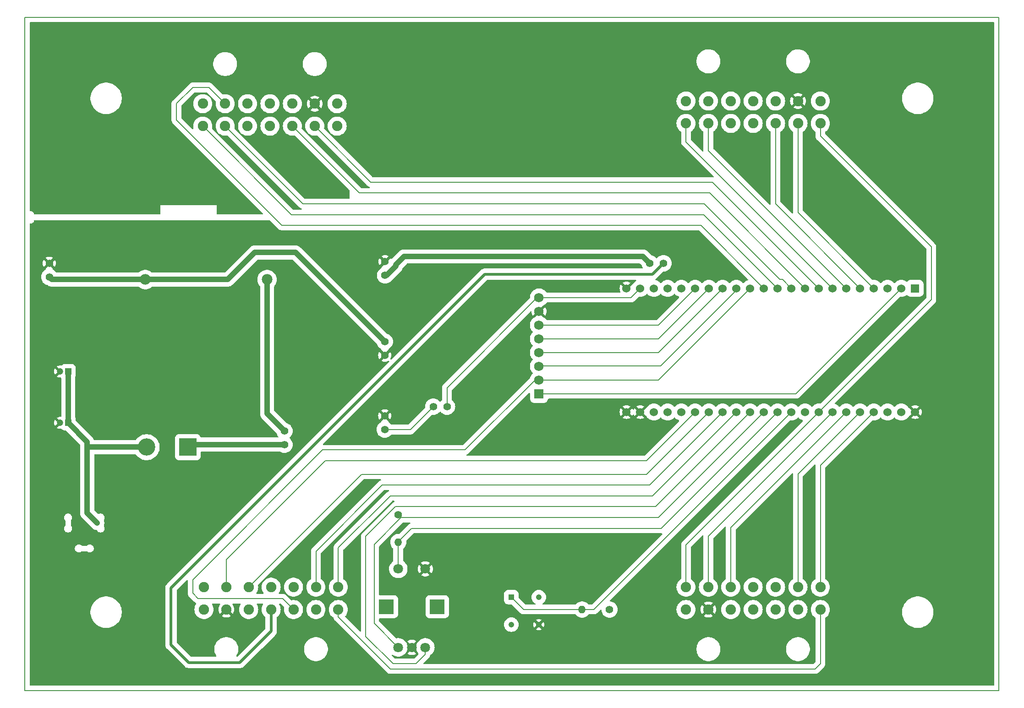
<source format=gbr>
%TF.GenerationSoftware,KiCad,Pcbnew,8.0.7*%
%TF.CreationDate,2025-02-17T17:04:28-05:00*%
%TF.ProjectId,seniordesign,73656e69-6f72-4646-9573-69676e2e6b69,rev?*%
%TF.SameCoordinates,Original*%
%TF.FileFunction,Copper,L2,Bot*%
%TF.FilePolarity,Positive*%
%FSLAX46Y46*%
G04 Gerber Fmt 4.6, Leading zero omitted, Abs format (unit mm)*
G04 Created by KiCad (PCBNEW 8.0.7) date 2025-02-17 17:04:28*
%MOMM*%
%LPD*%
G01*
G04 APERTURE LIST*
%TA.AperFunction,NonConductor*%
%ADD10C,0.200000*%
%TD*%
%TA.AperFunction,ComponentPad*%
%ADD11R,1.200000X1.200000*%
%TD*%
%TA.AperFunction,ComponentPad*%
%ADD12C,1.200000*%
%TD*%
%TA.AperFunction,ComponentPad*%
%ADD13C,1.422400*%
%TD*%
%TA.AperFunction,ComponentPad*%
%ADD14R,1.066800X1.066800*%
%TD*%
%TA.AperFunction,ComponentPad*%
%ADD15C,1.066800*%
%TD*%
%TA.AperFunction,ComponentPad*%
%ADD16R,1.750000X1.750000*%
%TD*%
%TA.AperFunction,ComponentPad*%
%ADD17C,1.750000*%
%TD*%
%TA.AperFunction,ComponentPad*%
%ADD18C,1.908000*%
%TD*%
%TA.AperFunction,ComponentPad*%
%ADD19C,1.800000*%
%TD*%
%TA.AperFunction,ComponentPad*%
%ADD20R,2.700000X2.700000*%
%TD*%
%TA.AperFunction,ComponentPad*%
%ADD21C,1.400000*%
%TD*%
%TA.AperFunction,ComponentPad*%
%ADD22O,1.400000X1.400000*%
%TD*%
%TA.AperFunction,ComponentPad*%
%ADD23C,1.980000*%
%TD*%
%TA.AperFunction,ComponentPad*%
%ADD24R,1.530000X1.530000*%
%TD*%
%TA.AperFunction,ComponentPad*%
%ADD25C,1.530000*%
%TD*%
%TA.AperFunction,ComponentPad*%
%ADD26R,3.200000X3.200000*%
%TD*%
%TA.AperFunction,ComponentPad*%
%ADD27O,3.200000X3.200000*%
%TD*%
%TA.AperFunction,Conductor*%
%ADD28C,0.200000*%
%TD*%
%TA.AperFunction,Conductor*%
%ADD29C,1.000000*%
%TD*%
%TA.AperFunction,Conductor*%
%ADD30C,0.500000*%
%TD*%
G04 APERTURE END LIST*
D10*
X50000000Y-25000000D02*
X230000000Y-25000000D01*
X230000000Y-149500000D01*
X50000000Y-149500000D01*
X50000000Y-25000000D01*
D11*
%TO.P,C1,1*%
%TO.N,Net-(D1-A)*%
X58000000Y-100000000D03*
D12*
%TO.P,C1,2*%
%TO.N,GND*%
X56500000Y-100000000D03*
%TD*%
D13*
%TO.P,J10,1,1*%
%TO.N,GND*%
X54500000Y-70500000D03*
%TO.P,J10,2,2*%
%TO.N,Net-(F1-Pad2)*%
X54500000Y-73040000D03*
%TD*%
D14*
%TO.P,SW1,1,1*%
%TO.N,Net-(U1-GPIO38)*%
X139887100Y-132222000D03*
D15*
%TO.P,SW1,2,2*%
%TO.N,unconnected-(SW1-Pad2)*%
X139887100Y-137302000D03*
%TO.P,SW1,3,3*%
%TO.N,unconnected-(SW1-Pad3)*%
X144967100Y-132222000D03*
%TO.P,SW1,4,4*%
%TO.N,GND*%
X144967100Y-137302000D03*
%TD*%
D16*
%TO.P,J3,1,1*%
%TO.N,/3V3*%
X145000000Y-94620000D03*
D17*
%TO.P,J3,2,2*%
%TO.N,/SCK*%
X145000000Y-92080000D03*
%TO.P,J3,3,3*%
%TO.N,/MOSI*%
X145000000Y-89540000D03*
%TO.P,J3,4,4*%
%TO.N,/DC*%
X145000000Y-87000000D03*
%TO.P,J3,5,5*%
%TO.N,/RESET*%
X145000000Y-84460000D03*
%TO.P,J3,6,6*%
%TO.N,/screenCS*%
X145000000Y-81920000D03*
%TO.P,J3,7,7*%
%TO.N,GND*%
X145000000Y-79380000D03*
%TO.P,J3,8,8*%
%TO.N,+5V*%
X145000000Y-76840000D03*
%TD*%
D13*
%TO.P,J11,1,1*%
%TO.N,Net-(J11-Pad1)*%
X116500000Y-101236600D03*
%TO.P,J11,2,2*%
%TO.N,GND*%
X116500000Y-98696600D03*
%TD*%
%TO.P,J2,1,1*%
%TO.N,+5V*%
X128000000Y-97000000D03*
%TO.P,J2,2,2*%
%TO.N,Net-(J11-Pad1)*%
X125460000Y-97000000D03*
%TD*%
D18*
%TO.P,J4,1,1*%
%TO.N,/step4*%
X82860001Y-45139997D03*
%TO.P,J4,2,2*%
%TO.N,/dir4*%
X87000000Y-45139997D03*
%TO.P,J4,3,3*%
%TO.N,unconnected-(J4-Pad3)*%
X91140000Y-45139997D03*
%TO.P,J4,4,4*%
%TO.N,unconnected-(J4-Pad4)*%
X95279999Y-45139997D03*
%TO.P,J4,5,5*%
%TO.N,/pressureCS4*%
X99419998Y-45139997D03*
%TO.P,J4,6,6*%
%TO.N,/irVout4*%
X103559998Y-45139997D03*
%TO.P,J4,7,7*%
%TO.N,/irVin*%
X107699997Y-45139997D03*
%TO.P,J4,8,8*%
%TO.N,/MOSI*%
X82860001Y-41000000D03*
%TO.P,J4,9,9*%
%TO.N,/MISO*%
X87000000Y-41000000D03*
%TO.P,J4,10,10*%
%TO.N,/SCK*%
X91140000Y-41000000D03*
%TO.P,J4,11,11*%
%TO.N,+12V*%
X95279999Y-41000000D03*
%TO.P,J4,12,12*%
%TO.N,+5V*%
X99419998Y-41000000D03*
%TO.P,J4,13,13*%
%TO.N,GND*%
X103559998Y-41000000D03*
%TO.P,J4,14,14*%
%TO.N,/3V3*%
X107699997Y-41000000D03*
%TD*%
%TO.P,J6,1,1*%
%TO.N,/step2*%
X107919998Y-130360003D03*
%TO.P,J6,2,2*%
%TO.N,/dir2*%
X103779999Y-130360003D03*
%TO.P,J6,3,3*%
%TO.N,unconnected-(J6-Pad3)*%
X99639999Y-130360003D03*
%TO.P,J6,4,4*%
%TO.N,unconnected-(J6-Pad4)*%
X95500000Y-130360003D03*
%TO.P,J6,5,5*%
%TO.N,/pressureCS2*%
X91360001Y-130360003D03*
%TO.P,J6,6,6*%
%TO.N,/irVout2*%
X87220001Y-130360003D03*
%TO.P,J6,7,7*%
%TO.N,/irVin*%
X83080002Y-130360003D03*
%TO.P,J6,8,8*%
%TO.N,/MOSI*%
X107919998Y-134500000D03*
%TO.P,J6,9,9*%
%TO.N,/MISO*%
X103779999Y-134500000D03*
%TO.P,J6,10,10*%
%TO.N,/SCK*%
X99639999Y-134500000D03*
%TO.P,J6,11,11*%
%TO.N,+12V*%
X95500000Y-134500000D03*
%TO.P,J6,12,12*%
%TO.N,+5V*%
X91360001Y-134500000D03*
%TO.P,J6,13,13*%
%TO.N,GND*%
X87220001Y-134500000D03*
%TO.P,J6,14,14*%
%TO.N,/3V3*%
X83080002Y-134500000D03*
%TD*%
D19*
%TO.P,U2,A,A*%
%TO.N,/A*%
X119000000Y-141500000D03*
%TO.P,U2,B,B*%
%TO.N,/B*%
X124000000Y-141500000D03*
%TO.P,U2,C,C*%
%TO.N,GND*%
X121500000Y-141500000D03*
D20*
%TO.P,U2,P1*%
%TO.N,N/C*%
X116800000Y-134000000D03*
%TO.P,U2,P2*%
X126200000Y-134000000D03*
D19*
%TO.P,U2,S1,S1*%
%TO.N,/RotorSW*%
X119000000Y-127000000D03*
%TO.P,U2,S2,S2*%
%TO.N,GND*%
X124000000Y-127000000D03*
%TD*%
D18*
%TO.P,J5,1,1*%
%TO.N,/step3*%
X172160004Y-44639997D03*
%TO.P,J5,2,2*%
%TO.N,/dir3*%
X176300003Y-44639997D03*
%TO.P,J5,3,3*%
%TO.N,unconnected-(J5-Pad3)*%
X180440003Y-44639997D03*
%TO.P,J5,4,4*%
%TO.N,unconnected-(J5-Pad4)*%
X184580002Y-44639997D03*
%TO.P,J5,5,5*%
%TO.N,/pressureCS3*%
X188720001Y-44639997D03*
%TO.P,J5,6,6*%
%TO.N,/irVout3*%
X192860001Y-44639997D03*
%TO.P,J5,7,7*%
%TO.N,/irVin*%
X197000000Y-44639997D03*
%TO.P,J5,8,8*%
%TO.N,/MOSI*%
X172160004Y-40500000D03*
%TO.P,J5,9,9*%
%TO.N,/MISO*%
X176300003Y-40500000D03*
%TO.P,J5,10,10*%
%TO.N,/SCK*%
X180440003Y-40500000D03*
%TO.P,J5,11,11*%
%TO.N,+12V*%
X184580002Y-40500000D03*
%TO.P,J5,12,12*%
%TO.N,+5V*%
X188720001Y-40500000D03*
%TO.P,J5,13,13*%
%TO.N,GND*%
X192860001Y-40500000D03*
%TO.P,J5,14,14*%
%TO.N,/3V3*%
X197000000Y-40500000D03*
%TD*%
D13*
%TO.P,J13,1,1*%
%TO.N,Net-(J12-Pad2)*%
X116555500Y-72736600D03*
%TO.P,J13,2,2*%
%TO.N,GND*%
X116555500Y-70196600D03*
%TD*%
D21*
%TO.P,R1,1*%
%TO.N,/3V3*%
X158040000Y-134500000D03*
D22*
%TO.P,R1,2*%
%TO.N,Net-(U1-GPIO38)*%
X152960000Y-134500000D03*
%TD*%
D18*
%TO.P,J7,1,1*%
%TO.N,/step1*%
X197000000Y-130360003D03*
%TO.P,J7,2,2*%
%TO.N,/dir1*%
X192860001Y-130360003D03*
%TO.P,J7,3,3*%
%TO.N,unconnected-(J7-Pad3)*%
X188720001Y-130360003D03*
%TO.P,J7,4,4*%
%TO.N,unconnected-(J7-Pad4)*%
X184580002Y-130360003D03*
%TO.P,J7,5,5*%
%TO.N,/pressureCS1*%
X180440003Y-130360003D03*
%TO.P,J7,6,6*%
%TO.N,/irVout1*%
X176300003Y-130360003D03*
%TO.P,J7,7,7*%
%TO.N,/irVin*%
X172160004Y-130360003D03*
%TO.P,J7,8,8*%
%TO.N,/MOSI*%
X197000000Y-134500000D03*
%TO.P,J7,9,9*%
%TO.N,/MISO*%
X192860001Y-134500000D03*
%TO.P,J7,10,10*%
%TO.N,/SCK*%
X188720001Y-134500000D03*
%TO.P,J7,11,11*%
%TO.N,+12V*%
X184580002Y-134500000D03*
%TO.P,J7,12,12*%
%TO.N,+5V*%
X180440003Y-134500000D03*
%TO.P,J7,13,13*%
%TO.N,GND*%
X176300003Y-134500000D03*
%TO.P,J7,14,14*%
%TO.N,/3V3*%
X172160004Y-134500000D03*
%TD*%
D23*
%TO.P,F1,1*%
%TO.N,Net-(F1-Pad1)*%
X94750000Y-73500000D03*
%TO.P,F1,2*%
%TO.N,Net-(F1-Pad2)*%
X72250000Y-73500000D03*
%TD*%
D11*
%TO.P,C2,1*%
%TO.N,Net-(D1-A)*%
X58000000Y-90500000D03*
D12*
%TO.P,C2,2*%
%TO.N,GND*%
X56500000Y-90500000D03*
%TD*%
D24*
%TO.P,U1,J1_1,3V3*%
%TO.N,/3V3*%
X214500000Y-75140000D03*
D25*
%TO.P,U1,J1_2,3V3*%
X211960000Y-75140000D03*
%TO.P,U1,J1_3,RST*%
%TO.N,unconnected-(U1-RST-PadJ1_3)*%
X209420000Y-75140000D03*
%TO.P,U1,J1_4,GPIO4*%
%TO.N,/irVout3*%
X206880000Y-75140000D03*
%TO.P,U1,J1_5,GPIO5*%
%TO.N,/pressureCS3*%
X204340000Y-75140000D03*
%TO.P,U1,J1_6,GPIO6*%
%TO.N,/dir3*%
X201800000Y-75140000D03*
%TO.P,U1,J1_7,GPIO7*%
%TO.N,/step3*%
X199260000Y-75140000D03*
%TO.P,U1,J1_8,GPIO15*%
%TO.N,/irVout4*%
X196720000Y-75140000D03*
%TO.P,U1,J1_9,GPIO16*%
%TO.N,/pressureCS4*%
X194180000Y-75140000D03*
%TO.P,U1,J1_10,GPIO17*%
%TO.N,/dir4*%
X191640000Y-75140000D03*
%TO.P,U1,J1_11,GPIO18*%
%TO.N,/step4*%
X189100000Y-75140000D03*
%TO.P,U1,J1_12,GPIO8*%
%TO.N,/MISO*%
X186560000Y-75140000D03*
%TO.P,U1,J1_13,GPIO3*%
%TO.N,/SCK*%
X184020000Y-75140000D03*
%TO.P,U1,J1_14,GPIO46*%
%TO.N,/MOSI*%
X181480000Y-75140000D03*
%TO.P,U1,J1_15,GPIO9*%
%TO.N,/DC*%
X178940000Y-75140000D03*
%TO.P,U1,J1_16,GPIO10*%
%TO.N,/RESET*%
X176400000Y-75140000D03*
%TO.P,U1,J1_17,GPIO11*%
%TO.N,/screenCS*%
X173860000Y-75140000D03*
%TO.P,U1,J1_18,GPIO12*%
%TO.N,unconnected-(U1-GPIO12-PadJ1_18)*%
X171320000Y-75140000D03*
%TO.P,U1,J1_19,GPIO13*%
%TO.N,unconnected-(U1-GPIO13-PadJ1_19)*%
X168780000Y-75140000D03*
%TO.P,U1,J1_20,GPIO14*%
%TO.N,unconnected-(U1-GPIO14-PadJ1_20)*%
X166240000Y-75140000D03*
%TO.P,U1,J1_21,5V0*%
%TO.N,+5V*%
X163700000Y-75140000D03*
%TO.P,U1,J1_22,GND*%
%TO.N,GND*%
X161160000Y-75140000D03*
%TO.P,U1,J3_1,GND*%
X214500000Y-98000000D03*
%TO.P,U1,J3_2,U0TXD/GPIO43*%
%TO.N,unconnected-(U1-U0TXD{slash}GPIO43-PadJ3_2)*%
X211960000Y-98000000D03*
%TO.P,U1,J3_3,U0RXD/GPIO44*%
%TO.N,unconnected-(U1-U0RXD{slash}GPIO44-PadJ3_3)*%
X209420000Y-98000000D03*
%TO.P,U1,J3_4,GPIO1*%
%TO.N,/step1*%
X206880000Y-98000000D03*
%TO.P,U1,J3_5,GPIO2*%
%TO.N,/dir1*%
X204340000Y-98000000D03*
%TO.P,U1,J3_6,MTMS/GPIO42*%
%TO.N,/pressureCS1*%
X201800000Y-98000000D03*
%TO.P,U1,J3_7,MTDI/GPIO41*%
%TO.N,/irVout1*%
X199260000Y-98000000D03*
%TO.P,U1,J3_8,MTDO/GPIO40*%
%TO.N,/irVin*%
X196720000Y-98000000D03*
%TO.P,U1,J3_9,MTCK/GPIO39*%
%TO.N,/neo pixel*%
X194180000Y-98000000D03*
%TO.P,U1,J3_10,GPIO38*%
%TO.N,Net-(U1-GPIO38)*%
X191640000Y-98000000D03*
%TO.P,U1,J3_11,GPIO37*%
%TO.N,/RotorSW*%
X189100000Y-98000000D03*
%TO.P,U1,J3_12,GPIO36*%
%TO.N,/A*%
X186560000Y-98000000D03*
%TO.P,U1,J3_13,GPIO35*%
%TO.N,/B*%
X184020000Y-98000000D03*
%TO.P,U1,J3_14,GPIO0*%
%TO.N,/step2*%
X181480000Y-98000000D03*
%TO.P,U1,J3_15,GPIO45*%
%TO.N,/dir2*%
X178940000Y-98000000D03*
%TO.P,U1,J3_16,GPIO48*%
%TO.N,/pressureCS2*%
X176400000Y-98000000D03*
%TO.P,U1,J3_17,GPIO47*%
%TO.N,/irVout2*%
X173860000Y-98000000D03*
%TO.P,U1,J3_18,GPIO21*%
%TO.N,unconnected-(U1-GPIO21-PadJ3_18)*%
X171320000Y-98000000D03*
%TO.P,U1,J3_19,USB_D+/GPIO20*%
%TO.N,unconnected-(U1-USB_D+{slash}GPIO20-PadJ3_19)*%
X168780000Y-98000000D03*
%TO.P,U1,J3_20,USB_D-/GPIO19*%
%TO.N,unconnected-(U1-USB_D-{slash}GPIO19-PadJ3_20)*%
X166240000Y-98000000D03*
%TO.P,U1,J3_21,GND*%
%TO.N,GND*%
X163700000Y-98000000D03*
%TO.P,U1,J3_22,GND*%
X161160000Y-98000000D03*
%TD*%
D13*
%TO.P,J12,1,1*%
%TO.N,+12V*%
X168000000Y-70500000D03*
%TO.P,J12,2,2*%
%TO.N,Net-(J12-Pad2)*%
X165460000Y-70500000D03*
%TD*%
D26*
%TO.P,D1,1,K*%
%TO.N,Net-(D1-K)*%
X80110000Y-104500000D03*
D27*
%TO.P,D1,2,A*%
%TO.N,Net-(D1-A)*%
X72490000Y-104500000D03*
%TD*%
D21*
%TO.P,R3,1*%
%TO.N,/3V3*%
X119000000Y-116960000D03*
D22*
%TO.P,R3,2*%
%TO.N,/RotorSW*%
X119000000Y-122040000D03*
%TD*%
D13*
%TO.P,J9,1,1*%
%TO.N,Net-(F1-Pad2)*%
X116500000Y-84960000D03*
%TO.P,J9,2,2*%
%TO.N,GND*%
X116500000Y-87500000D03*
%TD*%
%TO.P,J8,1,1*%
%TO.N,Net-(F1-Pad1)*%
X97960000Y-101500000D03*
%TO.P,J8,2,2*%
%TO.N,Net-(D1-K)*%
X97960000Y-104040000D03*
%TD*%
D28*
%TO.N,GND*%
X124000000Y-127000000D02*
X124500000Y-127000000D01*
D29*
%TO.N,Net-(D1-A)*%
X61500000Y-116647899D02*
X63375351Y-118523250D01*
X58000000Y-100000000D02*
X61500000Y-103500000D01*
X58000000Y-90500000D02*
X58000000Y-100000000D01*
X72490000Y-104500000D02*
X61500000Y-104500000D01*
X61500000Y-103500000D02*
X61500000Y-104500000D01*
X61500000Y-104500000D02*
X61500000Y-116647899D01*
D30*
%TO.N,+12V*%
X77000000Y-130500000D02*
X77000000Y-141000000D01*
X80295801Y-144295801D02*
X89704199Y-144295801D01*
X135000000Y-72500000D02*
X77000000Y-130500000D01*
X166000000Y-72500000D02*
X135000000Y-72500000D01*
X89704199Y-144295801D02*
X95500000Y-138500000D01*
X168000000Y-70500000D02*
X166000000Y-72500000D01*
X95500000Y-138500000D02*
X95500000Y-134500000D01*
X77000000Y-141000000D02*
X80295801Y-144295801D01*
D28*
%TO.N,+5V*%
X163700000Y-75140000D02*
X162000000Y-76840000D01*
X145000000Y-76840000D02*
X144660000Y-76840000D01*
X162000000Y-76840000D02*
X145000000Y-76840000D01*
X144660000Y-76840000D02*
X128000000Y-93500000D01*
X128000000Y-93500000D02*
X128000000Y-97000000D01*
D29*
%TO.N,Net-(D1-K)*%
X80610000Y-104000000D02*
X97460000Y-104000000D01*
D28*
%TO.N,/MOSI*%
X107919998Y-135849159D02*
X117570839Y-145500000D01*
X117570839Y-145500000D02*
X196000000Y-145500000D01*
X107919998Y-134500000D02*
X107919998Y-135849159D01*
X196000000Y-145500000D02*
X197000000Y-144500000D01*
X197000000Y-144500000D02*
X197000000Y-134500000D01*
X167500000Y-89500000D02*
X181480000Y-75520000D01*
X145040000Y-89500000D02*
X167500000Y-89500000D01*
%TO.N,/DC*%
X167080000Y-87000000D02*
X178940000Y-75140000D01*
X145000000Y-87000000D02*
X167080000Y-87000000D01*
%TO.N,/RESET*%
X145000000Y-84460000D02*
X167080000Y-84460000D01*
X167080000Y-84460000D02*
X176400000Y-75140000D01*
%TO.N,/3V3*%
X145000000Y-94620000D02*
X192480000Y-94620000D01*
X192480000Y-94620000D02*
X211960000Y-75140000D01*
X107699997Y-41000000D02*
X107699997Y-40300003D01*
%TO.N,/screenCS*%
X145000000Y-81920000D02*
X167080000Y-81920000D01*
X167080000Y-81920000D02*
X173860000Y-75140000D01*
%TO.N,/SCK*%
X145000000Y-92080000D02*
X167080000Y-92080000D01*
X81000000Y-129000000D02*
X81000000Y-131500000D01*
X97639999Y-132500000D02*
X99639999Y-134500000D01*
X145000000Y-92080000D02*
X144265000Y-92080000D01*
X81000000Y-131500000D02*
X82000000Y-132500000D01*
X131345000Y-105000000D02*
X105000000Y-105000000D01*
X82000000Y-132500000D02*
X97639999Y-132500000D01*
X105000000Y-105000000D02*
X81000000Y-129000000D01*
X144265000Y-92080000D02*
X131345000Y-105000000D01*
X167080000Y-92080000D02*
X184020000Y-75140000D01*
%TO.N,/RotorSW*%
X167600000Y-119500000D02*
X189100000Y-98000000D01*
X121460000Y-119500000D02*
X167600000Y-119500000D01*
X118960000Y-122000000D02*
X121460000Y-119500000D01*
X118960000Y-126960000D02*
X119000000Y-127000000D01*
X118960000Y-122000000D02*
X118960000Y-126960000D01*
%TO.N,/step1*%
X197000000Y-107880000D02*
X206880000Y-98000000D01*
X197000000Y-130360003D02*
X197000000Y-107880000D01*
%TO.N,/B*%
X166520000Y-115500000D02*
X184020000Y-98000000D01*
X118000000Y-144500000D02*
X113000000Y-139500000D01*
X118500000Y-115500000D02*
X166520000Y-115500000D01*
X124000000Y-142772792D02*
X122272792Y-144500000D01*
X113000000Y-139500000D02*
X113000000Y-121000000D01*
X113000000Y-121000000D02*
X118500000Y-115500000D01*
X124000000Y-141500000D02*
X124000000Y-142772792D01*
X122272792Y-144500000D02*
X118000000Y-144500000D01*
%TO.N,/dir1*%
X192860001Y-109479999D02*
X204340000Y-98000000D01*
X192860001Y-130360003D02*
X192860001Y-109479999D01*
%TO.N,/MISO*%
X78000000Y-44000000D02*
X78000000Y-41000000D01*
X97500000Y-63500000D02*
X78000000Y-44000000D01*
X186560000Y-75140000D02*
X174920000Y-63500000D01*
X174920000Y-63500000D02*
X97500000Y-63500000D01*
X81000000Y-38000000D02*
X84000000Y-38000000D01*
X84000000Y-38000000D02*
X87000000Y-41000000D01*
X78000000Y-41000000D02*
X81000000Y-38000000D01*
%TO.N,/pressureCS3*%
X188720001Y-59520001D02*
X204340000Y-75140000D01*
X188720001Y-44639997D02*
X188720001Y-59520001D01*
%TO.N,/irVout1*%
X176300003Y-120959997D02*
X199260000Y-98000000D01*
X176300003Y-130360003D02*
X176300003Y-120959997D01*
%TO.N,/pressureCS2*%
X91360001Y-130360003D02*
X112220004Y-109500000D01*
X164900000Y-109500000D02*
X176400000Y-98000000D01*
X112220004Y-109500000D02*
X164900000Y-109500000D01*
%TO.N,/step3*%
X172160004Y-44639997D02*
X172160004Y-48040004D01*
X172160004Y-48040004D02*
X199260000Y-75140000D01*
%TO.N,/step4*%
X175460000Y-61500000D02*
X189100000Y-75140000D01*
X82860001Y-45139997D02*
X99220004Y-61500000D01*
X99220004Y-61500000D02*
X175460000Y-61500000D01*
%TO.N,/pressureCS4*%
X99419998Y-45139997D02*
X111780001Y-57500000D01*
X176540000Y-57500000D02*
X194180000Y-75140000D01*
X111780001Y-57500000D02*
X176540000Y-57500000D01*
%TO.N,/dir3*%
X176300003Y-49640003D02*
X201800000Y-75140000D01*
X176300003Y-44639997D02*
X176300003Y-49640003D01*
%TO.N,/dir2*%
X103779999Y-123720001D02*
X116000000Y-111500000D01*
X103779999Y-130360003D02*
X103779999Y-123720001D01*
X116000000Y-111500000D02*
X165440000Y-111500000D01*
X165440000Y-111500000D02*
X178940000Y-98000000D01*
%TO.N,/irVout4*%
X177080000Y-55500000D02*
X196720000Y-75140000D01*
X113920001Y-55500000D02*
X177080000Y-55500000D01*
X103559998Y-45139997D02*
X113920001Y-55500000D01*
%TO.N,/irVout2*%
X87220001Y-125279999D02*
X105500000Y-107000000D01*
X87220001Y-130360003D02*
X87220001Y-125279999D01*
X105500000Y-107000000D02*
X164860000Y-107000000D01*
X164860000Y-107000000D02*
X173860000Y-98000000D01*
%TO.N,/irVin*%
X172160004Y-122559996D02*
X196720000Y-98000000D01*
X217500000Y-77220000D02*
X196720000Y-98000000D01*
X197000000Y-44639997D02*
X197000000Y-47000000D01*
X172160004Y-130360003D02*
X172160004Y-122559996D01*
X197000000Y-47000000D02*
X217500000Y-67500000D01*
X217500000Y-67500000D02*
X217500000Y-77220000D01*
%TO.N,/dir4*%
X189475000Y-73475000D02*
X189975000Y-73475000D01*
X87000000Y-45139997D02*
X101360003Y-59500000D01*
X189975000Y-73475000D02*
X191640000Y-75140000D01*
X175500000Y-59500000D02*
X189475000Y-73475000D01*
X101360003Y-59500000D02*
X175500000Y-59500000D01*
%TO.N,/pressureCS1*%
X180440003Y-130360003D02*
X180440003Y-119359997D01*
X180440003Y-119359997D02*
X201800000Y-98000000D01*
%TO.N,/step2*%
X107919998Y-130360003D02*
X107919998Y-123080002D01*
X117500000Y-113500000D02*
X165980000Y-113500000D01*
X107919998Y-123080002D02*
X117500000Y-113500000D01*
X165980000Y-113500000D02*
X181480000Y-98000000D01*
%TO.N,/A*%
X119500000Y-117500000D02*
X167060000Y-117500000D01*
X114550000Y-122450000D02*
X119500000Y-117500000D01*
X119000000Y-141500000D02*
X114550000Y-137050000D01*
X167060000Y-117500000D02*
X186560000Y-98000000D01*
X114550000Y-137050000D02*
X114550000Y-122450000D01*
%TO.N,/irVout3*%
X192860001Y-61120001D02*
X206880000Y-75140000D01*
X192860001Y-44639997D02*
X192860001Y-61120001D01*
D29*
%TO.N,Net-(F1-Pad1)*%
X94750000Y-98290000D02*
X97960000Y-101500000D01*
X94750000Y-73500000D02*
X94750000Y-98290000D01*
%TO.N,Net-(F1-Pad2)*%
X87500000Y-73500000D02*
X92500000Y-68500000D01*
X72250000Y-73500000D02*
X87500000Y-73500000D01*
X100040000Y-68500000D02*
X116500000Y-84960000D01*
X92500000Y-68500000D02*
X100040000Y-68500000D01*
X72250000Y-73500000D02*
X54960000Y-73500000D01*
D28*
%TO.N,Net-(J11-Pad1)*%
X121223400Y-101236600D02*
X116500000Y-101236600D01*
X125460000Y-97000000D02*
X121223400Y-101236600D01*
D29*
%TO.N,Net-(J12-Pad2)*%
X156555500Y-69236600D02*
X157500000Y-69236600D01*
X157500000Y-69236600D02*
X120055500Y-69236600D01*
X164196600Y-69236600D02*
X165460000Y-70500000D01*
X118566700Y-70725400D02*
X118566700Y-71029667D01*
X157500000Y-69236600D02*
X164196600Y-69236600D01*
X118566700Y-71029667D02*
X116859767Y-72736600D01*
X120055500Y-69236600D02*
X118566700Y-70725400D01*
X116859767Y-72736600D02*
X116555500Y-72736600D01*
D28*
%TO.N,Net-(U1-GPIO38)*%
X155140000Y-134500000D02*
X191640000Y-98000000D01*
X139887100Y-132222000D02*
X142165100Y-134500000D01*
X142165100Y-134500000D02*
X152960000Y-134500000D01*
X139960000Y-132149100D02*
X139887100Y-132222000D01*
X152960000Y-134500000D02*
X155140000Y-134500000D01*
%TD*%
%TA.AperFunction,Conductor*%
%TO.N,GND*%
G36*
X229042539Y-25920185D02*
G01*
X229088294Y-25972989D01*
X229099500Y-26024500D01*
X229099500Y-148475500D01*
X229079815Y-148542539D01*
X229027011Y-148588294D01*
X228975500Y-148599500D01*
X51024500Y-148599500D01*
X50957461Y-148579815D01*
X50911706Y-148527011D01*
X50900500Y-148475500D01*
X50900500Y-134837106D01*
X62099500Y-134837106D01*
X62099500Y-135162893D01*
X62135974Y-135486604D01*
X62135976Y-135486620D01*
X62208467Y-135804226D01*
X62208471Y-135804238D01*
X62316066Y-136111725D01*
X62457413Y-136405234D01*
X62480082Y-136441311D01*
X62630739Y-136681081D01*
X62760692Y-136844037D01*
X62809004Y-136904619D01*
X62833857Y-136935783D01*
X63064217Y-137166143D01*
X63318919Y-137369261D01*
X63594763Y-137542585D01*
X63888278Y-137683935D01*
X64105531Y-137759955D01*
X64195761Y-137791528D01*
X64195773Y-137791532D01*
X64513383Y-137864024D01*
X64837106Y-137900499D01*
X64837107Y-137900500D01*
X64837111Y-137900500D01*
X65162893Y-137900500D01*
X65162893Y-137900499D01*
X65486617Y-137864024D01*
X65804227Y-137791532D01*
X66111722Y-137683935D01*
X66405237Y-137542585D01*
X66681081Y-137369261D01*
X66935783Y-137166143D01*
X67166143Y-136935783D01*
X67369261Y-136681081D01*
X67542585Y-136405237D01*
X67683935Y-136111722D01*
X67791532Y-135804227D01*
X67864024Y-135486617D01*
X67900500Y-135162889D01*
X67900500Y-134837111D01*
X67864024Y-134513383D01*
X67791532Y-134195773D01*
X67683935Y-133888278D01*
X67543501Y-133596666D01*
X67542586Y-133594765D01*
X67542585Y-133594763D01*
X67369261Y-133318919D01*
X67166143Y-133064217D01*
X66935783Y-132833857D01*
X66681081Y-132630739D01*
X66405237Y-132457415D01*
X66405234Y-132457413D01*
X66111725Y-132316066D01*
X65804238Y-132208471D01*
X65804226Y-132208467D01*
X65486620Y-132135976D01*
X65486604Y-132135974D01*
X65162893Y-132099500D01*
X65162889Y-132099500D01*
X64837111Y-132099500D01*
X64837107Y-132099500D01*
X64513395Y-132135974D01*
X64513379Y-132135976D01*
X64195773Y-132208467D01*
X64195761Y-132208471D01*
X63888274Y-132316066D01*
X63594765Y-132457413D01*
X63318920Y-132630738D01*
X63064217Y-132833856D01*
X62833856Y-133064217D01*
X62630738Y-133318920D01*
X62457413Y-133594765D01*
X62316066Y-133888274D01*
X62208471Y-134195761D01*
X62208467Y-134195773D01*
X62135976Y-134513379D01*
X62135974Y-134513395D01*
X62099500Y-134837106D01*
X50900500Y-134837106D01*
X50900500Y-123149791D01*
X59226251Y-123149791D01*
X59226251Y-123296710D01*
X59254909Y-123440785D01*
X59254912Y-123440795D01*
X59311129Y-123576517D01*
X59311134Y-123576526D01*
X59392749Y-123698670D01*
X59392752Y-123698674D01*
X59496627Y-123802549D01*
X59496631Y-123802552D01*
X59618775Y-123884167D01*
X59618781Y-123884170D01*
X59618782Y-123884171D01*
X59754509Y-123940391D01*
X59898591Y-123969050D01*
X59898595Y-123969051D01*
X59898596Y-123969051D01*
X60045507Y-123969051D01*
X60045508Y-123969050D01*
X60189593Y-123940391D01*
X60325320Y-123884171D01*
X60447471Y-123802552D01*
X60489952Y-123760071D01*
X60551275Y-123726585D01*
X60577634Y-123723751D01*
X61373068Y-123723751D01*
X61440107Y-123743436D01*
X61460750Y-123760071D01*
X61503227Y-123802549D01*
X61503231Y-123802552D01*
X61625375Y-123884167D01*
X61625381Y-123884170D01*
X61625382Y-123884171D01*
X61761109Y-123940391D01*
X61905191Y-123969050D01*
X61905195Y-123969051D01*
X61905196Y-123969051D01*
X62052107Y-123969051D01*
X62052108Y-123969050D01*
X62196193Y-123940391D01*
X62331920Y-123884171D01*
X62454071Y-123802552D01*
X62557952Y-123698671D01*
X62639571Y-123576520D01*
X62695791Y-123440793D01*
X62724451Y-123296706D01*
X62724451Y-123149796D01*
X62695791Y-123005709D01*
X62639571Y-122869982D01*
X62639570Y-122869981D01*
X62639567Y-122869975D01*
X62557952Y-122747831D01*
X62557949Y-122747827D01*
X62454074Y-122643952D01*
X62454070Y-122643949D01*
X62331926Y-122562334D01*
X62331917Y-122562329D01*
X62196195Y-122506112D01*
X62196196Y-122506112D01*
X62196193Y-122506111D01*
X62196189Y-122506110D01*
X62196185Y-122506109D01*
X62052110Y-122477451D01*
X62052106Y-122477451D01*
X61905196Y-122477451D01*
X61905191Y-122477451D01*
X61761116Y-122506109D01*
X61761106Y-122506112D01*
X61625384Y-122562329D01*
X61625375Y-122562334D01*
X61503231Y-122643949D01*
X61503227Y-122643952D01*
X61460750Y-122686431D01*
X61399427Y-122719917D01*
X61373068Y-122722751D01*
X60577634Y-122722751D01*
X60510595Y-122703066D01*
X60489952Y-122686431D01*
X60447474Y-122643952D01*
X60447470Y-122643949D01*
X60325326Y-122562334D01*
X60325317Y-122562329D01*
X60189595Y-122506112D01*
X60189596Y-122506112D01*
X60189593Y-122506111D01*
X60189589Y-122506110D01*
X60189585Y-122506109D01*
X60045510Y-122477451D01*
X60045506Y-122477451D01*
X59898596Y-122477451D01*
X59898591Y-122477451D01*
X59754516Y-122506109D01*
X59754506Y-122506112D01*
X59618784Y-122562329D01*
X59618775Y-122562334D01*
X59496631Y-122643949D01*
X59496627Y-122643952D01*
X59392752Y-122747827D01*
X59392749Y-122747831D01*
X59311134Y-122869975D01*
X59311129Y-122869984D01*
X59254912Y-123005706D01*
X59254909Y-123005716D01*
X59226251Y-123149791D01*
X50900500Y-123149791D01*
X50900500Y-117446490D01*
X57229550Y-117446490D01*
X57229550Y-117593409D01*
X57258208Y-117737484D01*
X57258211Y-117737494D01*
X57314428Y-117873216D01*
X57314433Y-117873225D01*
X57396048Y-117995369D01*
X57396051Y-117995373D01*
X57438530Y-118037851D01*
X57472016Y-118099174D01*
X57474850Y-118125533D01*
X57474850Y-118920966D01*
X57455165Y-118988005D01*
X57438531Y-119008647D01*
X57396051Y-119051126D01*
X57396048Y-119051130D01*
X57314433Y-119173274D01*
X57314428Y-119173283D01*
X57258211Y-119309005D01*
X57258208Y-119309015D01*
X57229550Y-119453090D01*
X57229550Y-119600009D01*
X57258208Y-119744084D01*
X57258211Y-119744094D01*
X57314428Y-119879816D01*
X57314433Y-119879825D01*
X57396048Y-120001969D01*
X57396051Y-120001973D01*
X57499926Y-120105848D01*
X57499930Y-120105851D01*
X57622074Y-120187466D01*
X57622080Y-120187469D01*
X57622081Y-120187470D01*
X57757808Y-120243690D01*
X57901890Y-120272349D01*
X57901894Y-120272350D01*
X57901895Y-120272350D01*
X58048806Y-120272350D01*
X58048807Y-120272349D01*
X58192892Y-120243690D01*
X58328619Y-120187470D01*
X58450770Y-120105851D01*
X58554651Y-120001970D01*
X58636270Y-119879819D01*
X58692490Y-119744092D01*
X58721150Y-119600005D01*
X58721150Y-119453095D01*
X58692490Y-119309008D01*
X58646654Y-119198350D01*
X58636271Y-119173283D01*
X58636266Y-119173274D01*
X58554651Y-119051130D01*
X58554648Y-119051126D01*
X58512169Y-119008647D01*
X58478684Y-118947324D01*
X58475850Y-118920966D01*
X58475850Y-118125533D01*
X58495535Y-118058494D01*
X58512170Y-118037851D01*
X58554648Y-117995373D01*
X58554651Y-117995370D01*
X58636270Y-117873219D01*
X58692490Y-117737492D01*
X58721150Y-117593405D01*
X58721150Y-117446495D01*
X58692490Y-117302408D01*
X58636270Y-117166681D01*
X58636266Y-117166674D01*
X58554651Y-117044530D01*
X58554648Y-117044526D01*
X58450773Y-116940651D01*
X58450769Y-116940648D01*
X58328625Y-116859033D01*
X58328616Y-116859028D01*
X58192894Y-116802811D01*
X58192895Y-116802811D01*
X58192892Y-116802810D01*
X58192888Y-116802809D01*
X58192884Y-116802808D01*
X58048809Y-116774150D01*
X58048805Y-116774150D01*
X57901895Y-116774150D01*
X57901890Y-116774150D01*
X57757815Y-116802808D01*
X57757805Y-116802811D01*
X57622083Y-116859028D01*
X57622074Y-116859033D01*
X57499930Y-116940648D01*
X57499926Y-116940651D01*
X57396051Y-117044526D01*
X57396048Y-117044530D01*
X57314433Y-117166674D01*
X57314430Y-117166681D01*
X57258211Y-117302405D01*
X57258208Y-117302415D01*
X57229550Y-117446490D01*
X50900500Y-117446490D01*
X50900500Y-99999999D01*
X55395287Y-99999999D01*
X55395287Y-100000000D01*
X55414096Y-100202989D01*
X55414097Y-100202992D01*
X55469883Y-100399063D01*
X55469886Y-100399069D01*
X55560751Y-100581551D01*
X55562533Y-100583911D01*
X56146446Y-100000000D01*
X55562533Y-99416087D01*
X55560755Y-99418442D01*
X55560754Y-99418443D01*
X55469886Y-99600930D01*
X55469883Y-99600936D01*
X55414097Y-99797007D01*
X55414096Y-99797010D01*
X55395287Y-99999999D01*
X50900500Y-99999999D01*
X50900500Y-90499999D01*
X55395287Y-90499999D01*
X55395287Y-90500000D01*
X55414096Y-90702989D01*
X55414097Y-90702992D01*
X55469883Y-90899063D01*
X55469886Y-90899069D01*
X55560751Y-91081551D01*
X55562533Y-91083911D01*
X56146446Y-90500000D01*
X55562533Y-89916087D01*
X55560755Y-89918442D01*
X55560754Y-89918443D01*
X55469886Y-90100930D01*
X55469883Y-90100936D01*
X55414097Y-90297007D01*
X55414096Y-90297010D01*
X55395287Y-90499999D01*
X50900500Y-90499999D01*
X50900500Y-89565758D01*
X55919311Y-89565758D01*
X56558699Y-90205145D01*
X56539496Y-90200000D01*
X56460504Y-90200000D01*
X56384204Y-90220444D01*
X56315795Y-90259940D01*
X56259940Y-90315795D01*
X56220444Y-90384204D01*
X56200000Y-90460504D01*
X56200000Y-90539496D01*
X56220444Y-90615796D01*
X56259940Y-90684205D01*
X56315795Y-90740060D01*
X56384204Y-90779556D01*
X56460504Y-90800000D01*
X56539496Y-90800000D01*
X56558696Y-90794855D01*
X55919311Y-91434240D01*
X56007585Y-91488897D01*
X56197678Y-91562539D01*
X56398072Y-91600000D01*
X56575500Y-91600000D01*
X56642539Y-91619685D01*
X56688294Y-91672489D01*
X56699500Y-91724000D01*
X56699500Y-98776000D01*
X56679815Y-98843039D01*
X56627011Y-98888794D01*
X56575500Y-98900000D01*
X56398072Y-98900000D01*
X56197678Y-98937460D01*
X56007588Y-99011100D01*
X56007581Y-99011104D01*
X55919312Y-99065757D01*
X55919311Y-99065758D01*
X56558699Y-99705145D01*
X56539496Y-99700000D01*
X56460504Y-99700000D01*
X56384204Y-99720444D01*
X56315795Y-99759940D01*
X56259940Y-99815795D01*
X56220444Y-99884204D01*
X56200000Y-99960504D01*
X56200000Y-100039496D01*
X56220444Y-100115796D01*
X56259940Y-100184205D01*
X56315795Y-100240060D01*
X56384204Y-100279556D01*
X56460504Y-100300000D01*
X56539496Y-100300000D01*
X56558696Y-100294855D01*
X55919311Y-100934240D01*
X56007585Y-100988897D01*
X56197678Y-101062539D01*
X56398072Y-101100000D01*
X56601928Y-101100000D01*
X56677531Y-101085867D01*
X56747046Y-101092898D01*
X56787997Y-101120075D01*
X56897738Y-101229816D01*
X57050478Y-101325789D01*
X57220745Y-101385368D01*
X57220750Y-101385369D01*
X57311246Y-101395565D01*
X57355040Y-101400499D01*
X57355043Y-101400500D01*
X57355046Y-101400500D01*
X57509953Y-101400500D01*
X57576992Y-101420185D01*
X57597634Y-101436819D01*
X60163181Y-104002366D01*
X60196666Y-104063689D01*
X60199500Y-104090047D01*
X60199500Y-116750250D01*
X60231522Y-116952430D01*
X60231522Y-116952431D01*
X60231523Y-116952434D01*
X60253298Y-117019450D01*
X60294780Y-117147118D01*
X60304748Y-117166681D01*
X60387713Y-117329510D01*
X60508034Y-117495118D01*
X62528133Y-119515216D01*
X62693740Y-119635537D01*
X62783198Y-119681118D01*
X62876132Y-119728471D01*
X62876135Y-119728472D01*
X62924216Y-119744094D01*
X63070817Y-119791727D01*
X63224625Y-119816088D01*
X63287760Y-119846017D01*
X63310605Y-119875048D01*
X63311047Y-119874754D01*
X63396049Y-120001970D01*
X63499927Y-120105848D01*
X63499931Y-120105851D01*
X63622075Y-120187466D01*
X63622081Y-120187469D01*
X63622082Y-120187470D01*
X63757809Y-120243690D01*
X63901891Y-120272349D01*
X63901895Y-120272350D01*
X63901896Y-120272350D01*
X64048807Y-120272350D01*
X64048808Y-120272349D01*
X64192893Y-120243690D01*
X64328620Y-120187470D01*
X64450771Y-120105851D01*
X64554652Y-120001970D01*
X64636271Y-119879819D01*
X64692491Y-119744092D01*
X64721151Y-119600005D01*
X64721151Y-119453095D01*
X64692491Y-119309008D01*
X64646655Y-119198350D01*
X64636272Y-119173283D01*
X64636267Y-119173275D01*
X64599240Y-119117860D01*
X64578362Y-119051183D01*
X64584410Y-119010654D01*
X64643828Y-118827785D01*
X64675851Y-118625602D01*
X64675851Y-118420899D01*
X64643828Y-118218716D01*
X64584411Y-118035847D01*
X64582416Y-117966006D01*
X64599236Y-117928643D01*
X64636271Y-117873219D01*
X64692491Y-117737492D01*
X64721151Y-117593405D01*
X64721151Y-117446495D01*
X64692491Y-117302408D01*
X64636271Y-117166681D01*
X64636267Y-117166674D01*
X64554652Y-117044530D01*
X64554649Y-117044526D01*
X64450774Y-116940651D01*
X64450770Y-116940648D01*
X64328626Y-116859033D01*
X64328617Y-116859028D01*
X64192895Y-116802811D01*
X64192896Y-116802811D01*
X64192893Y-116802810D01*
X64192889Y-116802809D01*
X64192885Y-116802808D01*
X64048810Y-116774150D01*
X64048806Y-116774150D01*
X63901896Y-116774150D01*
X63901891Y-116774150D01*
X63757816Y-116802808D01*
X63757806Y-116802811D01*
X63647883Y-116848343D01*
X63578413Y-116855812D01*
X63515934Y-116824537D01*
X63512749Y-116821463D01*
X62836819Y-116145533D01*
X62803334Y-116084210D01*
X62800500Y-116057852D01*
X62800500Y-105924500D01*
X62820185Y-105857461D01*
X62872989Y-105811706D01*
X62924500Y-105800500D01*
X70404063Y-105800500D01*
X70471102Y-105820185D01*
X70508760Y-105858058D01*
X70544111Y-105913763D01*
X70544114Y-105913767D01*
X70544115Y-105913768D01*
X70735370Y-106144956D01*
X70736652Y-106146505D01*
X70956836Y-106353272D01*
X70956846Y-106353280D01*
X71201193Y-106530808D01*
X71201198Y-106530810D01*
X71201205Y-106530816D01*
X71465896Y-106676332D01*
X71465901Y-106676334D01*
X71465903Y-106676335D01*
X71465904Y-106676336D01*
X71746734Y-106787524D01*
X71746737Y-106787525D01*
X71844259Y-106812564D01*
X72039302Y-106862642D01*
X72186039Y-106881179D01*
X72338963Y-106900499D01*
X72338969Y-106900499D01*
X72338973Y-106900500D01*
X72338975Y-106900500D01*
X72641025Y-106900500D01*
X72641027Y-106900500D01*
X72641032Y-106900499D01*
X72641036Y-106900499D01*
X72720591Y-106890448D01*
X72940698Y-106862642D01*
X73233262Y-106787525D01*
X73233265Y-106787524D01*
X73514095Y-106676336D01*
X73514096Y-106676335D01*
X73514094Y-106676335D01*
X73514104Y-106676332D01*
X73778795Y-106530816D01*
X74023162Y-106353274D01*
X74243349Y-106146504D01*
X74435885Y-105913768D01*
X74597733Y-105658736D01*
X74726341Y-105385430D01*
X74819681Y-105098160D01*
X74876280Y-104801457D01*
X74880875Y-104728419D01*
X74895246Y-104500005D01*
X74895246Y-104499994D01*
X74876281Y-104198553D01*
X74876280Y-104198546D01*
X74876280Y-104198543D01*
X74819681Y-103901840D01*
X74726341Y-103614570D01*
X74706031Y-103571410D01*
X74602589Y-103351584D01*
X74597733Y-103341264D01*
X74500468Y-103187998D01*
X74435888Y-103086236D01*
X74435885Y-103086232D01*
X74244625Y-102855039D01*
X77709500Y-102855039D01*
X77709500Y-106144960D01*
X77724630Y-106279249D01*
X77724631Y-106279254D01*
X77784211Y-106449523D01*
X77835286Y-106530808D01*
X77880184Y-106602262D01*
X78007738Y-106729816D01*
X78160478Y-106825789D01*
X78265798Y-106862642D01*
X78330745Y-106885368D01*
X78330750Y-106885369D01*
X78421246Y-106895565D01*
X78465040Y-106900499D01*
X78465043Y-106900500D01*
X78465046Y-106900500D01*
X81754957Y-106900500D01*
X81754958Y-106900499D01*
X81822104Y-106892934D01*
X81889249Y-106885369D01*
X81889252Y-106885368D01*
X81889255Y-106885368D01*
X82059522Y-106825789D01*
X82212262Y-106729816D01*
X82339816Y-106602262D01*
X82435789Y-106449522D01*
X82495368Y-106279255D01*
X82510500Y-106144954D01*
X82510500Y-105424500D01*
X82530185Y-105357461D01*
X82582989Y-105311706D01*
X82634500Y-105300500D01*
X97088766Y-105300500D01*
X97153556Y-105318773D01*
X97271581Y-105391099D01*
X97271584Y-105391101D01*
X97491410Y-105482155D01*
X97491415Y-105482157D01*
X97722787Y-105537705D01*
X97960000Y-105556374D01*
X98197213Y-105537705D01*
X98428585Y-105482157D01*
X98567782Y-105424500D01*
X98648415Y-105391101D01*
X98648416Y-105391100D01*
X98648419Y-105391099D01*
X98851302Y-105266772D01*
X99032238Y-105112238D01*
X99186772Y-104931302D01*
X99311099Y-104728419D01*
X99402157Y-104508585D01*
X99457705Y-104277213D01*
X99476374Y-104040000D01*
X99457705Y-103802787D01*
X99402157Y-103571415D01*
X99402155Y-103571410D01*
X99311101Y-103351584D01*
X99311099Y-103351581D01*
X99304775Y-103341261D01*
X99186774Y-103148702D01*
X99186774Y-103148700D01*
X99032235Y-102967759D01*
X98911088Y-102864290D01*
X98872894Y-102805784D01*
X98872395Y-102735916D01*
X98909749Y-102676869D01*
X98911088Y-102675710D01*
X98945032Y-102646719D01*
X99032238Y-102572238D01*
X99186772Y-102391302D01*
X99311099Y-102188419D01*
X99332357Y-102137099D01*
X99402155Y-101968589D01*
X99402157Y-101968585D01*
X99457705Y-101737213D01*
X99476374Y-101500000D01*
X99457705Y-101262787D01*
X99402157Y-101031415D01*
X99361906Y-100934240D01*
X99311101Y-100811584D01*
X99311099Y-100811581D01*
X99186775Y-100608703D01*
X99186774Y-100608700D01*
X99135088Y-100548184D01*
X99032238Y-100427762D01*
X98912612Y-100325591D01*
X98851299Y-100273225D01*
X98851296Y-100273224D01*
X98648418Y-100148900D01*
X98648415Y-100148898D01*
X98428589Y-100057844D01*
X98428579Y-100057841D01*
X98368422Y-100043398D01*
X98309690Y-100010506D01*
X96086819Y-97787634D01*
X96053334Y-97726311D01*
X96050500Y-97699953D01*
X96050500Y-74784353D01*
X96070185Y-74717314D01*
X96077553Y-74707040D01*
X96233529Y-74511453D01*
X96367709Y-74279047D01*
X96465751Y-74029239D01*
X96525467Y-73767609D01*
X96526859Y-73749031D01*
X96545521Y-73500004D01*
X96545521Y-73499995D01*
X96525468Y-73232400D01*
X96525467Y-73232395D01*
X96525467Y-73232391D01*
X96465751Y-72970761D01*
X96367709Y-72720953D01*
X96233529Y-72488547D01*
X96066210Y-72278736D01*
X96066209Y-72278735D01*
X96066206Y-72278731D01*
X95869489Y-72096205D01*
X95647761Y-71945033D01*
X95647757Y-71945031D01*
X95647754Y-71945029D01*
X95647753Y-71945028D01*
X95405979Y-71828598D01*
X95405981Y-71828598D01*
X95149542Y-71749496D01*
X95149536Y-71749494D01*
X94884186Y-71709500D01*
X94884179Y-71709500D01*
X94615821Y-71709500D01*
X94615813Y-71709500D01*
X94350463Y-71749494D01*
X94350457Y-71749496D01*
X94094021Y-71828597D01*
X93852247Y-71945028D01*
X93852246Y-71945029D01*
X93630510Y-72096205D01*
X93433793Y-72278731D01*
X93266471Y-72488547D01*
X93132291Y-72720952D01*
X93034251Y-72970755D01*
X93034245Y-72970774D01*
X92974532Y-73232395D01*
X92974531Y-73232400D01*
X92954479Y-73499995D01*
X92954479Y-73500004D01*
X92974531Y-73767599D01*
X92974532Y-73767604D01*
X93034245Y-74029225D01*
X93034247Y-74029234D01*
X93034249Y-74029239D01*
X93132291Y-74279047D01*
X93266471Y-74511453D01*
X93422447Y-74707040D01*
X93448856Y-74771727D01*
X93449500Y-74784353D01*
X93449500Y-98187648D01*
X93449500Y-98392352D01*
X93481523Y-98594535D01*
X93488053Y-98614632D01*
X93544781Y-98789223D01*
X93587506Y-98873073D01*
X93591246Y-98880414D01*
X93637713Y-98971611D01*
X93758034Y-99137219D01*
X93758035Y-99137220D01*
X93758036Y-99137221D01*
X96470506Y-101849690D01*
X96503398Y-101908422D01*
X96517841Y-101968579D01*
X96517844Y-101968589D01*
X96608898Y-102188415D01*
X96608900Y-102188418D01*
X96733224Y-102391296D01*
X96733225Y-102391298D01*
X96733226Y-102391299D01*
X96733228Y-102391302D01*
X96821768Y-102494970D01*
X96850339Y-102558729D01*
X96839902Y-102627815D01*
X96793771Y-102680291D01*
X96727478Y-102699500D01*
X82575917Y-102699500D01*
X82508878Y-102679815D01*
X82463123Y-102627011D01*
X82458875Y-102616454D01*
X82435789Y-102550478D01*
X82384713Y-102469191D01*
X82339816Y-102397738D01*
X82212262Y-102270184D01*
X82120419Y-102212475D01*
X82059523Y-102174211D01*
X81889254Y-102114631D01*
X81889249Y-102114630D01*
X81754960Y-102099500D01*
X81754954Y-102099500D01*
X78465046Y-102099500D01*
X78465039Y-102099500D01*
X78330750Y-102114630D01*
X78330745Y-102114631D01*
X78160476Y-102174211D01*
X78007737Y-102270184D01*
X77880184Y-102397737D01*
X77784211Y-102550476D01*
X77724631Y-102720745D01*
X77724630Y-102720750D01*
X77709500Y-102855039D01*
X74244625Y-102855039D01*
X74243349Y-102853496D01*
X74023162Y-102646726D01*
X74023159Y-102646724D01*
X74023153Y-102646719D01*
X73778806Y-102469191D01*
X73778799Y-102469186D01*
X73778795Y-102469184D01*
X73514104Y-102323668D01*
X73514101Y-102323666D01*
X73514096Y-102323664D01*
X73514095Y-102323663D01*
X73233265Y-102212475D01*
X73233262Y-102212474D01*
X72940695Y-102137357D01*
X72641036Y-102099500D01*
X72641027Y-102099500D01*
X72338973Y-102099500D01*
X72338963Y-102099500D01*
X72039304Y-102137357D01*
X71746737Y-102212474D01*
X71746734Y-102212475D01*
X71465904Y-102323663D01*
X71465903Y-102323664D01*
X71201205Y-102469184D01*
X71201193Y-102469191D01*
X70956846Y-102646719D01*
X70956836Y-102646727D01*
X70736652Y-102853494D01*
X70544111Y-103086236D01*
X70508760Y-103141942D01*
X70456218Y-103187998D01*
X70404063Y-103199500D01*
X62859879Y-103199500D01*
X62792840Y-103179815D01*
X62747085Y-103127011D01*
X62741948Y-103113818D01*
X62732985Y-103086232D01*
X62705220Y-103000781D01*
X62612287Y-102818390D01*
X62564760Y-102752974D01*
X62491971Y-102652786D01*
X59436819Y-99597634D01*
X59403334Y-99536311D01*
X59400500Y-99509953D01*
X59400500Y-99355043D01*
X59400499Y-99355039D01*
X59385369Y-99220750D01*
X59385366Y-99220737D01*
X59325790Y-99050479D01*
X59319506Y-99040478D01*
X59300500Y-98974507D01*
X59300500Y-91525493D01*
X59319508Y-91459519D01*
X59325787Y-91449525D01*
X59325786Y-91449525D01*
X59325789Y-91449522D01*
X59385368Y-91279255D01*
X59400500Y-91144954D01*
X59400500Y-89855046D01*
X59385368Y-89720745D01*
X59325789Y-89550478D01*
X59229816Y-89397738D01*
X59102262Y-89270184D01*
X58949523Y-89174211D01*
X58779254Y-89114631D01*
X58779249Y-89114630D01*
X58644960Y-89099500D01*
X58644954Y-89099500D01*
X57355046Y-89099500D01*
X57355039Y-89099500D01*
X57220750Y-89114630D01*
X57220745Y-89114631D01*
X57050476Y-89174211D01*
X56897737Y-89270184D01*
X56897736Y-89270185D01*
X56787995Y-89379925D01*
X56726672Y-89413409D01*
X56677531Y-89414132D01*
X56601929Y-89400000D01*
X56398072Y-89400000D01*
X56197678Y-89437460D01*
X56007588Y-89511100D01*
X56007581Y-89511104D01*
X55919312Y-89565757D01*
X55919311Y-89565758D01*
X50900500Y-89565758D01*
X50900500Y-63229076D01*
X50920185Y-63162037D01*
X50972989Y-63116282D01*
X51042147Y-63106338D01*
X51051340Y-63108016D01*
X51080308Y-63114438D01*
X51080308Y-63114437D01*
X51080309Y-63114438D01*
X51218543Y-63108402D01*
X51350506Y-63066795D01*
X51467203Y-62992450D01*
X51560683Y-62890435D01*
X51624573Y-62767703D01*
X51654192Y-62634105D01*
X51656282Y-62624679D01*
X51659214Y-62625329D01*
X51679454Y-62573610D01*
X51736050Y-62532639D01*
X51777519Y-62525499D01*
X95200638Y-62525499D01*
X95267677Y-62545184D01*
X95288319Y-62561818D01*
X96800536Y-64074035D01*
X96925965Y-64199464D01*
X96925966Y-64199465D01*
X97073446Y-64298009D01*
X97073459Y-64298016D01*
X97196363Y-64348923D01*
X97237334Y-64365894D01*
X97237336Y-64365894D01*
X97237341Y-64365896D01*
X97411304Y-64400499D01*
X97411307Y-64400500D01*
X97411309Y-64400500D01*
X174495638Y-64400500D01*
X174562677Y-64420185D01*
X174583319Y-64436819D01*
X183586594Y-73440094D01*
X183620079Y-73501417D01*
X183615095Y-73571109D01*
X183573223Y-73627042D01*
X183537251Y-73645700D01*
X183534737Y-73646517D01*
X183307083Y-73740813D01*
X183307080Y-73740815D01*
X183096981Y-73869563D01*
X183096979Y-73869564D01*
X182914431Y-74025476D01*
X182909601Y-74029601D01*
X182900468Y-74040295D01*
X182844290Y-74106071D01*
X182785783Y-74144264D01*
X182715916Y-74144763D01*
X182656869Y-74107409D01*
X182655710Y-74106071D01*
X182590399Y-74029601D01*
X182466516Y-73923795D01*
X182403020Y-73869564D01*
X182403018Y-73869563D01*
X182192920Y-73740815D01*
X181965264Y-73646517D01*
X181725658Y-73588993D01*
X181480000Y-73569659D01*
X181234341Y-73588993D01*
X180994735Y-73646517D01*
X180767079Y-73740815D01*
X180556981Y-73869563D01*
X180556979Y-73869564D01*
X180374431Y-74025476D01*
X180369601Y-74029601D01*
X180360468Y-74040295D01*
X180304290Y-74106071D01*
X180245783Y-74144264D01*
X180175916Y-74144763D01*
X180116869Y-74107409D01*
X180115710Y-74106071D01*
X180050399Y-74029601D01*
X179926516Y-73923795D01*
X179863020Y-73869564D01*
X179863018Y-73869563D01*
X179652920Y-73740815D01*
X179425264Y-73646517D01*
X179185658Y-73588993D01*
X178940000Y-73569659D01*
X178694341Y-73588993D01*
X178454735Y-73646517D01*
X178227079Y-73740815D01*
X178016981Y-73869563D01*
X178016979Y-73869564D01*
X177834431Y-74025476D01*
X177829601Y-74029601D01*
X177820468Y-74040295D01*
X177764290Y-74106071D01*
X177705783Y-74144264D01*
X177635916Y-74144763D01*
X177576869Y-74107409D01*
X177575710Y-74106071D01*
X177510399Y-74029601D01*
X177386516Y-73923795D01*
X177323020Y-73869564D01*
X177323018Y-73869563D01*
X177112920Y-73740815D01*
X176885264Y-73646517D01*
X176645658Y-73588993D01*
X176400000Y-73569659D01*
X176154341Y-73588993D01*
X175914735Y-73646517D01*
X175687079Y-73740815D01*
X175476981Y-73869563D01*
X175476979Y-73869564D01*
X175294431Y-74025476D01*
X175289601Y-74029601D01*
X175280468Y-74040295D01*
X175224290Y-74106071D01*
X175165783Y-74144264D01*
X175095916Y-74144763D01*
X175036869Y-74107409D01*
X175035710Y-74106071D01*
X174970399Y-74029601D01*
X174846516Y-73923795D01*
X174783020Y-73869564D01*
X174783018Y-73869563D01*
X174572920Y-73740815D01*
X174345264Y-73646517D01*
X174105658Y-73588993D01*
X173860000Y-73569659D01*
X173614341Y-73588993D01*
X173374735Y-73646517D01*
X173147079Y-73740815D01*
X172936981Y-73869563D01*
X172936979Y-73869564D01*
X172754431Y-74025476D01*
X172749601Y-74029601D01*
X172740468Y-74040295D01*
X172684290Y-74106071D01*
X172625783Y-74144264D01*
X172555916Y-74144763D01*
X172496869Y-74107409D01*
X172495710Y-74106071D01*
X172430399Y-74029601D01*
X172306516Y-73923795D01*
X172243020Y-73869564D01*
X172243018Y-73869563D01*
X172032920Y-73740815D01*
X171805264Y-73646517D01*
X171565658Y-73588993D01*
X171320000Y-73569659D01*
X171074341Y-73588993D01*
X170834735Y-73646517D01*
X170607079Y-73740815D01*
X170396981Y-73869563D01*
X170396979Y-73869564D01*
X170214431Y-74025476D01*
X170209601Y-74029601D01*
X170200468Y-74040295D01*
X170144290Y-74106071D01*
X170085783Y-74144264D01*
X170015916Y-74144763D01*
X169956869Y-74107409D01*
X169955710Y-74106071D01*
X169890399Y-74029601D01*
X169766516Y-73923795D01*
X169703020Y-73869564D01*
X169703018Y-73869563D01*
X169492920Y-73740815D01*
X169265264Y-73646517D01*
X169025658Y-73588993D01*
X168780000Y-73569659D01*
X168534341Y-73588993D01*
X168294735Y-73646517D01*
X168067079Y-73740815D01*
X167856981Y-73869563D01*
X167856979Y-73869564D01*
X167674431Y-74025476D01*
X167669601Y-74029601D01*
X167660468Y-74040295D01*
X167604290Y-74106071D01*
X167545783Y-74144264D01*
X167475916Y-74144763D01*
X167416869Y-74107409D01*
X167415710Y-74106071D01*
X167350399Y-74029601D01*
X167226516Y-73923795D01*
X167163020Y-73869564D01*
X167163018Y-73869563D01*
X166952920Y-73740815D01*
X166725264Y-73646517D01*
X166596079Y-73615503D01*
X166535487Y-73580712D01*
X166503323Y-73518686D01*
X166509799Y-73449117D01*
X166552859Y-73394093D01*
X166556084Y-73391861D01*
X166669655Y-73315977D01*
X166815977Y-73169655D01*
X166815978Y-73169653D01*
X166823044Y-73162587D01*
X166823047Y-73162583D01*
X167934284Y-72051345D01*
X167995605Y-72017862D01*
X168012217Y-72015412D01*
X168237213Y-71997705D01*
X168468585Y-71942157D01*
X168626178Y-71876880D01*
X168688415Y-71851101D01*
X168688416Y-71851100D01*
X168688419Y-71851099D01*
X168891302Y-71726772D01*
X169072238Y-71572238D01*
X169226772Y-71391302D01*
X169351099Y-71188419D01*
X169362162Y-71161712D01*
X169442155Y-70968589D01*
X169442157Y-70968585D01*
X169497705Y-70737213D01*
X169516374Y-70500000D01*
X169497705Y-70262787D01*
X169442157Y-70031415D01*
X169394298Y-69915873D01*
X169351101Y-69811584D01*
X169351099Y-69811581D01*
X169226775Y-69608703D01*
X169226774Y-69608700D01*
X169175710Y-69548912D01*
X169072238Y-69427762D01*
X168904117Y-69284173D01*
X168891299Y-69273225D01*
X168891296Y-69273224D01*
X168688418Y-69148900D01*
X168688415Y-69148898D01*
X168468589Y-69057844D01*
X168237214Y-69002295D01*
X168000000Y-68983626D01*
X167762785Y-69002295D01*
X167531410Y-69057844D01*
X167311584Y-69148898D01*
X167311581Y-69148900D01*
X167108703Y-69273224D01*
X167108700Y-69273225D01*
X166927762Y-69427762D01*
X166824290Y-69548912D01*
X166765783Y-69587105D01*
X166695915Y-69587603D01*
X166636869Y-69550250D01*
X166635710Y-69548912D01*
X166623730Y-69534885D01*
X166532238Y-69427762D01*
X166364117Y-69284173D01*
X166351299Y-69273225D01*
X166351296Y-69273224D01*
X166148418Y-69148900D01*
X166148415Y-69148898D01*
X165928589Y-69057844D01*
X165912965Y-69054093D01*
X165868424Y-69043399D01*
X165809692Y-69010507D01*
X165043821Y-68244636D01*
X165043819Y-68244634D01*
X164878211Y-68124313D01*
X164779536Y-68074036D01*
X164779533Y-68074034D01*
X164695823Y-68031381D01*
X164649115Y-68016204D01*
X164598476Y-67999751D01*
X164574603Y-67991994D01*
X164501135Y-67968122D01*
X164326595Y-67940478D01*
X164298952Y-67936100D01*
X157602352Y-67936100D01*
X120157851Y-67936100D01*
X119953148Y-67936100D01*
X119885753Y-67946774D01*
X119750963Y-67968123D01*
X119653623Y-67999750D01*
X119653623Y-67999751D01*
X119620312Y-68010574D01*
X119556276Y-68031381D01*
X119472564Y-68074036D01*
X119373887Y-68124314D01*
X119373884Y-68124316D01*
X119208278Y-68244636D01*
X117815003Y-69637910D01*
X117753680Y-69671395D01*
X117683988Y-69666411D01*
X117628055Y-69624539D01*
X117614939Y-69602632D01*
X117608434Y-69588682D01*
X117570766Y-69534886D01*
X117570765Y-69534885D01*
X117003516Y-70102136D01*
X116981542Y-70020127D01*
X116921351Y-69915873D01*
X116836227Y-69830749D01*
X116731973Y-69770558D01*
X116649963Y-69748583D01*
X117217213Y-69181333D01*
X117163414Y-69143663D01*
X117163412Y-69143662D01*
X116971338Y-69054097D01*
X116971329Y-69054093D01*
X116766631Y-68999245D01*
X116766620Y-68999243D01*
X116555502Y-68980773D01*
X116555498Y-68980773D01*
X116344379Y-68999243D01*
X116344368Y-68999245D01*
X116139670Y-69054093D01*
X116139661Y-69054097D01*
X115947588Y-69143662D01*
X115893786Y-69181333D01*
X116461036Y-69748583D01*
X116379027Y-69770558D01*
X116274773Y-69830749D01*
X116189649Y-69915873D01*
X116129458Y-70020127D01*
X116107483Y-70102136D01*
X115540233Y-69534886D01*
X115502562Y-69588688D01*
X115412997Y-69780761D01*
X115412993Y-69780770D01*
X115358145Y-69985468D01*
X115358143Y-69985479D01*
X115339673Y-70196598D01*
X115339673Y-70196601D01*
X115358143Y-70407720D01*
X115358145Y-70407731D01*
X115412993Y-70612429D01*
X115412997Y-70612438D01*
X115502562Y-70804512D01*
X115502563Y-70804514D01*
X115540233Y-70858312D01*
X115540233Y-70858313D01*
X116107483Y-70291063D01*
X116129458Y-70373073D01*
X116189649Y-70477327D01*
X116274773Y-70562451D01*
X116379027Y-70622642D01*
X116461036Y-70644616D01*
X115893785Y-71211865D01*
X115895687Y-71233608D01*
X115902260Y-71241831D01*
X115909454Y-71311329D01*
X115877931Y-71373684D01*
X115852302Y-71394556D01*
X115664203Y-71509824D01*
X115664200Y-71509825D01*
X115483262Y-71664362D01*
X115328725Y-71845300D01*
X115328724Y-71845303D01*
X115204400Y-72048181D01*
X115204398Y-72048184D01*
X115113344Y-72268010D01*
X115057795Y-72499385D01*
X115039126Y-72736600D01*
X115057795Y-72973814D01*
X115113344Y-73205189D01*
X115204398Y-73425015D01*
X115204400Y-73425018D01*
X115328724Y-73627896D01*
X115328725Y-73627899D01*
X115355703Y-73659486D01*
X115483262Y-73808838D01*
X115612134Y-73918905D01*
X115664200Y-73963374D01*
X115664203Y-73963375D01*
X115867081Y-74087699D01*
X115867084Y-74087701D01*
X116086910Y-74178755D01*
X116086915Y-74178757D01*
X116318287Y-74234305D01*
X116555500Y-74252974D01*
X116792713Y-74234305D01*
X117024085Y-74178757D01*
X117134002Y-74133228D01*
X117243915Y-74087701D01*
X117243916Y-74087700D01*
X117243919Y-74087699D01*
X117446802Y-73963372D01*
X117627738Y-73808838D01*
X117669283Y-73760193D01*
X117690694Y-73740402D01*
X117706986Y-73728566D01*
X119406850Y-72028699D01*
X119406857Y-72028694D01*
X119413917Y-72021634D01*
X119413919Y-72021633D01*
X119558666Y-71876886D01*
X119558668Y-71876882D01*
X119558671Y-71876880D01*
X119651219Y-71749496D01*
X119678987Y-71711277D01*
X119702283Y-71665556D01*
X119771921Y-71528885D01*
X119835177Y-71334201D01*
X119836041Y-71328741D01*
X119865963Y-71265607D01*
X119870817Y-71260466D01*
X120557866Y-70573419D01*
X120619189Y-70539934D01*
X120645547Y-70537100D01*
X156453148Y-70537100D01*
X157397648Y-70537100D01*
X163606553Y-70537100D01*
X163673592Y-70556785D01*
X163694234Y-70573419D01*
X163970507Y-70849692D01*
X164003399Y-70908424D01*
X164007629Y-70926042D01*
X164017844Y-70968589D01*
X164108898Y-71188415D01*
X164108900Y-71188418D01*
X164153201Y-71260710D01*
X164171446Y-71328155D01*
X164150330Y-71394758D01*
X164096558Y-71439372D01*
X164047474Y-71449500D01*
X135109600Y-71449500D01*
X135109580Y-71449499D01*
X135103466Y-71449499D01*
X134896535Y-71449499D01*
X134896533Y-71449499D01*
X134693585Y-71489868D01*
X134693575Y-71489871D01*
X134502408Y-71569054D01*
X134502395Y-71569061D01*
X134330345Y-71684022D01*
X134330341Y-71684025D01*
X117729448Y-88284919D01*
X117668125Y-88318404D01*
X117598433Y-88313420D01*
X117542500Y-88271548D01*
X117518083Y-88206084D01*
X117532935Y-88137811D01*
X117540192Y-88126114D01*
X117552938Y-88107910D01*
X117642502Y-87915838D01*
X117642506Y-87915829D01*
X117697354Y-87711131D01*
X117697356Y-87711120D01*
X117715827Y-87500001D01*
X117715827Y-87499998D01*
X117697356Y-87288879D01*
X117697354Y-87288868D01*
X117642506Y-87084170D01*
X117642502Y-87084161D01*
X117552934Y-86892083D01*
X117515266Y-86838286D01*
X117515265Y-86838285D01*
X116948016Y-87405536D01*
X116926042Y-87323527D01*
X116865851Y-87219273D01*
X116780727Y-87134149D01*
X116676473Y-87073958D01*
X116594463Y-87051983D01*
X117161713Y-86484733D01*
X117159810Y-86462990D01*
X117153238Y-86454768D01*
X117146044Y-86385270D01*
X117177567Y-86322915D01*
X117203191Y-86302046D01*
X117391302Y-86186772D01*
X117572238Y-86032238D01*
X117726772Y-85851302D01*
X117851099Y-85648419D01*
X117854959Y-85639102D01*
X117911687Y-85502147D01*
X117942157Y-85428585D01*
X117997705Y-85197213D01*
X118016374Y-84960000D01*
X117997705Y-84722787D01*
X117942157Y-84491415D01*
X117929145Y-84460000D01*
X117851101Y-84271584D01*
X117851099Y-84271581D01*
X117726775Y-84068703D01*
X117726774Y-84068700D01*
X117691862Y-84027824D01*
X117572238Y-83887762D01*
X117452612Y-83785591D01*
X117391299Y-83733225D01*
X117391296Y-83733224D01*
X117188418Y-83608900D01*
X117188415Y-83608898D01*
X116968589Y-83517844D01*
X116950541Y-83513511D01*
X116908424Y-83503399D01*
X116849692Y-83470507D01*
X100887221Y-67508036D01*
X100887219Y-67508034D01*
X100721611Y-67387713D01*
X100630414Y-67341246D01*
X100539223Y-67294781D01*
X100492515Y-67279604D01*
X100441876Y-67263151D01*
X100418003Y-67255394D01*
X100344535Y-67231522D01*
X100169995Y-67203878D01*
X100142352Y-67199500D01*
X92397648Y-67199500D01*
X92330254Y-67210174D01*
X92195464Y-67231523D01*
X92000784Y-67294777D01*
X92000781Y-67294778D01*
X91818386Y-67387715D01*
X91652786Y-67508028D01*
X91652782Y-67508032D01*
X86997634Y-72163181D01*
X86936311Y-72196666D01*
X86909953Y-72199500D01*
X73529480Y-72199500D01*
X73462441Y-72179815D01*
X73445142Y-72166401D01*
X73369489Y-72096205D01*
X73147761Y-71945033D01*
X73147757Y-71945031D01*
X73147754Y-71945029D01*
X73147753Y-71945028D01*
X72905979Y-71828598D01*
X72905981Y-71828598D01*
X72649542Y-71749496D01*
X72649536Y-71749494D01*
X72384186Y-71709500D01*
X72384179Y-71709500D01*
X72115821Y-71709500D01*
X72115813Y-71709500D01*
X71850463Y-71749494D01*
X71850457Y-71749496D01*
X71594021Y-71828597D01*
X71352247Y-71945028D01*
X71352246Y-71945029D01*
X71130510Y-72096205D01*
X71086001Y-72137503D01*
X71054860Y-72166398D01*
X70992329Y-72197567D01*
X70970520Y-72199500D01*
X55826862Y-72199500D01*
X55759823Y-72179815D01*
X55730390Y-72152014D01*
X55729936Y-72152403D01*
X55726772Y-72148698D01*
X55572238Y-71967762D01*
X55428857Y-71845303D01*
X55391299Y-71813225D01*
X55391296Y-71813224D01*
X55203195Y-71697955D01*
X55156320Y-71646143D01*
X55144897Y-71577214D01*
X55159195Y-71544041D01*
X55161713Y-71515266D01*
X54594464Y-70948016D01*
X54676473Y-70926042D01*
X54780727Y-70865851D01*
X54865851Y-70780727D01*
X54926042Y-70676473D01*
X54948016Y-70594463D01*
X55515266Y-71161713D01*
X55552935Y-71107917D01*
X55552937Y-71107913D01*
X55642502Y-70915838D01*
X55642506Y-70915829D01*
X55697354Y-70711131D01*
X55697356Y-70711120D01*
X55715827Y-70500001D01*
X55715827Y-70499998D01*
X55697356Y-70288879D01*
X55697354Y-70288868D01*
X55642506Y-70084170D01*
X55642502Y-70084161D01*
X55552934Y-69892083D01*
X55515266Y-69838286D01*
X55515265Y-69838285D01*
X54948016Y-70405535D01*
X54926042Y-70323527D01*
X54865851Y-70219273D01*
X54780727Y-70134149D01*
X54676473Y-70073958D01*
X54594463Y-70051983D01*
X55161713Y-69484733D01*
X55107914Y-69447063D01*
X55107912Y-69447062D01*
X54915838Y-69357497D01*
X54915829Y-69357493D01*
X54711131Y-69302645D01*
X54711120Y-69302643D01*
X54500002Y-69284173D01*
X54499998Y-69284173D01*
X54288879Y-69302643D01*
X54288868Y-69302645D01*
X54084170Y-69357493D01*
X54084161Y-69357497D01*
X53892088Y-69447062D01*
X53838286Y-69484733D01*
X54405536Y-70051983D01*
X54323527Y-70073958D01*
X54219273Y-70134149D01*
X54134149Y-70219273D01*
X54073958Y-70323527D01*
X54051983Y-70405536D01*
X53484733Y-69838286D01*
X53447062Y-69892088D01*
X53357497Y-70084161D01*
X53357493Y-70084170D01*
X53302645Y-70288868D01*
X53302643Y-70288879D01*
X53284173Y-70499998D01*
X53284173Y-70500001D01*
X53302643Y-70711120D01*
X53302645Y-70711131D01*
X53357493Y-70915829D01*
X53357497Y-70915838D01*
X53447062Y-71107912D01*
X53447063Y-71107914D01*
X53484733Y-71161712D01*
X53484733Y-71161713D01*
X54051983Y-70594462D01*
X54073958Y-70676473D01*
X54134149Y-70780727D01*
X54219273Y-70865851D01*
X54323527Y-70926042D01*
X54405535Y-70948016D01*
X53838285Y-71515265D01*
X53840187Y-71537008D01*
X53846760Y-71545231D01*
X53853954Y-71614729D01*
X53822431Y-71677084D01*
X53796802Y-71697956D01*
X53608703Y-71813224D01*
X53608700Y-71813225D01*
X53427762Y-71967762D01*
X53273225Y-72148700D01*
X53273224Y-72148703D01*
X53148900Y-72351581D01*
X53148898Y-72351584D01*
X53057844Y-72571410D01*
X53002295Y-72802785D01*
X52983626Y-73040000D01*
X53002295Y-73277214D01*
X53057844Y-73508589D01*
X53148898Y-73728415D01*
X53148899Y-73728416D01*
X53273224Y-73931296D01*
X53273225Y-73931299D01*
X53286421Y-73946749D01*
X53427762Y-74112238D01*
X53567824Y-74231862D01*
X53608700Y-74266774D01*
X53608703Y-74266775D01*
X53811580Y-74391099D01*
X54031415Y-74482157D01*
X54108789Y-74500733D01*
X54152727Y-74520988D01*
X54278390Y-74612287D01*
X54361705Y-74654738D01*
X54460776Y-74705218D01*
X54460778Y-74705218D01*
X54460781Y-74705220D01*
X54555020Y-74735840D01*
X54655465Y-74768477D01*
X54756557Y-74784488D01*
X54857648Y-74800500D01*
X70970520Y-74800500D01*
X71037559Y-74820185D01*
X71054857Y-74833598D01*
X71130511Y-74903795D01*
X71352240Y-75054967D01*
X71352245Y-75054969D01*
X71352246Y-75054970D01*
X71352247Y-75054971D01*
X71579689Y-75164500D01*
X71594023Y-75171403D01*
X71850459Y-75250504D01*
X71850460Y-75250504D01*
X71850463Y-75250505D01*
X72115813Y-75290499D01*
X72115818Y-75290499D01*
X72115821Y-75290500D01*
X72115822Y-75290500D01*
X72384178Y-75290500D01*
X72384179Y-75290500D01*
X72384186Y-75290499D01*
X72649536Y-75250505D01*
X72649537Y-75250504D01*
X72649541Y-75250504D01*
X72905977Y-75171403D01*
X73147761Y-75054967D01*
X73369489Y-74903795D01*
X73445139Y-74833601D01*
X73507671Y-74802433D01*
X73529480Y-74800500D01*
X87602351Y-74800500D01*
X87602352Y-74800500D01*
X87804535Y-74768477D01*
X87947615Y-74721987D01*
X87947616Y-74721987D01*
X87999213Y-74705222D01*
X87999219Y-74705220D01*
X87999223Y-74705218D01*
X88133220Y-74636943D01*
X88181611Y-74612287D01*
X88347219Y-74491966D01*
X93002365Y-69836818D01*
X93063688Y-69803334D01*
X93090046Y-69800500D01*
X99449953Y-69800500D01*
X99516992Y-69820185D01*
X99537634Y-69836819D01*
X115010507Y-85309692D01*
X115043400Y-85368425D01*
X115057844Y-85428589D01*
X115148898Y-85648415D01*
X115148900Y-85648418D01*
X115273224Y-85851296D01*
X115273225Y-85851299D01*
X115278241Y-85857172D01*
X115427762Y-86032238D01*
X115506516Y-86099500D01*
X115608700Y-86186774D01*
X115608702Y-86186775D01*
X115796801Y-86302042D01*
X115843676Y-86353853D01*
X115855099Y-86422783D01*
X115840804Y-86455945D01*
X115838285Y-86484732D01*
X116405536Y-87051983D01*
X116323527Y-87073958D01*
X116219273Y-87134149D01*
X116134149Y-87219273D01*
X116073958Y-87323527D01*
X116051983Y-87405536D01*
X115484733Y-86838286D01*
X115447062Y-86892088D01*
X115357497Y-87084161D01*
X115357493Y-87084170D01*
X115302645Y-87288868D01*
X115302643Y-87288879D01*
X115284173Y-87499998D01*
X115284173Y-87500001D01*
X115302643Y-87711120D01*
X115302645Y-87711131D01*
X115357493Y-87915829D01*
X115357497Y-87915838D01*
X115447062Y-88107912D01*
X115447063Y-88107914D01*
X115484733Y-88161712D01*
X115484733Y-88161713D01*
X116051983Y-87594463D01*
X116073958Y-87676473D01*
X116134149Y-87780727D01*
X116219273Y-87865851D01*
X116323527Y-87926042D01*
X116405536Y-87948016D01*
X115838285Y-88515265D01*
X115892087Y-88552937D01*
X116084161Y-88642502D01*
X116084170Y-88642506D01*
X116288868Y-88697354D01*
X116288879Y-88697356D01*
X116499998Y-88715827D01*
X116500002Y-88715827D01*
X116711120Y-88697356D01*
X116711131Y-88697354D01*
X116915829Y-88642506D01*
X116915838Y-88642502D01*
X117107910Y-88552938D01*
X117126114Y-88540192D01*
X117192320Y-88517865D01*
X117260088Y-88534875D01*
X117307901Y-88585823D01*
X117320579Y-88654532D01*
X117294098Y-88719189D01*
X117284919Y-88729448D01*
X96797035Y-109217333D01*
X76330348Y-129684020D01*
X76330345Y-129684023D01*
X76257184Y-129757184D01*
X76184023Y-129830344D01*
X76069058Y-130002403D01*
X75989870Y-130193579D01*
X75989868Y-130193587D01*
X75949500Y-130396530D01*
X75949500Y-141103469D01*
X75982309Y-141268409D01*
X75989870Y-141306420D01*
X76069059Y-141497598D01*
X76070664Y-141500000D01*
X76184024Y-141669657D01*
X76334664Y-141820297D01*
X76334686Y-141820317D01*
X79476698Y-144962329D01*
X79476727Y-144962360D01*
X79626143Y-145111776D01*
X79626146Y-145111778D01*
X79798203Y-145226742D01*
X79989381Y-145305931D01*
X80158662Y-145339603D01*
X80181110Y-145344068D01*
X80192334Y-145346301D01*
X80192335Y-145346301D01*
X89807665Y-145346301D01*
X89807666Y-145346300D01*
X90010619Y-145305931D01*
X90201797Y-145226742D01*
X90373854Y-145111778D01*
X90520176Y-144965456D01*
X90520177Y-144965454D01*
X90527243Y-144958388D01*
X90527246Y-144958384D01*
X93790232Y-141695398D01*
X101573700Y-141695398D01*
X101573700Y-141984603D01*
X101573701Y-141984620D01*
X101611448Y-142271341D01*
X101611449Y-142271346D01*
X101611450Y-142271352D01*
X101611451Y-142271354D01*
X101686304Y-142550713D01*
X101796980Y-142817909D01*
X101796985Y-142817919D01*
X101941591Y-143068386D01*
X102117657Y-143297837D01*
X102117665Y-143297846D01*
X102322155Y-143502336D01*
X102322163Y-143502343D01*
X102551614Y-143678409D01*
X102802081Y-143823015D01*
X102802091Y-143823020D01*
X102950141Y-143884344D01*
X103069286Y-143933696D01*
X103348649Y-144008551D01*
X103635391Y-144046301D01*
X103635398Y-144046301D01*
X103924602Y-144046301D01*
X103924609Y-144046301D01*
X104211351Y-144008551D01*
X104490714Y-143933696D01*
X104757915Y-143823017D01*
X105008385Y-143678409D01*
X105237836Y-143502344D01*
X105237840Y-143502339D01*
X105237845Y-143502336D01*
X105442335Y-143297846D01*
X105442338Y-143297841D01*
X105442343Y-143297837D01*
X105618408Y-143068386D01*
X105763016Y-142817916D01*
X105873695Y-142550715D01*
X105948550Y-142271352D01*
X105986300Y-141984610D01*
X105986300Y-141695392D01*
X105948550Y-141408650D01*
X105873695Y-141129287D01*
X105816877Y-140992116D01*
X105763019Y-140862092D01*
X105763014Y-140862082D01*
X105618408Y-140611615D01*
X105442342Y-140382164D01*
X105442335Y-140382156D01*
X105237845Y-140177666D01*
X105237836Y-140177658D01*
X105008385Y-140001592D01*
X104757918Y-139856986D01*
X104757908Y-139856981D01*
X104490712Y-139746305D01*
X104351032Y-139708878D01*
X104211351Y-139671451D01*
X104211345Y-139671450D01*
X104211340Y-139671449D01*
X103924619Y-139633702D01*
X103924614Y-139633701D01*
X103924609Y-139633701D01*
X103635391Y-139633701D01*
X103635385Y-139633701D01*
X103635380Y-139633702D01*
X103348659Y-139671449D01*
X103348652Y-139671450D01*
X103348649Y-139671451D01*
X103289610Y-139687270D01*
X103069287Y-139746305D01*
X102802091Y-139856981D01*
X102802081Y-139856986D01*
X102551614Y-140001592D01*
X102322163Y-140177658D01*
X102117657Y-140382164D01*
X101941591Y-140611615D01*
X101796985Y-140862082D01*
X101796980Y-140862092D01*
X101686304Y-141129288D01*
X101611451Y-141408647D01*
X101611448Y-141408660D01*
X101573701Y-141695381D01*
X101573700Y-141695398D01*
X93790232Y-141695398D01*
X96169651Y-139315979D01*
X96169655Y-139315977D01*
X96315977Y-139169655D01*
X96430941Y-138997598D01*
X96510130Y-138806420D01*
X96550500Y-138603465D01*
X96550500Y-135972352D01*
X96570185Y-135905313D01*
X96593888Y-135879060D01*
X96593579Y-135878727D01*
X96749180Y-135734349D01*
X96789746Y-135696710D01*
X96953701Y-135491117D01*
X97085183Y-135263384D01*
X97181254Y-135018598D01*
X97239769Y-134762228D01*
X97240849Y-134747824D01*
X97259420Y-134500000D01*
X97259420Y-134499995D01*
X97239770Y-134237781D01*
X97239769Y-134237776D01*
X97239769Y-134237772D01*
X97181254Y-133981402D01*
X97085183Y-133736616D01*
X96998512Y-133586499D01*
X96982040Y-133518600D01*
X97004892Y-133452573D01*
X97059813Y-133409383D01*
X97105900Y-133400500D01*
X97215637Y-133400500D01*
X97282676Y-133420185D01*
X97303318Y-133436819D01*
X97889686Y-134023187D01*
X97923171Y-134084510D01*
X97922896Y-134138460D01*
X97900229Y-134237771D01*
X97900229Y-134237773D01*
X97880579Y-134499995D01*
X97880579Y-134500000D01*
X97900228Y-134762218D01*
X97900229Y-134762223D01*
X97958741Y-135018584D01*
X97958743Y-135018593D01*
X97958745Y-135018598D01*
X98054816Y-135263384D01*
X98186298Y-135491117D01*
X98350253Y-135696710D01*
X98543019Y-135875570D01*
X98760289Y-136023702D01*
X98997211Y-136137798D01*
X99248491Y-136215308D01*
X99248492Y-136215308D01*
X99248495Y-136215309D01*
X99508509Y-136254499D01*
X99508514Y-136254499D01*
X99508517Y-136254500D01*
X99508518Y-136254500D01*
X99771480Y-136254500D01*
X99771481Y-136254500D01*
X99771488Y-136254499D01*
X100031502Y-136215309D01*
X100031503Y-136215308D01*
X100031507Y-136215308D01*
X100282787Y-136137798D01*
X100519709Y-136023702D01*
X100736979Y-135875570D01*
X100929745Y-135696710D01*
X101093700Y-135491117D01*
X101225182Y-135263384D01*
X101321253Y-135018598D01*
X101379768Y-134762228D01*
X101380848Y-134747824D01*
X101399419Y-134500000D01*
X101399419Y-134499995D01*
X102020579Y-134499995D01*
X102020579Y-134500000D01*
X102040228Y-134762218D01*
X102040229Y-134762223D01*
X102098741Y-135018584D01*
X102098743Y-135018593D01*
X102098745Y-135018598D01*
X102194816Y-135263384D01*
X102326298Y-135491117D01*
X102490253Y-135696710D01*
X102683019Y-135875570D01*
X102900289Y-136023702D01*
X103137211Y-136137798D01*
X103388491Y-136215308D01*
X103388492Y-136215308D01*
X103388495Y-136215309D01*
X103648509Y-136254499D01*
X103648514Y-136254499D01*
X103648517Y-136254500D01*
X103648518Y-136254500D01*
X103911480Y-136254500D01*
X103911481Y-136254500D01*
X103911488Y-136254499D01*
X104171502Y-136215309D01*
X104171503Y-136215308D01*
X104171507Y-136215308D01*
X104422787Y-136137798D01*
X104659709Y-136023702D01*
X104876979Y-135875570D01*
X105069745Y-135696710D01*
X105233700Y-135491117D01*
X105365182Y-135263384D01*
X105461253Y-135018598D01*
X105519768Y-134762228D01*
X105520848Y-134747824D01*
X105539419Y-134500000D01*
X105539419Y-134499995D01*
X105519769Y-134237781D01*
X105519768Y-134237776D01*
X105519768Y-134237772D01*
X105461253Y-133981402D01*
X105365182Y-133736616D01*
X105233700Y-133508883D01*
X105069745Y-133303290D01*
X104876979Y-133124430D01*
X104659709Y-132976298D01*
X104659706Y-132976297D01*
X104659704Y-132976295D01*
X104422787Y-132862202D01*
X104171508Y-132784692D01*
X104171502Y-132784690D01*
X103911488Y-132745500D01*
X103911481Y-132745500D01*
X103648517Y-132745500D01*
X103648509Y-132745500D01*
X103388495Y-132784690D01*
X103388489Y-132784692D01*
X103137210Y-132862202D01*
X102900293Y-132976295D01*
X102683018Y-133124430D01*
X102490255Y-133303288D01*
X102490253Y-133303290D01*
X102326298Y-133508883D01*
X102194816Y-133736615D01*
X102098747Y-133981396D01*
X102098741Y-133981415D01*
X102040229Y-134237776D01*
X102040228Y-134237781D01*
X102020579Y-134499995D01*
X101399419Y-134499995D01*
X101379769Y-134237781D01*
X101379768Y-134237776D01*
X101379768Y-134237772D01*
X101321253Y-133981402D01*
X101225182Y-133736616D01*
X101093700Y-133508883D01*
X100929745Y-133303290D01*
X100736979Y-133124430D01*
X100519709Y-132976298D01*
X100519706Y-132976297D01*
X100519704Y-132976295D01*
X100282787Y-132862202D01*
X100031508Y-132784692D01*
X100031502Y-132784690D01*
X99771488Y-132745500D01*
X99771481Y-132745500D01*
X99508517Y-132745500D01*
X99508509Y-132745500D01*
X99266677Y-132781950D01*
X99197452Y-132772477D01*
X99160515Y-132747016D01*
X98214040Y-131800540D01*
X98214037Y-131800537D01*
X98137175Y-131749180D01*
X98066543Y-131701985D01*
X98066541Y-131701984D01*
X97984606Y-131668046D01*
X97984605Y-131668046D01*
X97902665Y-131634105D01*
X97902657Y-131634103D01*
X97728695Y-131599500D01*
X97728691Y-131599500D01*
X97728690Y-131599500D01*
X97013113Y-131599500D01*
X96946074Y-131579815D01*
X96900319Y-131527011D01*
X96890375Y-131457853D01*
X96916166Y-131398187D01*
X96953701Y-131351120D01*
X97085183Y-131123387D01*
X97181254Y-130878601D01*
X97239769Y-130622231D01*
X97239770Y-130622221D01*
X97259420Y-130360007D01*
X97259420Y-130359998D01*
X97880579Y-130359998D01*
X97880579Y-130360007D01*
X97900228Y-130622221D01*
X97900229Y-130622226D01*
X97958741Y-130878587D01*
X97958743Y-130878596D01*
X97958745Y-130878601D01*
X98054816Y-131123387D01*
X98186298Y-131351120D01*
X98350253Y-131556713D01*
X98543019Y-131735573D01*
X98760289Y-131883705D01*
X98997211Y-131997801D01*
X99248491Y-132075311D01*
X99248492Y-132075311D01*
X99248495Y-132075312D01*
X99508509Y-132114502D01*
X99508514Y-132114502D01*
X99508517Y-132114503D01*
X99508518Y-132114503D01*
X99771480Y-132114503D01*
X99771481Y-132114503D01*
X99771488Y-132114502D01*
X100031502Y-132075312D01*
X100031503Y-132075311D01*
X100031507Y-132075311D01*
X100282787Y-131997801D01*
X100519709Y-131883705D01*
X100736979Y-131735573D01*
X100929745Y-131556713D01*
X101093700Y-131351120D01*
X101225182Y-131123387D01*
X101321253Y-130878601D01*
X101379768Y-130622231D01*
X101379769Y-130622221D01*
X101399419Y-130360007D01*
X101399419Y-130359998D01*
X101379769Y-130097784D01*
X101379768Y-130097779D01*
X101379768Y-130097777D01*
X101379768Y-130097775D01*
X101321253Y-129841405D01*
X101225182Y-129596619D01*
X101093700Y-129368886D01*
X100929745Y-129163293D01*
X100736979Y-128984433D01*
X100519709Y-128836301D01*
X100519706Y-128836300D01*
X100519704Y-128836298D01*
X100282787Y-128722205D01*
X100031508Y-128644695D01*
X100031502Y-128644693D01*
X99771488Y-128605503D01*
X99771481Y-128605503D01*
X99508517Y-128605503D01*
X99508509Y-128605503D01*
X99248495Y-128644693D01*
X99248489Y-128644695D01*
X98997210Y-128722205D01*
X98760293Y-128836298D01*
X98543018Y-128984433D01*
X98350255Y-129163291D01*
X98350253Y-129163293D01*
X98186298Y-129368886D01*
X98054816Y-129596618D01*
X97958747Y-129841399D01*
X97958741Y-129841418D01*
X97900229Y-130097779D01*
X97900228Y-130097784D01*
X97880579Y-130359998D01*
X97259420Y-130359998D01*
X97239770Y-130097784D01*
X97239769Y-130097779D01*
X97239769Y-130097777D01*
X97239769Y-130097775D01*
X97181254Y-129841405D01*
X97085183Y-129596619D01*
X96953701Y-129368886D01*
X96789746Y-129163293D01*
X96596980Y-128984433D01*
X96379710Y-128836301D01*
X96379707Y-128836300D01*
X96379705Y-128836298D01*
X96142788Y-128722205D01*
X95891509Y-128644695D01*
X95891503Y-128644693D01*
X95631489Y-128605503D01*
X95631482Y-128605503D01*
X95368518Y-128605503D01*
X95368510Y-128605503D01*
X95108496Y-128644693D01*
X95108490Y-128644695D01*
X94857211Y-128722205D01*
X94620294Y-128836298D01*
X94403019Y-128984433D01*
X94210256Y-129163291D01*
X94210254Y-129163293D01*
X94046299Y-129368886D01*
X93914817Y-129596618D01*
X93818748Y-129841399D01*
X93818742Y-129841418D01*
X93760230Y-130097779D01*
X93760229Y-130097784D01*
X93740580Y-130359998D01*
X93740580Y-130360007D01*
X93760229Y-130622221D01*
X93760230Y-130622226D01*
X93818742Y-130878587D01*
X93818744Y-130878596D01*
X93818746Y-130878601D01*
X93914817Y-131123387D01*
X94046299Y-131351120D01*
X94083834Y-131398187D01*
X94110243Y-131462874D01*
X94097486Y-131531569D01*
X94049616Y-131582463D01*
X93986887Y-131599500D01*
X92873114Y-131599500D01*
X92806075Y-131579815D01*
X92760320Y-131527011D01*
X92750376Y-131457853D01*
X92776167Y-131398187D01*
X92813702Y-131351120D01*
X92945184Y-131123387D01*
X93041255Y-130878601D01*
X93099770Y-130622231D01*
X93099771Y-130622221D01*
X93119421Y-130360007D01*
X93119421Y-130359998D01*
X93099770Y-130097777D01*
X93077103Y-129998463D01*
X93081376Y-129928724D01*
X93110311Y-129883191D01*
X112556685Y-110436819D01*
X112618008Y-110403334D01*
X112644366Y-110400500D01*
X115677916Y-110400500D01*
X115744955Y-110420185D01*
X115790710Y-110472989D01*
X115800654Y-110542147D01*
X115771629Y-110605703D01*
X115725369Y-110639061D01*
X115655393Y-110668046D01*
X115573455Y-110701985D01*
X115485040Y-110761063D01*
X115485039Y-110761064D01*
X115425961Y-110800537D01*
X103080536Y-123145962D01*
X103050778Y-123190500D01*
X102981989Y-123293448D01*
X102981982Y-123293460D01*
X102958357Y-123350499D01*
X102958357Y-123350500D01*
X102914104Y-123457334D01*
X102914102Y-123457342D01*
X102879499Y-123631304D01*
X102879499Y-128784938D01*
X102859814Y-128851977D01*
X102825351Y-128887391D01*
X102683022Y-128984429D01*
X102490255Y-129163291D01*
X102490253Y-129163293D01*
X102326298Y-129368886D01*
X102194816Y-129596618D01*
X102098747Y-129841399D01*
X102098741Y-129841418D01*
X102040229Y-130097779D01*
X102040228Y-130097784D01*
X102020579Y-130359998D01*
X102020579Y-130360007D01*
X102040228Y-130622221D01*
X102040229Y-130622226D01*
X102098741Y-130878587D01*
X102098743Y-130878596D01*
X102098745Y-130878601D01*
X102194816Y-131123387D01*
X102326298Y-131351120D01*
X102490253Y-131556713D01*
X102683019Y-131735573D01*
X102900289Y-131883705D01*
X103137211Y-131997801D01*
X103388491Y-132075311D01*
X103388492Y-132075311D01*
X103388495Y-132075312D01*
X103648509Y-132114502D01*
X103648514Y-132114502D01*
X103648517Y-132114503D01*
X103648518Y-132114503D01*
X103911480Y-132114503D01*
X103911481Y-132114503D01*
X103911488Y-132114502D01*
X104171502Y-132075312D01*
X104171503Y-132075311D01*
X104171507Y-132075311D01*
X104422787Y-131997801D01*
X104659709Y-131883705D01*
X104876979Y-131735573D01*
X105069745Y-131556713D01*
X105233700Y-131351120D01*
X105365182Y-131123387D01*
X105461253Y-130878601D01*
X105519768Y-130622231D01*
X105519769Y-130622221D01*
X105539419Y-130360007D01*
X105539419Y-130359998D01*
X105519769Y-130097784D01*
X105519768Y-130097779D01*
X105519768Y-130097777D01*
X105519768Y-130097775D01*
X105461253Y-129841405D01*
X105365182Y-129596619D01*
X105233700Y-129368886D01*
X105069745Y-129163293D01*
X104876979Y-128984433D01*
X104876980Y-128984433D01*
X104876975Y-128984429D01*
X104734647Y-128887391D01*
X104690345Y-128833362D01*
X104680499Y-128784938D01*
X104680499Y-124144363D01*
X104700184Y-124077324D01*
X104716818Y-124056682D01*
X116336681Y-112436819D01*
X116398004Y-112403334D01*
X116424362Y-112400500D01*
X117177915Y-112400500D01*
X117244954Y-112420185D01*
X117290709Y-112472989D01*
X117300653Y-112542147D01*
X117271628Y-112605703D01*
X117225367Y-112639061D01*
X117121453Y-112682102D01*
X117121454Y-112682103D01*
X117073454Y-112701986D01*
X116925965Y-112800535D01*
X116925961Y-112800538D01*
X107220536Y-122505962D01*
X107220535Y-122505963D01*
X107190863Y-122550371D01*
X107182871Y-122562334D01*
X107181062Y-122565041D01*
X107181061Y-122565042D01*
X107121986Y-122653451D01*
X107093282Y-122722751D01*
X107058251Y-122807323D01*
X107054103Y-122817336D01*
X107034169Y-122917553D01*
X107019498Y-122991307D01*
X107019498Y-128784938D01*
X106999813Y-128851977D01*
X106965350Y-128887391D01*
X106823021Y-128984429D01*
X106630254Y-129163291D01*
X106630252Y-129163293D01*
X106466297Y-129368886D01*
X106334815Y-129596618D01*
X106238746Y-129841399D01*
X106238740Y-129841418D01*
X106180228Y-130097779D01*
X106180227Y-130097784D01*
X106160578Y-130359998D01*
X106160578Y-130360007D01*
X106180227Y-130622221D01*
X106180228Y-130622226D01*
X106238740Y-130878587D01*
X106238742Y-130878596D01*
X106238744Y-130878601D01*
X106334815Y-131123387D01*
X106466297Y-131351120D01*
X106630252Y-131556713D01*
X106823018Y-131735573D01*
X107040288Y-131883705D01*
X107277210Y-131997801D01*
X107528490Y-132075311D01*
X107528491Y-132075311D01*
X107528494Y-132075312D01*
X107788508Y-132114502D01*
X107788513Y-132114502D01*
X107788516Y-132114503D01*
X107788517Y-132114503D01*
X108051479Y-132114503D01*
X108051480Y-132114503D01*
X108051487Y-132114502D01*
X108311501Y-132075312D01*
X108311502Y-132075311D01*
X108311506Y-132075311D01*
X108562786Y-131997801D01*
X108799708Y-131883705D01*
X109016978Y-131735573D01*
X109209744Y-131556713D01*
X109373699Y-131351120D01*
X109505181Y-131123387D01*
X109601252Y-130878601D01*
X109659767Y-130622231D01*
X109659768Y-130622221D01*
X109679418Y-130360007D01*
X109679418Y-130359998D01*
X109659768Y-130097784D01*
X109659767Y-130097779D01*
X109659767Y-130097777D01*
X109659767Y-130097775D01*
X109601252Y-129841405D01*
X109505181Y-129596619D01*
X109373699Y-129368886D01*
X109209744Y-129163293D01*
X109016978Y-128984433D01*
X109016979Y-128984433D01*
X109016974Y-128984429D01*
X108874646Y-128887391D01*
X108830344Y-128833362D01*
X108820498Y-128784938D01*
X108820498Y-123504363D01*
X108840183Y-123437324D01*
X108856817Y-123416682D01*
X117836680Y-114436819D01*
X117898003Y-114403334D01*
X117924361Y-114400500D01*
X118177915Y-114400500D01*
X118244954Y-114420185D01*
X118290709Y-114472989D01*
X118300653Y-114542147D01*
X118271628Y-114605703D01*
X118225367Y-114639061D01*
X118121453Y-114682102D01*
X118121454Y-114682103D01*
X118073454Y-114701986D01*
X117925965Y-114800535D01*
X117925961Y-114800538D01*
X112300538Y-120425960D01*
X112300537Y-120425961D01*
X112261064Y-120485039D01*
X112261063Y-120485040D01*
X112201985Y-120573455D01*
X112168046Y-120655393D01*
X112134106Y-120737330D01*
X112134103Y-120737342D01*
X112125712Y-120779527D01*
X112099500Y-120911304D01*
X112099500Y-138455799D01*
X112079815Y-138522838D01*
X112027011Y-138568593D01*
X111957853Y-138578537D01*
X111894297Y-138549512D01*
X111887819Y-138543480D01*
X109213014Y-135868675D01*
X109179529Y-135807352D01*
X109184513Y-135737660D01*
X109207303Y-135700697D01*
X109206851Y-135700337D01*
X109209743Y-135696711D01*
X109209744Y-135696710D01*
X109373699Y-135491117D01*
X109505181Y-135263384D01*
X109601252Y-135018598D01*
X109659767Y-134762228D01*
X109660847Y-134747824D01*
X109679418Y-134500000D01*
X109679418Y-134499995D01*
X109659768Y-134237781D01*
X109659767Y-134237776D01*
X109659767Y-134237772D01*
X109601252Y-133981402D01*
X109505181Y-133736616D01*
X109373699Y-133508883D01*
X109209744Y-133303290D01*
X109016978Y-133124430D01*
X108799708Y-132976298D01*
X108799705Y-132976297D01*
X108799703Y-132976295D01*
X108562786Y-132862202D01*
X108311507Y-132784692D01*
X108311501Y-132784690D01*
X108051487Y-132745500D01*
X108051480Y-132745500D01*
X107788516Y-132745500D01*
X107788508Y-132745500D01*
X107528494Y-132784690D01*
X107528488Y-132784692D01*
X107277209Y-132862202D01*
X107040292Y-132976295D01*
X106823017Y-133124430D01*
X106630254Y-133303288D01*
X106630252Y-133303290D01*
X106466297Y-133508883D01*
X106334815Y-133736615D01*
X106238746Y-133981396D01*
X106238740Y-133981415D01*
X106180228Y-134237776D01*
X106180227Y-134237781D01*
X106160578Y-134499995D01*
X106160578Y-134500000D01*
X106180227Y-134762218D01*
X106180228Y-134762223D01*
X106238740Y-135018584D01*
X106238742Y-135018593D01*
X106238744Y-135018598D01*
X106334815Y-135263384D01*
X106466297Y-135491117D01*
X106630252Y-135696710D01*
X106823018Y-135875570D01*
X106981100Y-135983348D01*
X106994113Y-135992220D01*
X107038415Y-136046249D01*
X107045879Y-136070483D01*
X107054101Y-136111818D01*
X107054103Y-136111826D01*
X107084043Y-136184106D01*
X107121981Y-136275699D01*
X107121983Y-136275703D01*
X107121985Y-136275706D01*
X107139032Y-136301218D01*
X107166713Y-136342646D01*
X107220535Y-136423197D01*
X107220536Y-136423198D01*
X116996803Y-146199464D01*
X116996805Y-146199466D01*
X117055875Y-146238933D01*
X117055878Y-146238936D01*
X117144288Y-146298010D01*
X117144292Y-146298013D01*
X117226232Y-146331953D01*
X117308173Y-146365895D01*
X117482142Y-146400499D01*
X117482146Y-146400500D01*
X117482147Y-146400500D01*
X196088693Y-146400500D01*
X196088694Y-146400499D01*
X196262666Y-146365895D01*
X196344606Y-146331953D01*
X196426547Y-146298013D01*
X196426549Y-146298011D01*
X196426552Y-146298010D01*
X196514955Y-146238939D01*
X196514955Y-146238938D01*
X196514959Y-146238936D01*
X196574036Y-146199464D01*
X197699464Y-145074035D01*
X197699853Y-145073453D01*
X197798013Y-144926547D01*
X197817895Y-144878547D01*
X197865895Y-144762666D01*
X197900500Y-144588691D01*
X197900500Y-144411308D01*
X197900500Y-136075063D01*
X197920185Y-136008024D01*
X197954649Y-135972609D01*
X197955026Y-135972352D01*
X198096980Y-135875570D01*
X198289746Y-135696710D01*
X198453701Y-135491117D01*
X198585183Y-135263384D01*
X198681254Y-135018598D01*
X198722679Y-134837106D01*
X212099500Y-134837106D01*
X212099500Y-135162893D01*
X212135974Y-135486604D01*
X212135976Y-135486620D01*
X212208467Y-135804226D01*
X212208471Y-135804238D01*
X212316066Y-136111725D01*
X212457413Y-136405234D01*
X212480082Y-136441311D01*
X212630739Y-136681081D01*
X212760692Y-136844037D01*
X212809004Y-136904619D01*
X212833857Y-136935783D01*
X213064217Y-137166143D01*
X213318919Y-137369261D01*
X213594763Y-137542585D01*
X213888278Y-137683935D01*
X214105531Y-137759955D01*
X214195761Y-137791528D01*
X214195773Y-137791532D01*
X214513383Y-137864024D01*
X214837106Y-137900499D01*
X214837107Y-137900500D01*
X214837111Y-137900500D01*
X215162893Y-137900500D01*
X215162893Y-137900499D01*
X215486617Y-137864024D01*
X215804227Y-137791532D01*
X216111722Y-137683935D01*
X216405237Y-137542585D01*
X216681081Y-137369261D01*
X216935783Y-137166143D01*
X217166143Y-136935783D01*
X217369261Y-136681081D01*
X217542585Y-136405237D01*
X217683935Y-136111722D01*
X217791532Y-135804227D01*
X217864024Y-135486617D01*
X217900500Y-135162889D01*
X217900500Y-134837111D01*
X217864024Y-134513383D01*
X217791532Y-134195773D01*
X217683935Y-133888278D01*
X217543501Y-133596666D01*
X217542586Y-133594765D01*
X217542585Y-133594763D01*
X217369261Y-133318919D01*
X217166143Y-133064217D01*
X216935783Y-132833857D01*
X216681081Y-132630739D01*
X216405237Y-132457415D01*
X216405234Y-132457413D01*
X216111725Y-132316066D01*
X215804238Y-132208471D01*
X215804226Y-132208467D01*
X215486620Y-132135976D01*
X215486604Y-132135974D01*
X215162893Y-132099500D01*
X215162889Y-132099500D01*
X214837111Y-132099500D01*
X214837107Y-132099500D01*
X214513395Y-132135974D01*
X214513379Y-132135976D01*
X214195773Y-132208467D01*
X214195761Y-132208471D01*
X213888274Y-132316066D01*
X213594765Y-132457413D01*
X213318920Y-132630738D01*
X213064217Y-132833856D01*
X212833856Y-133064217D01*
X212630738Y-133318920D01*
X212457413Y-133594765D01*
X212316066Y-133888274D01*
X212208471Y-134195761D01*
X212208467Y-134195773D01*
X212135976Y-134513379D01*
X212135974Y-134513395D01*
X212099500Y-134837106D01*
X198722679Y-134837106D01*
X198739769Y-134762228D01*
X198740849Y-134747824D01*
X198759420Y-134500000D01*
X198759420Y-134499995D01*
X198739770Y-134237781D01*
X198739769Y-134237776D01*
X198739769Y-134237772D01*
X198681254Y-133981402D01*
X198585183Y-133736616D01*
X198453701Y-133508883D01*
X198289746Y-133303290D01*
X198096980Y-133124430D01*
X197879710Y-132976298D01*
X197879707Y-132976297D01*
X197879705Y-132976295D01*
X197642788Y-132862202D01*
X197391509Y-132784692D01*
X197391503Y-132784690D01*
X197131489Y-132745500D01*
X197131482Y-132745500D01*
X196868518Y-132745500D01*
X196868510Y-132745500D01*
X196608496Y-132784690D01*
X196608490Y-132784692D01*
X196357211Y-132862202D01*
X196120294Y-132976295D01*
X195903019Y-133124430D01*
X195710256Y-133303288D01*
X195710254Y-133303290D01*
X195546299Y-133508883D01*
X195414817Y-133736615D01*
X195318748Y-133981396D01*
X195318742Y-133981415D01*
X195260230Y-134237776D01*
X195260229Y-134237781D01*
X195240580Y-134499995D01*
X195240580Y-134500000D01*
X195260229Y-134762218D01*
X195260230Y-134762223D01*
X195318742Y-135018584D01*
X195318744Y-135018593D01*
X195318746Y-135018598D01*
X195414817Y-135263384D01*
X195546299Y-135491117D01*
X195710254Y-135696710D01*
X195903020Y-135875570D01*
X196026226Y-135959570D01*
X196045351Y-135972609D01*
X196089653Y-136026638D01*
X196099500Y-136075063D01*
X196099500Y-144075638D01*
X196079815Y-144142677D01*
X196063181Y-144163319D01*
X195663319Y-144563181D01*
X195601996Y-144596666D01*
X195575638Y-144599500D01*
X123746154Y-144599500D01*
X123679115Y-144579815D01*
X123633360Y-144527011D01*
X123623416Y-144457853D01*
X123652441Y-144394297D01*
X123658473Y-144387819D01*
X124699462Y-143346830D01*
X124699464Y-143346828D01*
X124740327Y-143285671D01*
X124798013Y-143199339D01*
X124844384Y-143087389D01*
X124865895Y-143035458D01*
X124871584Y-143006854D01*
X124903966Y-142944945D01*
X124923342Y-142928596D01*
X125063217Y-142833232D01*
X125250050Y-142659877D01*
X125408959Y-142460612D01*
X125536393Y-142239888D01*
X125629508Y-142002637D01*
X125686222Y-141754157D01*
X125690625Y-141695398D01*
X174093702Y-141695398D01*
X174093702Y-141984603D01*
X174093703Y-141984620D01*
X174131450Y-142271341D01*
X174131451Y-142271346D01*
X174131452Y-142271352D01*
X174131453Y-142271354D01*
X174206306Y-142550713D01*
X174316982Y-142817909D01*
X174316987Y-142817919D01*
X174461593Y-143068386D01*
X174637659Y-143297837D01*
X174637667Y-143297846D01*
X174842157Y-143502336D01*
X174842165Y-143502343D01*
X175071616Y-143678409D01*
X175322083Y-143823015D01*
X175322093Y-143823020D01*
X175470143Y-143884344D01*
X175589288Y-143933696D01*
X175868651Y-144008551D01*
X176155393Y-144046301D01*
X176155400Y-144046301D01*
X176444604Y-144046301D01*
X176444611Y-144046301D01*
X176731353Y-144008551D01*
X177010716Y-143933696D01*
X177277917Y-143823017D01*
X177528387Y-143678409D01*
X177757838Y-143502344D01*
X177757842Y-143502339D01*
X177757847Y-143502336D01*
X177962337Y-143297846D01*
X177962340Y-143297841D01*
X177962345Y-143297837D01*
X178138410Y-143068386D01*
X178283018Y-142817916D01*
X178393697Y-142550715D01*
X178468552Y-142271352D01*
X178506302Y-141984610D01*
X178506302Y-141695398D01*
X190653702Y-141695398D01*
X190653702Y-141984603D01*
X190653703Y-141984620D01*
X190691450Y-142271341D01*
X190691451Y-142271346D01*
X190691452Y-142271352D01*
X190691453Y-142271354D01*
X190766306Y-142550713D01*
X190876982Y-142817909D01*
X190876987Y-142817919D01*
X191021593Y-143068386D01*
X191197659Y-143297837D01*
X191197667Y-143297846D01*
X191402157Y-143502336D01*
X191402165Y-143502343D01*
X191631616Y-143678409D01*
X191882083Y-143823015D01*
X191882093Y-143823020D01*
X192030143Y-143884344D01*
X192149288Y-143933696D01*
X192428651Y-144008551D01*
X192715393Y-144046301D01*
X192715400Y-144046301D01*
X193004604Y-144046301D01*
X193004611Y-144046301D01*
X193291353Y-144008551D01*
X193570716Y-143933696D01*
X193837917Y-143823017D01*
X194088387Y-143678409D01*
X194317838Y-143502344D01*
X194317842Y-143502339D01*
X194317847Y-143502336D01*
X194522337Y-143297846D01*
X194522340Y-143297841D01*
X194522345Y-143297837D01*
X194698410Y-143068386D01*
X194843018Y-142817916D01*
X194953697Y-142550715D01*
X195028552Y-142271352D01*
X195066302Y-141984610D01*
X195066302Y-141695392D01*
X195028552Y-141408650D01*
X194953697Y-141129287D01*
X194896879Y-140992116D01*
X194843021Y-140862092D01*
X194843016Y-140862082D01*
X194698410Y-140611615D01*
X194522344Y-140382164D01*
X194522337Y-140382156D01*
X194317847Y-140177666D01*
X194317838Y-140177658D01*
X194088387Y-140001592D01*
X193837920Y-139856986D01*
X193837910Y-139856981D01*
X193570714Y-139746305D01*
X193431034Y-139708878D01*
X193291353Y-139671451D01*
X193291347Y-139671450D01*
X193291342Y-139671449D01*
X193004621Y-139633702D01*
X193004616Y-139633701D01*
X193004611Y-139633701D01*
X192715393Y-139633701D01*
X192715387Y-139633701D01*
X192715382Y-139633702D01*
X192428661Y-139671449D01*
X192428654Y-139671450D01*
X192428651Y-139671451D01*
X192369612Y-139687270D01*
X192149289Y-139746305D01*
X191882093Y-139856981D01*
X191882083Y-139856986D01*
X191631616Y-140001592D01*
X191402165Y-140177658D01*
X191197659Y-140382164D01*
X191021593Y-140611615D01*
X190876987Y-140862082D01*
X190876982Y-140862092D01*
X190766306Y-141129288D01*
X190691453Y-141408647D01*
X190691450Y-141408660D01*
X190653703Y-141695381D01*
X190653702Y-141695398D01*
X178506302Y-141695398D01*
X178506302Y-141695392D01*
X178468552Y-141408650D01*
X178393697Y-141129287D01*
X178336879Y-140992116D01*
X178283021Y-140862092D01*
X178283016Y-140862082D01*
X178138410Y-140611615D01*
X177962344Y-140382164D01*
X177962337Y-140382156D01*
X177757847Y-140177666D01*
X177757838Y-140177658D01*
X177528387Y-140001592D01*
X177277920Y-139856986D01*
X177277910Y-139856981D01*
X177010714Y-139746305D01*
X176871034Y-139708878D01*
X176731353Y-139671451D01*
X176731347Y-139671450D01*
X176731342Y-139671449D01*
X176444621Y-139633702D01*
X176444616Y-139633701D01*
X176444611Y-139633701D01*
X176155393Y-139633701D01*
X176155387Y-139633701D01*
X176155382Y-139633702D01*
X175868661Y-139671449D01*
X175868654Y-139671450D01*
X175868651Y-139671451D01*
X175809612Y-139687270D01*
X175589289Y-139746305D01*
X175322093Y-139856981D01*
X175322083Y-139856986D01*
X175071616Y-140001592D01*
X174842165Y-140177658D01*
X174637659Y-140382164D01*
X174461593Y-140611615D01*
X174316987Y-140862082D01*
X174316982Y-140862092D01*
X174206306Y-141129288D01*
X174131453Y-141408647D01*
X174131450Y-141408660D01*
X174093703Y-141695381D01*
X174093702Y-141695398D01*
X125690625Y-141695398D01*
X125705268Y-141500000D01*
X125698422Y-141408650D01*
X125691663Y-141318459D01*
X125686222Y-141245843D01*
X125629508Y-140997363D01*
X125536393Y-140760112D01*
X125408959Y-140539388D01*
X125250050Y-140340123D01*
X125063217Y-140166768D01*
X124852634Y-140023195D01*
X124852630Y-140023193D01*
X124852627Y-140023191D01*
X124852626Y-140023190D01*
X124623006Y-139912612D01*
X124623008Y-139912612D01*
X124379466Y-139837489D01*
X124379462Y-139837488D01*
X124379458Y-139837487D01*
X124258231Y-139819214D01*
X124127440Y-139799500D01*
X124127435Y-139799500D01*
X123872565Y-139799500D01*
X123872559Y-139799500D01*
X123715609Y-139823157D01*
X123620542Y-139837487D01*
X123620539Y-139837488D01*
X123620533Y-139837489D01*
X123376992Y-139912612D01*
X123147373Y-140023190D01*
X123147372Y-140023191D01*
X122936782Y-140166768D01*
X122749952Y-140340121D01*
X122749950Y-140340123D01*
X122591041Y-140539388D01*
X122463608Y-140760109D01*
X122463606Y-140760113D01*
X122389182Y-140949739D01*
X122361435Y-140992117D01*
X122064612Y-141288939D01*
X122059111Y-141268409D01*
X121980119Y-141131592D01*
X121868408Y-141019881D01*
X121731591Y-140940889D01*
X121711058Y-140935387D01*
X122298797Y-140347647D01*
X122298797Y-140347645D01*
X122268360Y-140323955D01*
X122268354Y-140323951D01*
X122064302Y-140213523D01*
X122064293Y-140213520D01*
X121844860Y-140138188D01*
X121616007Y-140100000D01*
X121383993Y-140100000D01*
X121155139Y-140138188D01*
X120935706Y-140213520D01*
X120935697Y-140213523D01*
X120731650Y-140323949D01*
X120701200Y-140347647D01*
X121288941Y-140935387D01*
X121268409Y-140940889D01*
X121131592Y-141019881D01*
X121019881Y-141131592D01*
X120940889Y-141268409D01*
X120935387Y-141288941D01*
X120638562Y-140992116D01*
X120610817Y-140949740D01*
X120536393Y-140760112D01*
X120408959Y-140539388D01*
X120250050Y-140340123D01*
X120063217Y-140166768D01*
X119852634Y-140023195D01*
X119852630Y-140023193D01*
X119852627Y-140023191D01*
X119852626Y-140023190D01*
X119623006Y-139912612D01*
X119623008Y-139912612D01*
X119379466Y-139837489D01*
X119379462Y-139837488D01*
X119379458Y-139837487D01*
X119258231Y-139819214D01*
X119127440Y-139799500D01*
X119127435Y-139799500D01*
X118872565Y-139799500D01*
X118872557Y-139799500D01*
X118674135Y-139829408D01*
X118604911Y-139819935D01*
X118567973Y-139794474D01*
X116075497Y-137301997D01*
X138548105Y-137301997D01*
X138548105Y-137302002D01*
X138568446Y-137534508D01*
X138568448Y-137534519D01*
X138628853Y-137759955D01*
X138628855Y-137759959D01*
X138628856Y-137759963D01*
X138671131Y-137850623D01*
X138727495Y-137971497D01*
X138727496Y-137971498D01*
X138861370Y-138162689D01*
X139026411Y-138327730D01*
X139217602Y-138461604D01*
X139429137Y-138560244D01*
X139654586Y-138620653D01*
X139820667Y-138635183D01*
X139887098Y-138640995D01*
X139887100Y-138640995D01*
X139887102Y-138640995D01*
X139945228Y-138635909D01*
X140119614Y-138620653D01*
X140345063Y-138560244D01*
X140556598Y-138461604D01*
X140747789Y-138327730D01*
X140886763Y-138188756D01*
X144433896Y-138188756D01*
X144569719Y-138261355D01*
X144764521Y-138320447D01*
X144764517Y-138320447D01*
X144967100Y-138340399D01*
X145169680Y-138320447D01*
X145364480Y-138261355D01*
X145500302Y-138188756D01*
X144967101Y-137655554D01*
X144967100Y-137655554D01*
X144433896Y-138188756D01*
X140886763Y-138188756D01*
X140912830Y-138162689D01*
X141046704Y-137971498D01*
X141145344Y-137759963D01*
X141205753Y-137534514D01*
X141226095Y-137302000D01*
X143928700Y-137302000D01*
X143948652Y-137504580D01*
X144007744Y-137699380D01*
X144080343Y-137835202D01*
X144613546Y-137302000D01*
X144613546Y-137301999D01*
X144576763Y-137265216D01*
X144687700Y-137265216D01*
X144687700Y-137338784D01*
X144706741Y-137409844D01*
X144743524Y-137473556D01*
X144795544Y-137525576D01*
X144859256Y-137562359D01*
X144930316Y-137581400D01*
X145003884Y-137581400D01*
X145074944Y-137562359D01*
X145138656Y-137525576D01*
X145190676Y-137473556D01*
X145227459Y-137409844D01*
X145246500Y-137338784D01*
X145246500Y-137301999D01*
X145320654Y-137301999D01*
X145320654Y-137302000D01*
X145853856Y-137835202D01*
X145926455Y-137699380D01*
X145985547Y-137504580D01*
X146005499Y-137302000D01*
X145985547Y-137099419D01*
X145926455Y-136904619D01*
X145853856Y-136768796D01*
X145320654Y-137301999D01*
X145246500Y-137301999D01*
X145246500Y-137265216D01*
X145227459Y-137194156D01*
X145190676Y-137130444D01*
X145138656Y-137078424D01*
X145074944Y-137041641D01*
X145003884Y-137022600D01*
X144930316Y-137022600D01*
X144859256Y-137041641D01*
X144795544Y-137078424D01*
X144743524Y-137130444D01*
X144706741Y-137194156D01*
X144687700Y-137265216D01*
X144576763Y-137265216D01*
X144080342Y-136768796D01*
X144007746Y-136904614D01*
X144007745Y-136904617D01*
X143948652Y-137099419D01*
X143928700Y-137302000D01*
X141226095Y-137302000D01*
X141205753Y-137069486D01*
X141145344Y-136844037D01*
X141046704Y-136632503D01*
X141046702Y-136632500D01*
X141046701Y-136632498D01*
X140912833Y-136441315D01*
X140912828Y-136441309D01*
X140886761Y-136415242D01*
X144433896Y-136415242D01*
X144967100Y-136948446D01*
X144967101Y-136948446D01*
X145500302Y-136415243D01*
X145364480Y-136342644D01*
X145169678Y-136283552D01*
X145169682Y-136283552D01*
X144967100Y-136263600D01*
X144764519Y-136283552D01*
X144569717Y-136342645D01*
X144569714Y-136342646D01*
X144433896Y-136415242D01*
X140886761Y-136415242D01*
X140747793Y-136276274D01*
X140747789Y-136276270D01*
X140594836Y-136169170D01*
X140556597Y-136142395D01*
X140402379Y-136070483D01*
X140345063Y-136043756D01*
X140345059Y-136043755D01*
X140345055Y-136043753D01*
X140119619Y-135983348D01*
X140119615Y-135983347D01*
X140119614Y-135983347D01*
X140119613Y-135983346D01*
X140119608Y-135983346D01*
X139887102Y-135963005D01*
X139887098Y-135963005D01*
X139654591Y-135983346D01*
X139654580Y-135983348D01*
X139429144Y-136043753D01*
X139429135Y-136043757D01*
X139217602Y-136142396D01*
X139217598Y-136142398D01*
X139026415Y-136276266D01*
X139026409Y-136276271D01*
X138861371Y-136441309D01*
X138861366Y-136441315D01*
X138727498Y-136632498D01*
X138727496Y-136632502D01*
X138628857Y-136844035D01*
X138628853Y-136844044D01*
X138568448Y-137069480D01*
X138568446Y-137069491D01*
X138548105Y-137301997D01*
X116075497Y-137301997D01*
X115486819Y-136713319D01*
X115453334Y-136651996D01*
X115450500Y-136625638D01*
X115450500Y-136274500D01*
X115470185Y-136207461D01*
X115522989Y-136161706D01*
X115574500Y-136150500D01*
X118194957Y-136150500D01*
X118194958Y-136150499D01*
X118266862Y-136142398D01*
X118329249Y-136135369D01*
X118329252Y-136135368D01*
X118329255Y-136135368D01*
X118499522Y-136075789D01*
X118652262Y-135979816D01*
X118779816Y-135852262D01*
X118875789Y-135699522D01*
X118935368Y-135529255D01*
X118950500Y-135394954D01*
X118950500Y-132605046D01*
X118950499Y-132605039D01*
X124049500Y-132605039D01*
X124049500Y-135394960D01*
X124064630Y-135529249D01*
X124064631Y-135529254D01*
X124124211Y-135699523D01*
X124190008Y-135804238D01*
X124220184Y-135852262D01*
X124347738Y-135979816D01*
X124392631Y-136008024D01*
X124499322Y-136075063D01*
X124500478Y-136075789D01*
X124603443Y-136111818D01*
X124670745Y-136135368D01*
X124670750Y-136135369D01*
X124761246Y-136145565D01*
X124805040Y-136150499D01*
X124805043Y-136150500D01*
X124805046Y-136150500D01*
X127594957Y-136150500D01*
X127594958Y-136150499D01*
X127666862Y-136142398D01*
X127729249Y-136135369D01*
X127729252Y-136135368D01*
X127729255Y-136135368D01*
X127899522Y-136075789D01*
X128052262Y-135979816D01*
X128179816Y-135852262D01*
X128275789Y-135699522D01*
X128335368Y-135529255D01*
X128350500Y-135394954D01*
X128350500Y-132605046D01*
X128335368Y-132470745D01*
X128275789Y-132300478D01*
X128179816Y-132147738D01*
X128052262Y-132020184D01*
X128016638Y-131997800D01*
X127899523Y-131924211D01*
X127729254Y-131864631D01*
X127729249Y-131864630D01*
X127594960Y-131849500D01*
X127594954Y-131849500D01*
X124805046Y-131849500D01*
X124805039Y-131849500D01*
X124670750Y-131864630D01*
X124670745Y-131864631D01*
X124500476Y-131924211D01*
X124347737Y-132020184D01*
X124220184Y-132147737D01*
X124124211Y-132300476D01*
X124064631Y-132470745D01*
X124064630Y-132470750D01*
X124049500Y-132605039D01*
X118950499Y-132605039D01*
X118935368Y-132470745D01*
X118875789Y-132300478D01*
X118779816Y-132147738D01*
X118652262Y-132020184D01*
X118616638Y-131997800D01*
X118499523Y-131924211D01*
X118329254Y-131864631D01*
X118329249Y-131864630D01*
X118194960Y-131849500D01*
X118194954Y-131849500D01*
X115574500Y-131849500D01*
X115507461Y-131829815D01*
X115461706Y-131777011D01*
X115450500Y-131725500D01*
X115450500Y-122874362D01*
X115470185Y-122807323D01*
X115486819Y-122786681D01*
X119836681Y-118436819D01*
X119898004Y-118403334D01*
X119924362Y-118400500D01*
X121137916Y-118400500D01*
X121204955Y-118420185D01*
X121250710Y-118472989D01*
X121260654Y-118542147D01*
X121231629Y-118605703D01*
X121185369Y-118639061D01*
X121115393Y-118668046D01*
X121033455Y-118701985D01*
X120945040Y-118761063D01*
X120945039Y-118761064D01*
X120885961Y-118800537D01*
X120885960Y-118800538D01*
X119183318Y-120503181D01*
X119121995Y-120536666D01*
X119095637Y-120539500D01*
X118875665Y-120539500D01*
X118630383Y-120580429D01*
X118395197Y-120661169D01*
X118395188Y-120661172D01*
X118176493Y-120779524D01*
X117980257Y-120932261D01*
X117811833Y-121115217D01*
X117675826Y-121323393D01*
X117575936Y-121551118D01*
X117514892Y-121792175D01*
X117514890Y-121792187D01*
X117494357Y-122039994D01*
X117494357Y-122040005D01*
X117514890Y-122287812D01*
X117514892Y-122287824D01*
X117575936Y-122528881D01*
X117675826Y-122756606D01*
X117811833Y-122964782D01*
X117811836Y-122964785D01*
X117980256Y-123147738D01*
X118011663Y-123172183D01*
X118052475Y-123228890D01*
X118059500Y-123270035D01*
X118059500Y-125517564D01*
X118039815Y-125584603D01*
X118005353Y-125620017D01*
X117936784Y-125666767D01*
X117749952Y-125840121D01*
X117749950Y-125840123D01*
X117591041Y-126039388D01*
X117463608Y-126260109D01*
X117370492Y-126497362D01*
X117370490Y-126497369D01*
X117313777Y-126745845D01*
X117294732Y-126999995D01*
X117294732Y-127000004D01*
X117313777Y-127254154D01*
X117336464Y-127353553D01*
X117370492Y-127502637D01*
X117463607Y-127739888D01*
X117591041Y-127960612D01*
X117749950Y-128159877D01*
X117936783Y-128333232D01*
X118147366Y-128476805D01*
X118147371Y-128476807D01*
X118147372Y-128476808D01*
X118147373Y-128476809D01*
X118264085Y-128533014D01*
X118376992Y-128587387D01*
X118376993Y-128587387D01*
X118376996Y-128587389D01*
X118620542Y-128662513D01*
X118872565Y-128700500D01*
X119127435Y-128700500D01*
X119379458Y-128662513D01*
X119623004Y-128587389D01*
X119852634Y-128476805D01*
X120063217Y-128333232D01*
X120250050Y-128159877D01*
X120408959Y-127960612D01*
X120536393Y-127739888D01*
X120629508Y-127502637D01*
X120686222Y-127254157D01*
X120705268Y-127000000D01*
X120705268Y-126999994D01*
X122595202Y-126999994D01*
X122595202Y-127000005D01*
X122614361Y-127231218D01*
X122671317Y-127456135D01*
X122764516Y-127668609D01*
X122848811Y-127797633D01*
X123435387Y-127211058D01*
X123440889Y-127231591D01*
X123519881Y-127368408D01*
X123631592Y-127480119D01*
X123768409Y-127559111D01*
X123788940Y-127564612D01*
X123201201Y-128152351D01*
X123231649Y-128176050D01*
X123435697Y-128286476D01*
X123435706Y-128286479D01*
X123655139Y-128361811D01*
X123883993Y-128400000D01*
X124116007Y-128400000D01*
X124344860Y-128361811D01*
X124564293Y-128286479D01*
X124564301Y-128286476D01*
X124768355Y-128176047D01*
X124798797Y-128152351D01*
X124798798Y-128152350D01*
X124211060Y-127564612D01*
X124231591Y-127559111D01*
X124368408Y-127480119D01*
X124480119Y-127368408D01*
X124559111Y-127231591D01*
X124564612Y-127211060D01*
X125151186Y-127797634D01*
X125235484Y-127668606D01*
X125328682Y-127456135D01*
X125385638Y-127231218D01*
X125404798Y-127000005D01*
X125404798Y-126999994D01*
X125385638Y-126768781D01*
X125328682Y-126543864D01*
X125235483Y-126331390D01*
X125151186Y-126202364D01*
X124564612Y-126788939D01*
X124559111Y-126768409D01*
X124480119Y-126631592D01*
X124368408Y-126519881D01*
X124231591Y-126440889D01*
X124211058Y-126435387D01*
X124798797Y-125847647D01*
X124798797Y-125847645D01*
X124768360Y-125823955D01*
X124768354Y-125823951D01*
X124564302Y-125713523D01*
X124564293Y-125713520D01*
X124344860Y-125638188D01*
X124116007Y-125600000D01*
X123883993Y-125600000D01*
X123655139Y-125638188D01*
X123435706Y-125713520D01*
X123435697Y-125713523D01*
X123231650Y-125823949D01*
X123201200Y-125847647D01*
X123788941Y-126435387D01*
X123768409Y-126440889D01*
X123631592Y-126519881D01*
X123519881Y-126631592D01*
X123440889Y-126768409D01*
X123435387Y-126788940D01*
X122848812Y-126202365D01*
X122764516Y-126331391D01*
X122764514Y-126331395D01*
X122671317Y-126543864D01*
X122614361Y-126768781D01*
X122595202Y-126999994D01*
X120705268Y-126999994D01*
X120686222Y-126745843D01*
X120629508Y-126497363D01*
X120536393Y-126260112D01*
X120408959Y-126039388D01*
X120250050Y-125840123D01*
X120063217Y-125666768D01*
X120063216Y-125666767D01*
X120063213Y-125666764D01*
X119914648Y-125565474D01*
X119870346Y-125511445D01*
X119860500Y-125463021D01*
X119860500Y-123332302D01*
X119880185Y-123265263D01*
X119908337Y-123234449D01*
X119915479Y-123228890D01*
X120019744Y-123147738D01*
X120188164Y-122964785D01*
X120324173Y-122756607D01*
X120424063Y-122528881D01*
X120485108Y-122287821D01*
X120497900Y-122133449D01*
X120505643Y-122040005D01*
X120505643Y-122039994D01*
X120486504Y-121809020D01*
X120500585Y-121740584D01*
X120522396Y-121711102D01*
X121796681Y-120436819D01*
X121858004Y-120403334D01*
X121884362Y-120400500D01*
X167666637Y-120400500D01*
X167733676Y-120420185D01*
X167779431Y-120472989D01*
X167789375Y-120542147D01*
X167760350Y-120605703D01*
X167754318Y-120612181D01*
X154803319Y-133563181D01*
X154741996Y-133596666D01*
X154715638Y-133599500D01*
X154224911Y-133599500D01*
X154157872Y-133579815D01*
X154133684Y-133559485D01*
X153979744Y-133392262D01*
X153783509Y-133239526D01*
X153783507Y-133239525D01*
X153783506Y-133239524D01*
X153564811Y-133121172D01*
X153564802Y-133121169D01*
X153329616Y-133040429D01*
X153084335Y-132999500D01*
X152835665Y-132999500D01*
X152590383Y-133040429D01*
X152355197Y-133121169D01*
X152355188Y-133121172D01*
X152136493Y-133239524D01*
X151940257Y-133392261D01*
X151940256Y-133392262D01*
X151786317Y-133559483D01*
X151726432Y-133595473D01*
X151695089Y-133599500D01*
X145718688Y-133599500D01*
X145651649Y-133579815D01*
X145605894Y-133527011D01*
X145595950Y-133457853D01*
X145624975Y-133394297D01*
X145647564Y-133373926D01*
X145708549Y-133331222D01*
X145827789Y-133247730D01*
X145992830Y-133082689D01*
X146126704Y-132891498D01*
X146225344Y-132679963D01*
X146285753Y-132454514D01*
X146306095Y-132222000D01*
X146304911Y-132208471D01*
X146295378Y-132099500D01*
X146285753Y-131989486D01*
X146225344Y-131764037D01*
X146126704Y-131552503D01*
X146126702Y-131552500D01*
X146126701Y-131552498D01*
X145992833Y-131361315D01*
X145992828Y-131361309D01*
X145827793Y-131196274D01*
X145827789Y-131196270D01*
X145636598Y-131062396D01*
X145636599Y-131062396D01*
X145636597Y-131062395D01*
X145530830Y-131013076D01*
X145425063Y-130963756D01*
X145425059Y-130963755D01*
X145425055Y-130963753D01*
X145199619Y-130903348D01*
X145199615Y-130903347D01*
X145199614Y-130903347D01*
X145199613Y-130903346D01*
X145199608Y-130903346D01*
X144967102Y-130883005D01*
X144967098Y-130883005D01*
X144734591Y-130903346D01*
X144734580Y-130903348D01*
X144509144Y-130963753D01*
X144509135Y-130963757D01*
X144297602Y-131062396D01*
X144297598Y-131062398D01*
X144106415Y-131196266D01*
X144106409Y-131196271D01*
X143941371Y-131361309D01*
X143941366Y-131361315D01*
X143807498Y-131552498D01*
X143807496Y-131552502D01*
X143764995Y-131643646D01*
X143715784Y-131749181D01*
X143708857Y-131764035D01*
X143708853Y-131764044D01*
X143648448Y-131989480D01*
X143648446Y-131989491D01*
X143628105Y-132221997D01*
X143628105Y-132222002D01*
X143648446Y-132454508D01*
X143648448Y-132454519D01*
X143708853Y-132679955D01*
X143708855Y-132679959D01*
X143708856Y-132679963D01*
X143739416Y-132745500D01*
X143807495Y-132891497D01*
X143807496Y-132891498D01*
X143941370Y-133082689D01*
X144106411Y-133247730D01*
X144150479Y-133278587D01*
X144286636Y-133373926D01*
X144330261Y-133428503D01*
X144337453Y-133498001D01*
X144305931Y-133560356D01*
X144245701Y-133595769D01*
X144215512Y-133599500D01*
X142589461Y-133599500D01*
X142522422Y-133579815D01*
X142501780Y-133563181D01*
X141257319Y-132318719D01*
X141223834Y-132257396D01*
X141221000Y-132231038D01*
X141221000Y-131643643D01*
X141220999Y-131643639D01*
X141205869Y-131509350D01*
X141205868Y-131509345D01*
X141154070Y-131361315D01*
X141146289Y-131339078D01*
X141050316Y-131186338D01*
X140922762Y-131058784D01*
X140770023Y-130962811D01*
X140599754Y-130903231D01*
X140599749Y-130903230D01*
X140465460Y-130888100D01*
X140465454Y-130888100D01*
X139308746Y-130888100D01*
X139308739Y-130888100D01*
X139174450Y-130903230D01*
X139174445Y-130903231D01*
X139004176Y-130962811D01*
X138851437Y-131058784D01*
X138723884Y-131186337D01*
X138627911Y-131339076D01*
X138568331Y-131509345D01*
X138568330Y-131509350D01*
X138553200Y-131643639D01*
X138553200Y-132800360D01*
X138568330Y-132934649D01*
X138568331Y-132934654D01*
X138627911Y-133104923D01*
X138687316Y-133199465D01*
X138723884Y-133257662D01*
X138851438Y-133385216D01*
X138889900Y-133409383D01*
X138991127Y-133472989D01*
X139004178Y-133481189D01*
X139135130Y-133527011D01*
X139174445Y-133540768D01*
X139174450Y-133540769D01*
X139264946Y-133550965D01*
X139308740Y-133555899D01*
X139308743Y-133555900D01*
X139308746Y-133555900D01*
X139896138Y-133555900D01*
X139963177Y-133575585D01*
X139983819Y-133592219D01*
X141465636Y-135074035D01*
X141554490Y-135162889D01*
X141591066Y-135199465D01*
X141738546Y-135298009D01*
X141738559Y-135298016D01*
X141861463Y-135348923D01*
X141902434Y-135365894D01*
X141902436Y-135365894D01*
X141902441Y-135365896D01*
X142076404Y-135400499D01*
X142076407Y-135400500D01*
X142076409Y-135400500D01*
X151695089Y-135400500D01*
X151762128Y-135420185D01*
X151786315Y-135440514D01*
X151940256Y-135607738D01*
X152136491Y-135760474D01*
X152136493Y-135760475D01*
X152349171Y-135875571D01*
X152355190Y-135878828D01*
X152590386Y-135959571D01*
X152835665Y-136000500D01*
X153084335Y-136000500D01*
X153329614Y-135959571D01*
X153564810Y-135878828D01*
X153783509Y-135760474D01*
X153979744Y-135607738D01*
X154133682Y-135440516D01*
X154193568Y-135404527D01*
X154224911Y-135400500D01*
X155228693Y-135400500D01*
X155228694Y-135400499D01*
X155402666Y-135365895D01*
X155484606Y-135331953D01*
X155566547Y-135298013D01*
X155688379Y-135216607D01*
X155714036Y-135199464D01*
X156335944Y-134577554D01*
X156397265Y-134544071D01*
X156466956Y-134549055D01*
X156522890Y-134590926D01*
X156547199Y-134654996D01*
X156554890Y-134747813D01*
X156554892Y-134747824D01*
X156615936Y-134988881D01*
X156715826Y-135216606D01*
X156851833Y-135424782D01*
X156851836Y-135424785D01*
X157020256Y-135607738D01*
X157216491Y-135760474D01*
X157216493Y-135760475D01*
X157429171Y-135875571D01*
X157435190Y-135878828D01*
X157670386Y-135959571D01*
X157915665Y-136000500D01*
X158164335Y-136000500D01*
X158409614Y-135959571D01*
X158644810Y-135878828D01*
X158863509Y-135760474D01*
X159059744Y-135607738D01*
X159228164Y-135424785D01*
X159364173Y-135216607D01*
X159464063Y-134988881D01*
X159525108Y-134747821D01*
X159545643Y-134500000D01*
X159545643Y-134499995D01*
X170400584Y-134499995D01*
X170400584Y-134500000D01*
X170420233Y-134762218D01*
X170420234Y-134762223D01*
X170478746Y-135018584D01*
X170478748Y-135018593D01*
X170478750Y-135018598D01*
X170574821Y-135263384D01*
X170706303Y-135491117D01*
X170870258Y-135696710D01*
X171063024Y-135875570D01*
X171280294Y-136023702D01*
X171517216Y-136137798D01*
X171768496Y-136215308D01*
X171768497Y-136215308D01*
X171768500Y-136215309D01*
X172028514Y-136254499D01*
X172028519Y-136254499D01*
X172028522Y-136254500D01*
X172028523Y-136254500D01*
X172291485Y-136254500D01*
X172291486Y-136254500D01*
X172291493Y-136254499D01*
X172551507Y-136215309D01*
X172551508Y-136215308D01*
X172551512Y-136215308D01*
X172802792Y-136137798D01*
X173039714Y-136023702D01*
X173256984Y-135875570D01*
X173449750Y-135696710D01*
X173613705Y-135491117D01*
X173745187Y-135263384D01*
X173841258Y-135018598D01*
X173899773Y-134762228D01*
X173900853Y-134747824D01*
X173919424Y-134500000D01*
X173919424Y-134499995D01*
X173919424Y-134499994D01*
X174841020Y-134499994D01*
X174841020Y-134500000D01*
X174860918Y-134740137D01*
X174920072Y-134973731D01*
X175016865Y-135194398D01*
X175109800Y-135336646D01*
X175661840Y-134784607D01*
X175681000Y-134830864D01*
X175757442Y-134945268D01*
X175854735Y-135042561D01*
X175969139Y-135119003D01*
X176015394Y-135138162D01*
X175462725Y-135690830D01*
X175462725Y-135690831D01*
X175502013Y-135721410D01*
X175713934Y-135836097D01*
X175713943Y-135836100D01*
X175941841Y-135914338D01*
X176179521Y-135954000D01*
X176420485Y-135954000D01*
X176658164Y-135914338D01*
X176886062Y-135836100D01*
X176886070Y-135836097D01*
X177097994Y-135721409D01*
X177137279Y-135690830D01*
X177137280Y-135690830D01*
X176584611Y-135138162D01*
X176630867Y-135119003D01*
X176745271Y-135042561D01*
X176842564Y-134945268D01*
X176919006Y-134830864D01*
X176938165Y-134784609D01*
X177490203Y-135336647D01*
X177583139Y-135194400D01*
X177679933Y-134973731D01*
X177739087Y-134740137D01*
X177758986Y-134500000D01*
X177758986Y-134499995D01*
X178680583Y-134499995D01*
X178680583Y-134500000D01*
X178700232Y-134762218D01*
X178700233Y-134762223D01*
X178758745Y-135018584D01*
X178758747Y-135018593D01*
X178758749Y-135018598D01*
X178854820Y-135263384D01*
X178986302Y-135491117D01*
X179150257Y-135696710D01*
X179343023Y-135875570D01*
X179560293Y-136023702D01*
X179797215Y-136137798D01*
X180048495Y-136215308D01*
X180048496Y-136215308D01*
X180048499Y-136215309D01*
X180308513Y-136254499D01*
X180308518Y-136254499D01*
X180308521Y-136254500D01*
X180308522Y-136254500D01*
X180571484Y-136254500D01*
X180571485Y-136254500D01*
X180571492Y-136254499D01*
X180831506Y-136215309D01*
X180831507Y-136215308D01*
X180831511Y-136215308D01*
X181082791Y-136137798D01*
X181319713Y-136023702D01*
X181536983Y-135875570D01*
X181729749Y-135696710D01*
X181893704Y-135491117D01*
X182025186Y-135263384D01*
X182121257Y-135018598D01*
X182179772Y-134762228D01*
X182180852Y-134747824D01*
X182199423Y-134500000D01*
X182199423Y-134499995D01*
X182820582Y-134499995D01*
X182820582Y-134500000D01*
X182840231Y-134762218D01*
X182840232Y-134762223D01*
X182898744Y-135018584D01*
X182898746Y-135018593D01*
X182898748Y-135018598D01*
X182994819Y-135263384D01*
X183126301Y-135491117D01*
X183290256Y-135696710D01*
X183483022Y-135875570D01*
X183700292Y-136023702D01*
X183937214Y-136137798D01*
X184188494Y-136215308D01*
X184188495Y-136215308D01*
X184188498Y-136215309D01*
X184448512Y-136254499D01*
X184448517Y-136254499D01*
X184448520Y-136254500D01*
X184448521Y-136254500D01*
X184711483Y-136254500D01*
X184711484Y-136254500D01*
X184711491Y-136254499D01*
X184971505Y-136215309D01*
X184971506Y-136215308D01*
X184971510Y-136215308D01*
X185222790Y-136137798D01*
X185459712Y-136023702D01*
X185676982Y-135875570D01*
X185869748Y-135696710D01*
X186033703Y-135491117D01*
X186165185Y-135263384D01*
X186261256Y-135018598D01*
X186319771Y-134762228D01*
X186320851Y-134747824D01*
X186339422Y-134500000D01*
X186339422Y-134499995D01*
X186960581Y-134499995D01*
X186960581Y-134500000D01*
X186980230Y-134762218D01*
X186980231Y-134762223D01*
X187038743Y-135018584D01*
X187038745Y-135018593D01*
X187038747Y-135018598D01*
X187134818Y-135263384D01*
X187266300Y-135491117D01*
X187430255Y-135696710D01*
X187623021Y-135875570D01*
X187840291Y-136023702D01*
X188077213Y-136137798D01*
X188328493Y-136215308D01*
X188328494Y-136215308D01*
X188328497Y-136215309D01*
X188588511Y-136254499D01*
X188588516Y-136254499D01*
X188588519Y-136254500D01*
X188588520Y-136254500D01*
X188851482Y-136254500D01*
X188851483Y-136254500D01*
X188851490Y-136254499D01*
X189111504Y-136215309D01*
X189111505Y-136215308D01*
X189111509Y-136215308D01*
X189362789Y-136137798D01*
X189599711Y-136023702D01*
X189816981Y-135875570D01*
X190009747Y-135696710D01*
X190173702Y-135491117D01*
X190305184Y-135263384D01*
X190401255Y-135018598D01*
X190459770Y-134762228D01*
X190460850Y-134747824D01*
X190479421Y-134500000D01*
X190479421Y-134499995D01*
X191100581Y-134499995D01*
X191100581Y-134500000D01*
X191120230Y-134762218D01*
X191120231Y-134762223D01*
X191178743Y-135018584D01*
X191178745Y-135018593D01*
X191178747Y-135018598D01*
X191274818Y-135263384D01*
X191406300Y-135491117D01*
X191570255Y-135696710D01*
X191763021Y-135875570D01*
X191980291Y-136023702D01*
X192217213Y-136137798D01*
X192468493Y-136215308D01*
X192468494Y-136215308D01*
X192468497Y-136215309D01*
X192728511Y-136254499D01*
X192728516Y-136254499D01*
X192728519Y-136254500D01*
X192728520Y-136254500D01*
X192991482Y-136254500D01*
X192991483Y-136254500D01*
X192991490Y-136254499D01*
X193251504Y-136215309D01*
X193251505Y-136215308D01*
X193251509Y-136215308D01*
X193502789Y-136137798D01*
X193739711Y-136023702D01*
X193956981Y-135875570D01*
X194149747Y-135696710D01*
X194313702Y-135491117D01*
X194445184Y-135263384D01*
X194541255Y-135018598D01*
X194599770Y-134762228D01*
X194600850Y-134747824D01*
X194619421Y-134500000D01*
X194619421Y-134499995D01*
X194599771Y-134237781D01*
X194599770Y-134237776D01*
X194599770Y-134237772D01*
X194541255Y-133981402D01*
X194445184Y-133736616D01*
X194313702Y-133508883D01*
X194149747Y-133303290D01*
X193956981Y-133124430D01*
X193739711Y-132976298D01*
X193739708Y-132976297D01*
X193739706Y-132976295D01*
X193502789Y-132862202D01*
X193251510Y-132784692D01*
X193251504Y-132784690D01*
X192991490Y-132745500D01*
X192991483Y-132745500D01*
X192728519Y-132745500D01*
X192728511Y-132745500D01*
X192468497Y-132784690D01*
X192468491Y-132784692D01*
X192217212Y-132862202D01*
X191980295Y-132976295D01*
X191763020Y-133124430D01*
X191570257Y-133303288D01*
X191570255Y-133303290D01*
X191406300Y-133508883D01*
X191274818Y-133736615D01*
X191178749Y-133981396D01*
X191178743Y-133981415D01*
X191120231Y-134237776D01*
X191120230Y-134237781D01*
X191100581Y-134499995D01*
X190479421Y-134499995D01*
X190459771Y-134237781D01*
X190459770Y-134237776D01*
X190459770Y-134237772D01*
X190401255Y-133981402D01*
X190305184Y-133736616D01*
X190173702Y-133508883D01*
X190009747Y-133303290D01*
X189816981Y-133124430D01*
X189599711Y-132976298D01*
X189599708Y-132976297D01*
X189599706Y-132976295D01*
X189362789Y-132862202D01*
X189111510Y-132784692D01*
X189111504Y-132784690D01*
X188851490Y-132745500D01*
X188851483Y-132745500D01*
X188588519Y-132745500D01*
X188588511Y-132745500D01*
X188328497Y-132784690D01*
X188328491Y-132784692D01*
X188077212Y-132862202D01*
X187840295Y-132976295D01*
X187623020Y-133124430D01*
X187430257Y-133303288D01*
X187430255Y-133303290D01*
X187266300Y-133508883D01*
X187134818Y-133736615D01*
X187038749Y-133981396D01*
X187038743Y-133981415D01*
X186980231Y-134237776D01*
X186980230Y-134237781D01*
X186960581Y-134499995D01*
X186339422Y-134499995D01*
X186319772Y-134237781D01*
X186319771Y-134237776D01*
X186319771Y-134237772D01*
X186261256Y-133981402D01*
X186165185Y-133736616D01*
X186033703Y-133508883D01*
X185869748Y-133303290D01*
X185676982Y-133124430D01*
X185459712Y-132976298D01*
X185459709Y-132976297D01*
X185459707Y-132976295D01*
X185222790Y-132862202D01*
X184971511Y-132784692D01*
X184971505Y-132784690D01*
X184711491Y-132745500D01*
X184711484Y-132745500D01*
X184448520Y-132745500D01*
X184448512Y-132745500D01*
X184188498Y-132784690D01*
X184188492Y-132784692D01*
X183937213Y-132862202D01*
X183700296Y-132976295D01*
X183483021Y-133124430D01*
X183290258Y-133303288D01*
X183290256Y-133303290D01*
X183126301Y-133508883D01*
X182994819Y-133736615D01*
X182898750Y-133981396D01*
X182898744Y-133981415D01*
X182840232Y-134237776D01*
X182840231Y-134237781D01*
X182820582Y-134499995D01*
X182199423Y-134499995D01*
X182179773Y-134237781D01*
X182179772Y-134237776D01*
X182179772Y-134237772D01*
X182121257Y-133981402D01*
X182025186Y-133736616D01*
X181893704Y-133508883D01*
X181729749Y-133303290D01*
X181536983Y-133124430D01*
X181319713Y-132976298D01*
X181319710Y-132976297D01*
X181319708Y-132976295D01*
X181082791Y-132862202D01*
X180831512Y-132784692D01*
X180831506Y-132784690D01*
X180571492Y-132745500D01*
X180571485Y-132745500D01*
X180308521Y-132745500D01*
X180308513Y-132745500D01*
X180048499Y-132784690D01*
X180048493Y-132784692D01*
X179797214Y-132862202D01*
X179560297Y-132976295D01*
X179343022Y-133124430D01*
X179150259Y-133303288D01*
X179150257Y-133303290D01*
X178986302Y-133508883D01*
X178854820Y-133736615D01*
X178758751Y-133981396D01*
X178758745Y-133981415D01*
X178700233Y-134237776D01*
X178700232Y-134237781D01*
X178680583Y-134499995D01*
X177758986Y-134499995D01*
X177758986Y-134499994D01*
X177739087Y-134259862D01*
X177679933Y-134026268D01*
X177583141Y-133805604D01*
X177490203Y-133663351D01*
X176938165Y-134215390D01*
X176919006Y-134169136D01*
X176842564Y-134054732D01*
X176745271Y-133957439D01*
X176630867Y-133880997D01*
X176584611Y-133861837D01*
X177137279Y-133309168D01*
X177097989Y-133278587D01*
X176886071Y-133163902D01*
X176886062Y-133163899D01*
X176658164Y-133085661D01*
X176420485Y-133046000D01*
X176179521Y-133046000D01*
X175941841Y-133085661D01*
X175713943Y-133163899D01*
X175713934Y-133163902D01*
X175502017Y-133278587D01*
X175462725Y-133309168D01*
X176015394Y-133861837D01*
X175969139Y-133880997D01*
X175854735Y-133957439D01*
X175757442Y-134054732D01*
X175681000Y-134169136D01*
X175661840Y-134215391D01*
X175109800Y-133663351D01*
X175016865Y-133805601D01*
X174920072Y-134026268D01*
X174860918Y-134259862D01*
X174841020Y-134499994D01*
X173919424Y-134499994D01*
X173899774Y-134237781D01*
X173899773Y-134237776D01*
X173899773Y-134237772D01*
X173841258Y-133981402D01*
X173745187Y-133736616D01*
X173613705Y-133508883D01*
X173449750Y-133303290D01*
X173256984Y-133124430D01*
X173039714Y-132976298D01*
X173039711Y-132976297D01*
X173039709Y-132976295D01*
X172802792Y-132862202D01*
X172551513Y-132784692D01*
X172551507Y-132784690D01*
X172291493Y-132745500D01*
X172291486Y-132745500D01*
X172028522Y-132745500D01*
X172028514Y-132745500D01*
X171768500Y-132784690D01*
X171768494Y-132784692D01*
X171517215Y-132862202D01*
X171280298Y-132976295D01*
X171063023Y-133124430D01*
X170870260Y-133303288D01*
X170870258Y-133303290D01*
X170706303Y-133508883D01*
X170574821Y-133736615D01*
X170478752Y-133981396D01*
X170478746Y-133981415D01*
X170420234Y-134237776D01*
X170420233Y-134237781D01*
X170400584Y-134499995D01*
X159545643Y-134499995D01*
X159539942Y-134431204D01*
X159525109Y-134252187D01*
X159525107Y-134252175D01*
X159464063Y-134011118D01*
X159364173Y-133783393D01*
X159228166Y-133575217D01*
X159167098Y-133508880D01*
X159059744Y-133392262D01*
X158863509Y-133239526D01*
X158863507Y-133239525D01*
X158863506Y-133239524D01*
X158644811Y-133121172D01*
X158644802Y-133121169D01*
X158409616Y-133040429D01*
X158187410Y-133003350D01*
X158124524Y-132972900D01*
X158088085Y-132913285D01*
X158089660Y-132843433D01*
X158120136Y-132793362D01*
X191324396Y-99589102D01*
X191385717Y-99555619D01*
X191421796Y-99553167D01*
X191640000Y-99570341D01*
X191885655Y-99551007D01*
X192125262Y-99493483D01*
X192352920Y-99399184D01*
X192563023Y-99270433D01*
X192750399Y-99110399D01*
X192815711Y-99033927D01*
X192874216Y-98995736D01*
X192944084Y-98995236D01*
X193003130Y-99032590D01*
X193004216Y-99033842D01*
X193060471Y-99099709D01*
X193069601Y-99110399D01*
X193256979Y-99270435D01*
X193256981Y-99270436D01*
X193467079Y-99399184D01*
X193513575Y-99418443D01*
X193694738Y-99493483D01*
X193694742Y-99493483D01*
X193697221Y-99494290D01*
X193698045Y-99494853D01*
X193699239Y-99495348D01*
X193699135Y-99495598D01*
X193754900Y-99533722D01*
X193782103Y-99598078D01*
X193770195Y-99666925D01*
X193746594Y-99699905D01*
X171460542Y-121985956D01*
X171460541Y-121985957D01*
X171435489Y-122023452D01*
X171435488Y-122023453D01*
X171361994Y-122133442D01*
X171361987Y-122133455D01*
X171328581Y-122214107D01*
X171328581Y-122214108D01*
X171294110Y-122297327D01*
X171294107Y-122297337D01*
X171268406Y-122426548D01*
X171259504Y-122471300D01*
X171259504Y-128784938D01*
X171239819Y-128851977D01*
X171205356Y-128887391D01*
X171063027Y-128984429D01*
X170870260Y-129163291D01*
X170870258Y-129163293D01*
X170706303Y-129368886D01*
X170574821Y-129596618D01*
X170478752Y-129841399D01*
X170478746Y-129841418D01*
X170420234Y-130097779D01*
X170420233Y-130097784D01*
X170400584Y-130359998D01*
X170400584Y-130360007D01*
X170420233Y-130622221D01*
X170420234Y-130622226D01*
X170478746Y-130878587D01*
X170478748Y-130878596D01*
X170478750Y-130878601D01*
X170574821Y-131123387D01*
X170706303Y-131351120D01*
X170870258Y-131556713D01*
X171063024Y-131735573D01*
X171280294Y-131883705D01*
X171517216Y-131997801D01*
X171768496Y-132075311D01*
X171768497Y-132075311D01*
X171768500Y-132075312D01*
X172028514Y-132114502D01*
X172028519Y-132114502D01*
X172028522Y-132114503D01*
X172028523Y-132114503D01*
X172291485Y-132114503D01*
X172291486Y-132114503D01*
X172291493Y-132114502D01*
X172551507Y-132075312D01*
X172551508Y-132075311D01*
X172551512Y-132075311D01*
X172802792Y-131997801D01*
X173039714Y-131883705D01*
X173256984Y-131735573D01*
X173449750Y-131556713D01*
X173613705Y-131351120D01*
X173745187Y-131123387D01*
X173841258Y-130878601D01*
X173899773Y-130622231D01*
X173899774Y-130622221D01*
X173919424Y-130360007D01*
X173919424Y-130359998D01*
X173899774Y-130097784D01*
X173899773Y-130097779D01*
X173899773Y-130097777D01*
X173899773Y-130097775D01*
X173841258Y-129841405D01*
X173745187Y-129596619D01*
X173613705Y-129368886D01*
X173449750Y-129163293D01*
X173256984Y-128984433D01*
X173256985Y-128984433D01*
X173256980Y-128984429D01*
X173114652Y-128887391D01*
X173070350Y-128833362D01*
X173060504Y-128784938D01*
X173060504Y-122984356D01*
X173080189Y-122917317D01*
X173096818Y-122896680D01*
X175187822Y-120805675D01*
X175249145Y-120772191D01*
X175318837Y-120777175D01*
X175374770Y-120819047D01*
X175399187Y-120884511D01*
X175399503Y-120893357D01*
X175399503Y-128784938D01*
X175379818Y-128851977D01*
X175345355Y-128887391D01*
X175203026Y-128984429D01*
X175010259Y-129163291D01*
X175010257Y-129163293D01*
X174846302Y-129368886D01*
X174714820Y-129596618D01*
X174618751Y-129841399D01*
X174618745Y-129841418D01*
X174560233Y-130097779D01*
X174560232Y-130097784D01*
X174540583Y-130359998D01*
X174540583Y-130360007D01*
X174560232Y-130622221D01*
X174560233Y-130622226D01*
X174618745Y-130878587D01*
X174618747Y-130878596D01*
X174618749Y-130878601D01*
X174714820Y-131123387D01*
X174846302Y-131351120D01*
X175010257Y-131556713D01*
X175203023Y-131735573D01*
X175420293Y-131883705D01*
X175657215Y-131997801D01*
X175908495Y-132075311D01*
X175908496Y-132075311D01*
X175908499Y-132075312D01*
X176168513Y-132114502D01*
X176168518Y-132114502D01*
X176168521Y-132114503D01*
X176168522Y-132114503D01*
X176431484Y-132114503D01*
X176431485Y-132114503D01*
X176431492Y-132114502D01*
X176691506Y-132075312D01*
X176691507Y-132075311D01*
X176691511Y-132075311D01*
X176942791Y-131997801D01*
X177179713Y-131883705D01*
X177396983Y-131735573D01*
X177589749Y-131556713D01*
X177753704Y-131351120D01*
X177885186Y-131123387D01*
X177981257Y-130878601D01*
X178039772Y-130622231D01*
X178039773Y-130622221D01*
X178059423Y-130360007D01*
X178059423Y-130359998D01*
X178039773Y-130097784D01*
X178039772Y-130097779D01*
X178039772Y-130097777D01*
X178039772Y-130097775D01*
X177981257Y-129841405D01*
X177885186Y-129596619D01*
X177753704Y-129368886D01*
X177589749Y-129163293D01*
X177396983Y-128984433D01*
X177396984Y-128984433D01*
X177396979Y-128984429D01*
X177254651Y-128887391D01*
X177210349Y-128833362D01*
X177200503Y-128784938D01*
X177200503Y-121384358D01*
X177220188Y-121317319D01*
X177236817Y-121296682D01*
X179327822Y-119205676D01*
X179389145Y-119172192D01*
X179458837Y-119177176D01*
X179514770Y-119219048D01*
X179539187Y-119284512D01*
X179539503Y-119293358D01*
X179539503Y-128784938D01*
X179519818Y-128851977D01*
X179485355Y-128887391D01*
X179343026Y-128984429D01*
X179150259Y-129163291D01*
X179150257Y-129163293D01*
X178986302Y-129368886D01*
X178854820Y-129596618D01*
X178758751Y-129841399D01*
X178758745Y-129841418D01*
X178700233Y-130097779D01*
X178700232Y-130097784D01*
X178680583Y-130359998D01*
X178680583Y-130360007D01*
X178700232Y-130622221D01*
X178700233Y-130622226D01*
X178758745Y-130878587D01*
X178758747Y-130878596D01*
X178758749Y-130878601D01*
X178854820Y-131123387D01*
X178986302Y-131351120D01*
X179150257Y-131556713D01*
X179343023Y-131735573D01*
X179560293Y-131883705D01*
X179797215Y-131997801D01*
X180048495Y-132075311D01*
X180048496Y-132075311D01*
X180048499Y-132075312D01*
X180308513Y-132114502D01*
X180308518Y-132114502D01*
X180308521Y-132114503D01*
X180308522Y-132114503D01*
X180571484Y-132114503D01*
X180571485Y-132114503D01*
X180571492Y-132114502D01*
X180831506Y-132075312D01*
X180831507Y-132075311D01*
X180831511Y-132075311D01*
X181082791Y-131997801D01*
X181319713Y-131883705D01*
X181536983Y-131735573D01*
X181729749Y-131556713D01*
X181893704Y-131351120D01*
X182025186Y-131123387D01*
X182121257Y-130878601D01*
X182179772Y-130622231D01*
X182179773Y-130622221D01*
X182199423Y-130360007D01*
X182199423Y-130359998D01*
X182820582Y-130359998D01*
X182820582Y-130360007D01*
X182840231Y-130622221D01*
X182840232Y-130622226D01*
X182898744Y-130878587D01*
X182898746Y-130878596D01*
X182898748Y-130878601D01*
X182994819Y-131123387D01*
X183126301Y-131351120D01*
X183290256Y-131556713D01*
X183483022Y-131735573D01*
X183700292Y-131883705D01*
X183937214Y-131997801D01*
X184188494Y-132075311D01*
X184188495Y-132075311D01*
X184188498Y-132075312D01*
X184448512Y-132114502D01*
X184448517Y-132114502D01*
X184448520Y-132114503D01*
X184448521Y-132114503D01*
X184711483Y-132114503D01*
X184711484Y-132114503D01*
X184711491Y-132114502D01*
X184971505Y-132075312D01*
X184971506Y-132075311D01*
X184971510Y-132075311D01*
X185222790Y-131997801D01*
X185459712Y-131883705D01*
X185676982Y-131735573D01*
X185869748Y-131556713D01*
X186033703Y-131351120D01*
X186165185Y-131123387D01*
X186261256Y-130878601D01*
X186319771Y-130622231D01*
X186319772Y-130622221D01*
X186339422Y-130360007D01*
X186339422Y-130359998D01*
X186960581Y-130359998D01*
X186960581Y-130360007D01*
X186980230Y-130622221D01*
X186980231Y-130622226D01*
X187038743Y-130878587D01*
X187038745Y-130878596D01*
X187038747Y-130878601D01*
X187134818Y-131123387D01*
X187266300Y-131351120D01*
X187430255Y-131556713D01*
X187623021Y-131735573D01*
X187840291Y-131883705D01*
X188077213Y-131997801D01*
X188328493Y-132075311D01*
X188328494Y-132075311D01*
X188328497Y-132075312D01*
X188588511Y-132114502D01*
X188588516Y-132114502D01*
X188588519Y-132114503D01*
X188588520Y-132114503D01*
X188851482Y-132114503D01*
X188851483Y-132114503D01*
X188851490Y-132114502D01*
X189111504Y-132075312D01*
X189111505Y-132075311D01*
X189111509Y-132075311D01*
X189362789Y-131997801D01*
X189599711Y-131883705D01*
X189816981Y-131735573D01*
X190009747Y-131556713D01*
X190173702Y-131351120D01*
X190305184Y-131123387D01*
X190401255Y-130878601D01*
X190459770Y-130622231D01*
X190459771Y-130622221D01*
X190479421Y-130360007D01*
X190479421Y-130359998D01*
X190459771Y-130097784D01*
X190459770Y-130097779D01*
X190459770Y-130097777D01*
X190459770Y-130097775D01*
X190401255Y-129841405D01*
X190305184Y-129596619D01*
X190173702Y-129368886D01*
X190009747Y-129163293D01*
X189816981Y-128984433D01*
X189599711Y-128836301D01*
X189599708Y-128836300D01*
X189599706Y-128836298D01*
X189362789Y-128722205D01*
X189111510Y-128644695D01*
X189111504Y-128644693D01*
X188851490Y-128605503D01*
X188851483Y-128605503D01*
X188588519Y-128605503D01*
X188588511Y-128605503D01*
X188328497Y-128644693D01*
X188328491Y-128644695D01*
X188077212Y-128722205D01*
X187840295Y-128836298D01*
X187623020Y-128984433D01*
X187430257Y-129163291D01*
X187430255Y-129163293D01*
X187266300Y-129368886D01*
X187134818Y-129596618D01*
X187038749Y-129841399D01*
X187038743Y-129841418D01*
X186980231Y-130097779D01*
X186980230Y-130097784D01*
X186960581Y-130359998D01*
X186339422Y-130359998D01*
X186319772Y-130097784D01*
X186319771Y-130097779D01*
X186319771Y-130097777D01*
X186319771Y-130097775D01*
X186261256Y-129841405D01*
X186165185Y-129596619D01*
X186033703Y-129368886D01*
X185869748Y-129163293D01*
X185676982Y-128984433D01*
X185459712Y-128836301D01*
X185459709Y-128836300D01*
X185459707Y-128836298D01*
X185222790Y-128722205D01*
X184971511Y-128644695D01*
X184971505Y-128644693D01*
X184711491Y-128605503D01*
X184711484Y-128605503D01*
X184448520Y-128605503D01*
X184448512Y-128605503D01*
X184188498Y-128644693D01*
X184188492Y-128644695D01*
X183937213Y-128722205D01*
X183700296Y-128836298D01*
X183483021Y-128984433D01*
X183290258Y-129163291D01*
X183290256Y-129163293D01*
X183126301Y-129368886D01*
X182994819Y-129596618D01*
X182898750Y-129841399D01*
X182898744Y-129841418D01*
X182840232Y-130097779D01*
X182840231Y-130097784D01*
X182820582Y-130359998D01*
X182199423Y-130359998D01*
X182179773Y-130097784D01*
X182179772Y-130097779D01*
X182179772Y-130097777D01*
X182179772Y-130097775D01*
X182121257Y-129841405D01*
X182025186Y-129596619D01*
X181893704Y-129368886D01*
X181729749Y-129163293D01*
X181536983Y-128984433D01*
X181536984Y-128984433D01*
X181536979Y-128984429D01*
X181394651Y-128887391D01*
X181350349Y-128833362D01*
X181340503Y-128784938D01*
X181340503Y-119784357D01*
X181360188Y-119717318D01*
X181376817Y-119696681D01*
X191747820Y-109325677D01*
X191809143Y-109292193D01*
X191878835Y-109297177D01*
X191934768Y-109339049D01*
X191959185Y-109404513D01*
X191959501Y-109413359D01*
X191959501Y-128784938D01*
X191939816Y-128851977D01*
X191905353Y-128887391D01*
X191763024Y-128984429D01*
X191570257Y-129163291D01*
X191570255Y-129163293D01*
X191406300Y-129368886D01*
X191274818Y-129596618D01*
X191178749Y-129841399D01*
X191178743Y-129841418D01*
X191120231Y-130097779D01*
X191120230Y-130097784D01*
X191100581Y-130359998D01*
X191100581Y-130360007D01*
X191120230Y-130622221D01*
X191120231Y-130622226D01*
X191178743Y-130878587D01*
X191178745Y-130878596D01*
X191178747Y-130878601D01*
X191274818Y-131123387D01*
X191406300Y-131351120D01*
X191570255Y-131556713D01*
X191763021Y-131735573D01*
X191980291Y-131883705D01*
X192217213Y-131997801D01*
X192468493Y-132075311D01*
X192468494Y-132075311D01*
X192468497Y-132075312D01*
X192728511Y-132114502D01*
X192728516Y-132114502D01*
X192728519Y-132114503D01*
X192728520Y-132114503D01*
X192991482Y-132114503D01*
X192991483Y-132114503D01*
X192991490Y-132114502D01*
X193251504Y-132075312D01*
X193251505Y-132075311D01*
X193251509Y-132075311D01*
X193502789Y-131997801D01*
X193739711Y-131883705D01*
X193956981Y-131735573D01*
X194149747Y-131556713D01*
X194313702Y-131351120D01*
X194445184Y-131123387D01*
X194541255Y-130878601D01*
X194599770Y-130622231D01*
X194599771Y-130622221D01*
X194619421Y-130360007D01*
X194619421Y-130359998D01*
X194599771Y-130097784D01*
X194599770Y-130097779D01*
X194599770Y-130097777D01*
X194599770Y-130097775D01*
X194541255Y-129841405D01*
X194445184Y-129596619D01*
X194313702Y-129368886D01*
X194149747Y-129163293D01*
X193956981Y-128984433D01*
X193956982Y-128984433D01*
X193956977Y-128984429D01*
X193814649Y-128887391D01*
X193770347Y-128833362D01*
X193760501Y-128784938D01*
X193760501Y-109904360D01*
X193780186Y-109837321D01*
X193796820Y-109816679D01*
X195887819Y-107725680D01*
X195949142Y-107692195D01*
X196018834Y-107697179D01*
X196074767Y-107739051D01*
X196099184Y-107804515D01*
X196099500Y-107813361D01*
X196099500Y-128784938D01*
X196079815Y-128851977D01*
X196045352Y-128887391D01*
X195903023Y-128984429D01*
X195710256Y-129163291D01*
X195710254Y-129163293D01*
X195546299Y-129368886D01*
X195414817Y-129596618D01*
X195318748Y-129841399D01*
X195318742Y-129841418D01*
X195260230Y-130097779D01*
X195260229Y-130097784D01*
X195240580Y-130359998D01*
X195240580Y-130360007D01*
X195260229Y-130622221D01*
X195260230Y-130622226D01*
X195318742Y-130878587D01*
X195318744Y-130878596D01*
X195318746Y-130878601D01*
X195414817Y-131123387D01*
X195546299Y-131351120D01*
X195710254Y-131556713D01*
X195903020Y-131735573D01*
X196120290Y-131883705D01*
X196357212Y-131997801D01*
X196608492Y-132075311D01*
X196608493Y-132075311D01*
X196608496Y-132075312D01*
X196868510Y-132114502D01*
X196868515Y-132114502D01*
X196868518Y-132114503D01*
X196868519Y-132114503D01*
X197131481Y-132114503D01*
X197131482Y-132114503D01*
X197131489Y-132114502D01*
X197391503Y-132075312D01*
X197391504Y-132075311D01*
X197391508Y-132075311D01*
X197642788Y-131997801D01*
X197879710Y-131883705D01*
X198096980Y-131735573D01*
X198289746Y-131556713D01*
X198453701Y-131351120D01*
X198585183Y-131123387D01*
X198681254Y-130878601D01*
X198739769Y-130622231D01*
X198739770Y-130622221D01*
X198759420Y-130360007D01*
X198759420Y-130359998D01*
X198739770Y-130097784D01*
X198739769Y-130097779D01*
X198739769Y-130097777D01*
X198739769Y-130097775D01*
X198681254Y-129841405D01*
X198585183Y-129596619D01*
X198453701Y-129368886D01*
X198289746Y-129163293D01*
X198096980Y-128984433D01*
X198096981Y-128984433D01*
X198096976Y-128984429D01*
X197954648Y-128887391D01*
X197910346Y-128833362D01*
X197900500Y-128784938D01*
X197900500Y-108304361D01*
X197920185Y-108237322D01*
X197936814Y-108216685D01*
X206564396Y-99589102D01*
X206625717Y-99555619D01*
X206661796Y-99553167D01*
X206880000Y-99570341D01*
X207125655Y-99551007D01*
X207365262Y-99493483D01*
X207592920Y-99399184D01*
X207803023Y-99270433D01*
X207990399Y-99110399D01*
X208055711Y-99033927D01*
X208114216Y-98995736D01*
X208184084Y-98995236D01*
X208243130Y-99032590D01*
X208244216Y-99033842D01*
X208300471Y-99099709D01*
X208309601Y-99110399D01*
X208496979Y-99270435D01*
X208496981Y-99270436D01*
X208707079Y-99399184D01*
X208934735Y-99493482D01*
X208934736Y-99493482D01*
X208934738Y-99493483D01*
X209174345Y-99551007D01*
X209420000Y-99570341D01*
X209665655Y-99551007D01*
X209905262Y-99493483D01*
X210132920Y-99399184D01*
X210343023Y-99270433D01*
X210530399Y-99110399D01*
X210595711Y-99033927D01*
X210654216Y-98995736D01*
X210724084Y-98995236D01*
X210783130Y-99032590D01*
X210784216Y-99033842D01*
X210840471Y-99099709D01*
X210849601Y-99110399D01*
X211036979Y-99270435D01*
X211036981Y-99270436D01*
X211247079Y-99399184D01*
X211474735Y-99493482D01*
X211474736Y-99493482D01*
X211474738Y-99493483D01*
X211714345Y-99551007D01*
X211960000Y-99570341D01*
X212205655Y-99551007D01*
X212445262Y-99493483D01*
X212672920Y-99399184D01*
X212883023Y-99270433D01*
X213070399Y-99110399D01*
X213230433Y-98923023D01*
X213330830Y-98759188D01*
X213382641Y-98712314D01*
X213445687Y-98700758D01*
X214008871Y-98137574D01*
X214024755Y-98196853D01*
X214091898Y-98313147D01*
X214186853Y-98408102D01*
X214303147Y-98475245D01*
X214362425Y-98491128D01*
X213799657Y-99053894D01*
X213865084Y-99099706D01*
X214065690Y-99193250D01*
X214065699Y-99193254D01*
X214279490Y-99250538D01*
X214279500Y-99250540D01*
X214499999Y-99269832D01*
X214500001Y-99269832D01*
X214720499Y-99250540D01*
X214720509Y-99250538D01*
X214934300Y-99193254D01*
X214934314Y-99193249D01*
X215134911Y-99099709D01*
X215134919Y-99099705D01*
X215200341Y-99053895D01*
X214637574Y-98491128D01*
X214696853Y-98475245D01*
X214813147Y-98408102D01*
X214908102Y-98313147D01*
X214975245Y-98196853D01*
X214991128Y-98137574D01*
X215553895Y-98700341D01*
X215599705Y-98634919D01*
X215599709Y-98634911D01*
X215693249Y-98434314D01*
X215693254Y-98434300D01*
X215750538Y-98220509D01*
X215750540Y-98220499D01*
X215769832Y-98000000D01*
X215769832Y-97999999D01*
X215750540Y-97779500D01*
X215750538Y-97779490D01*
X215693254Y-97565699D01*
X215693250Y-97565690D01*
X215599706Y-97365084D01*
X215553894Y-97299657D01*
X214991128Y-97862424D01*
X214975245Y-97803147D01*
X214908102Y-97686853D01*
X214813147Y-97591898D01*
X214696853Y-97524755D01*
X214637574Y-97508871D01*
X215200341Y-96946104D01*
X215200341Y-96946103D01*
X215134920Y-96900295D01*
X215134916Y-96900293D01*
X214934309Y-96806749D01*
X214934300Y-96806745D01*
X214720509Y-96749461D01*
X214720499Y-96749459D01*
X214500001Y-96730168D01*
X214499999Y-96730168D01*
X214279500Y-96749459D01*
X214279490Y-96749461D01*
X214065699Y-96806745D01*
X214065690Y-96806749D01*
X213865080Y-96900295D01*
X213799658Y-96946103D01*
X213799657Y-96946104D01*
X214362425Y-97508871D01*
X214303147Y-97524755D01*
X214186853Y-97591898D01*
X214091898Y-97686853D01*
X214024755Y-97803147D01*
X214008871Y-97862424D01*
X213445649Y-97299202D01*
X213378864Y-97285780D01*
X213330830Y-97240809D01*
X213230436Y-97076982D01*
X213230435Y-97076979D01*
X213194280Y-97034648D01*
X213070399Y-96889601D01*
X212921919Y-96762787D01*
X212883020Y-96729564D01*
X212883018Y-96729563D01*
X212672920Y-96600815D01*
X212445264Y-96506517D01*
X212205658Y-96448993D01*
X211960000Y-96429659D01*
X211714341Y-96448993D01*
X211474735Y-96506517D01*
X211247079Y-96600815D01*
X211036981Y-96729563D01*
X211036979Y-96729564D01*
X210946608Y-96806749D01*
X210849601Y-96889601D01*
X210840468Y-96900295D01*
X210784290Y-96966071D01*
X210725783Y-97004264D01*
X210655916Y-97004763D01*
X210596869Y-96967409D01*
X210595710Y-96966071D01*
X210530399Y-96889601D01*
X210381919Y-96762787D01*
X210343020Y-96729564D01*
X210343018Y-96729563D01*
X210132920Y-96600815D01*
X209905264Y-96506517D01*
X209665658Y-96448993D01*
X209420000Y-96429659D01*
X209174341Y-96448993D01*
X208934735Y-96506517D01*
X208707079Y-96600815D01*
X208496981Y-96729563D01*
X208496979Y-96729564D01*
X208406608Y-96806749D01*
X208309601Y-96889601D01*
X208300468Y-96900295D01*
X208244290Y-96966071D01*
X208185783Y-97004264D01*
X208115916Y-97004763D01*
X208056869Y-96967409D01*
X208055710Y-96966071D01*
X207990399Y-96889601D01*
X207841919Y-96762787D01*
X207803020Y-96729564D01*
X207803018Y-96729563D01*
X207592920Y-96600815D01*
X207365264Y-96506517D01*
X207125658Y-96448993D01*
X206880000Y-96429659D01*
X206634341Y-96448993D01*
X206394735Y-96506517D01*
X206167079Y-96600815D01*
X205956981Y-96729563D01*
X205956979Y-96729564D01*
X205866608Y-96806749D01*
X205769601Y-96889601D01*
X205760468Y-96900295D01*
X205704290Y-96966071D01*
X205645783Y-97004264D01*
X205575916Y-97004763D01*
X205516869Y-96967409D01*
X205515710Y-96966071D01*
X205450399Y-96889601D01*
X205301919Y-96762787D01*
X205263020Y-96729564D01*
X205263018Y-96729563D01*
X205052920Y-96600815D01*
X204825264Y-96506517D01*
X204585658Y-96448993D01*
X204340000Y-96429659D01*
X204094341Y-96448993D01*
X203854735Y-96506517D01*
X203627079Y-96600815D01*
X203416981Y-96729563D01*
X203416979Y-96729564D01*
X203326608Y-96806749D01*
X203229601Y-96889601D01*
X203220468Y-96900295D01*
X203164290Y-96966071D01*
X203105783Y-97004264D01*
X203035916Y-97004763D01*
X202976869Y-96967409D01*
X202975710Y-96966071D01*
X202910399Y-96889601D01*
X202761919Y-96762787D01*
X202723020Y-96729564D01*
X202723018Y-96729563D01*
X202512920Y-96600815D01*
X202285264Y-96506517D01*
X202045658Y-96448993D01*
X201800000Y-96429659D01*
X201554341Y-96448993D01*
X201314735Y-96506517D01*
X201087079Y-96600815D01*
X200876981Y-96729563D01*
X200876979Y-96729564D01*
X200786608Y-96806749D01*
X200689601Y-96889601D01*
X200680468Y-96900295D01*
X200624290Y-96966071D01*
X200565783Y-97004264D01*
X200495916Y-97004763D01*
X200436869Y-96967409D01*
X200435710Y-96966071D01*
X200370399Y-96889601D01*
X200221919Y-96762787D01*
X200183020Y-96729564D01*
X200183018Y-96729563D01*
X199972919Y-96600815D01*
X199972916Y-96600813D01*
X199745264Y-96506517D01*
X199742757Y-96505703D01*
X199741927Y-96505135D01*
X199740762Y-96504653D01*
X199740863Y-96504408D01*
X199685085Y-96466261D01*
X199657892Y-96401900D01*
X199669812Y-96333054D01*
X199693401Y-96300097D01*
X218199464Y-77794036D01*
X218266484Y-77693733D01*
X218298013Y-77646547D01*
X218347592Y-77526852D01*
X218365895Y-77482666D01*
X218400500Y-77308692D01*
X218400500Y-77131308D01*
X218400500Y-67411309D01*
X218400500Y-67411308D01*
X218365895Y-67237334D01*
X218331953Y-67155393D01*
X218298013Y-67073453D01*
X218298011Y-67073450D01*
X218238936Y-66985039D01*
X218238936Y-66985038D01*
X218238933Y-66985036D01*
X218199466Y-66925966D01*
X197936819Y-46663319D01*
X197903334Y-46601996D01*
X197900500Y-46575638D01*
X197900500Y-46215060D01*
X197920185Y-46148021D01*
X197954649Y-46112606D01*
X198096980Y-46015567D01*
X198289746Y-45836707D01*
X198453701Y-45631114D01*
X198585183Y-45403381D01*
X198681254Y-45158595D01*
X198739769Y-44902225D01*
X198741601Y-44877778D01*
X198759420Y-44640001D01*
X198759420Y-44639992D01*
X198739770Y-44377778D01*
X198739769Y-44377773D01*
X198739769Y-44377769D01*
X198681254Y-44121399D01*
X198585183Y-43876613D01*
X198453701Y-43648880D01*
X198289746Y-43443287D01*
X198096980Y-43264427D01*
X197879710Y-43116295D01*
X197879707Y-43116294D01*
X197879705Y-43116292D01*
X197642788Y-43002199D01*
X197391509Y-42924689D01*
X197391503Y-42924687D01*
X197131489Y-42885497D01*
X197131482Y-42885497D01*
X196868518Y-42885497D01*
X196868510Y-42885497D01*
X196608496Y-42924687D01*
X196608490Y-42924689D01*
X196357211Y-43002199D01*
X196120294Y-43116292D01*
X195903019Y-43264427D01*
X195710256Y-43443285D01*
X195710254Y-43443287D01*
X195546299Y-43648880D01*
X195414817Y-43876612D01*
X195318748Y-44121393D01*
X195318742Y-44121412D01*
X195260230Y-44377773D01*
X195260229Y-44377778D01*
X195240580Y-44639992D01*
X195240580Y-44640001D01*
X195260229Y-44902215D01*
X195260230Y-44902220D01*
X195318742Y-45158581D01*
X195318744Y-45158590D01*
X195318746Y-45158595D01*
X195414817Y-45403381D01*
X195546299Y-45631114D01*
X195710254Y-45836707D01*
X195903020Y-46015567D01*
X196045351Y-46112606D01*
X196089653Y-46166635D01*
X196099500Y-46215060D01*
X196099500Y-47088696D01*
X196134103Y-47262658D01*
X196134105Y-47262666D01*
X196166362Y-47340540D01*
X196166362Y-47340541D01*
X196201984Y-47426542D01*
X196201985Y-47426544D01*
X196261063Y-47514960D01*
X196261064Y-47514961D01*
X196300534Y-47574034D01*
X216563181Y-67836681D01*
X216596666Y-67898004D01*
X216599500Y-67924362D01*
X216599500Y-76795637D01*
X216579815Y-76862676D01*
X216563181Y-76883318D01*
X197035604Y-96410894D01*
X196974281Y-96444379D01*
X196938194Y-96446831D01*
X196720000Y-96429659D01*
X196474341Y-96448993D01*
X196234735Y-96506517D01*
X196007079Y-96600815D01*
X195796981Y-96729563D01*
X195796979Y-96729564D01*
X195706608Y-96806749D01*
X195609601Y-96889601D01*
X195600468Y-96900295D01*
X195544290Y-96966071D01*
X195485783Y-97004264D01*
X195415916Y-97004763D01*
X195356869Y-96967409D01*
X195355710Y-96966071D01*
X195290399Y-96889601D01*
X195141919Y-96762787D01*
X195103020Y-96729564D01*
X195103018Y-96729563D01*
X194892920Y-96600815D01*
X194665264Y-96506517D01*
X194425658Y-96448993D01*
X194180000Y-96429659D01*
X193934341Y-96448993D01*
X193694735Y-96506517D01*
X193467079Y-96600815D01*
X193256981Y-96729563D01*
X193256979Y-96729564D01*
X193166608Y-96806749D01*
X193069601Y-96889601D01*
X193060468Y-96900295D01*
X193004290Y-96966071D01*
X192945783Y-97004264D01*
X192875916Y-97004763D01*
X192816869Y-96967409D01*
X192815710Y-96966071D01*
X192750399Y-96889601D01*
X192601919Y-96762787D01*
X192563020Y-96729564D01*
X192563018Y-96729563D01*
X192352920Y-96600815D01*
X192125264Y-96506517D01*
X191885658Y-96448993D01*
X191640000Y-96429659D01*
X191394341Y-96448993D01*
X191154735Y-96506517D01*
X190927079Y-96600815D01*
X190716981Y-96729563D01*
X190716979Y-96729564D01*
X190626608Y-96806749D01*
X190529601Y-96889601D01*
X190520468Y-96900295D01*
X190464290Y-96966071D01*
X190405783Y-97004264D01*
X190335916Y-97004763D01*
X190276869Y-96967409D01*
X190275710Y-96966071D01*
X190210399Y-96889601D01*
X190061919Y-96762787D01*
X190023020Y-96729564D01*
X190023018Y-96729563D01*
X189812920Y-96600815D01*
X189585264Y-96506517D01*
X189345658Y-96448993D01*
X189100000Y-96429659D01*
X188854341Y-96448993D01*
X188614735Y-96506517D01*
X188387079Y-96600815D01*
X188176981Y-96729563D01*
X188176979Y-96729564D01*
X188086608Y-96806749D01*
X187989601Y-96889601D01*
X187980468Y-96900295D01*
X187924290Y-96966071D01*
X187865783Y-97004264D01*
X187795916Y-97004763D01*
X187736869Y-96967409D01*
X187735710Y-96966071D01*
X187670399Y-96889601D01*
X187521919Y-96762787D01*
X187483020Y-96729564D01*
X187483018Y-96729563D01*
X187272920Y-96600815D01*
X187045264Y-96506517D01*
X186805658Y-96448993D01*
X186560000Y-96429659D01*
X186314341Y-96448993D01*
X186074735Y-96506517D01*
X185847079Y-96600815D01*
X185636981Y-96729563D01*
X185636979Y-96729564D01*
X185546608Y-96806749D01*
X185449601Y-96889601D01*
X185440468Y-96900295D01*
X185384290Y-96966071D01*
X185325783Y-97004264D01*
X185255916Y-97004763D01*
X185196869Y-96967409D01*
X185195710Y-96966071D01*
X185130399Y-96889601D01*
X184981919Y-96762787D01*
X184943020Y-96729564D01*
X184943018Y-96729563D01*
X184732920Y-96600815D01*
X184505264Y-96506517D01*
X184265658Y-96448993D01*
X184020000Y-96429659D01*
X183774341Y-96448993D01*
X183534735Y-96506517D01*
X183307079Y-96600815D01*
X183096981Y-96729563D01*
X183096979Y-96729564D01*
X183006608Y-96806749D01*
X182909601Y-96889601D01*
X182900468Y-96900295D01*
X182844290Y-96966071D01*
X182785783Y-97004264D01*
X182715916Y-97004763D01*
X182656869Y-96967409D01*
X182655710Y-96966071D01*
X182590399Y-96889601D01*
X182441919Y-96762787D01*
X182403020Y-96729564D01*
X182403018Y-96729563D01*
X182192920Y-96600815D01*
X181965264Y-96506517D01*
X181725658Y-96448993D01*
X181480000Y-96429659D01*
X181234341Y-96448993D01*
X180994735Y-96506517D01*
X180767079Y-96600815D01*
X180556981Y-96729563D01*
X180556979Y-96729564D01*
X180466608Y-96806749D01*
X180369601Y-96889601D01*
X180360468Y-96900295D01*
X180304290Y-96966071D01*
X180245783Y-97004264D01*
X180175916Y-97004763D01*
X180116869Y-96967409D01*
X180115710Y-96966071D01*
X180050399Y-96889601D01*
X179901919Y-96762787D01*
X179863020Y-96729564D01*
X179863018Y-96729563D01*
X179652920Y-96600815D01*
X179425264Y-96506517D01*
X179185658Y-96448993D01*
X178940000Y-96429659D01*
X178694341Y-96448993D01*
X178454735Y-96506517D01*
X178227079Y-96600815D01*
X178016981Y-96729563D01*
X178016979Y-96729564D01*
X177926608Y-96806749D01*
X177829601Y-96889601D01*
X177820468Y-96900295D01*
X177764290Y-96966071D01*
X177705783Y-97004264D01*
X177635916Y-97004763D01*
X177576869Y-96967409D01*
X177575710Y-96966071D01*
X177510399Y-96889601D01*
X177361919Y-96762787D01*
X177323020Y-96729564D01*
X177323018Y-96729563D01*
X177112920Y-96600815D01*
X176885264Y-96506517D01*
X176645658Y-96448993D01*
X176400000Y-96429659D01*
X176154341Y-96448993D01*
X175914735Y-96506517D01*
X175687079Y-96600815D01*
X175476981Y-96729563D01*
X175476979Y-96729564D01*
X175386608Y-96806749D01*
X175289601Y-96889601D01*
X175280468Y-96900295D01*
X175224290Y-96966071D01*
X175165783Y-97004264D01*
X175095916Y-97004763D01*
X175036869Y-96967409D01*
X175035710Y-96966071D01*
X174970399Y-96889601D01*
X174821919Y-96762787D01*
X174783020Y-96729564D01*
X174783018Y-96729563D01*
X174572920Y-96600815D01*
X174345264Y-96506517D01*
X174105658Y-96448993D01*
X173860000Y-96429659D01*
X173614341Y-96448993D01*
X173374735Y-96506517D01*
X173147079Y-96600815D01*
X172936981Y-96729563D01*
X172936979Y-96729564D01*
X172846608Y-96806749D01*
X172749601Y-96889601D01*
X172740468Y-96900295D01*
X172684290Y-96966071D01*
X172625783Y-97004264D01*
X172555916Y-97004763D01*
X172496869Y-96967409D01*
X172495710Y-96966071D01*
X172430399Y-96889601D01*
X172281919Y-96762787D01*
X172243020Y-96729564D01*
X172243018Y-96729563D01*
X172032920Y-96600815D01*
X171805264Y-96506517D01*
X171565658Y-96448993D01*
X171320000Y-96429659D01*
X171074341Y-96448993D01*
X170834735Y-96506517D01*
X170607079Y-96600815D01*
X170396981Y-96729563D01*
X170396979Y-96729564D01*
X170306608Y-96806749D01*
X170209601Y-96889601D01*
X170200468Y-96900295D01*
X170144290Y-96966071D01*
X170085783Y-97004264D01*
X170015916Y-97004763D01*
X169956869Y-96967409D01*
X169955710Y-96966071D01*
X169890399Y-96889601D01*
X169741919Y-96762787D01*
X169703020Y-96729564D01*
X169703018Y-96729563D01*
X169492920Y-96600815D01*
X169265264Y-96506517D01*
X169025658Y-96448993D01*
X168780000Y-96429659D01*
X168534341Y-96448993D01*
X168294735Y-96506517D01*
X168067079Y-96600815D01*
X167856981Y-96729563D01*
X167856979Y-96729564D01*
X167766608Y-96806749D01*
X167669601Y-96889601D01*
X167660468Y-96900295D01*
X167604290Y-96966071D01*
X167545783Y-97004264D01*
X167475916Y-97004763D01*
X167416869Y-96967409D01*
X167415710Y-96966071D01*
X167350399Y-96889601D01*
X167201919Y-96762787D01*
X167163020Y-96729564D01*
X167163018Y-96729563D01*
X166952920Y-96600815D01*
X166725264Y-96506517D01*
X166485658Y-96448993D01*
X166240000Y-96429659D01*
X165994341Y-96448993D01*
X165754735Y-96506517D01*
X165527079Y-96600815D01*
X165316981Y-96729563D01*
X165316979Y-96729564D01*
X165129601Y-96889601D01*
X164969564Y-97076979D01*
X164969563Y-97076982D01*
X164869170Y-97240809D01*
X164817358Y-97287684D01*
X164754312Y-97299239D01*
X164191128Y-97862424D01*
X164175245Y-97803147D01*
X164108102Y-97686853D01*
X164013147Y-97591898D01*
X163896853Y-97524755D01*
X163837574Y-97508871D01*
X164400341Y-96946104D01*
X164400341Y-96946103D01*
X164334920Y-96900295D01*
X164334916Y-96900293D01*
X164134309Y-96806749D01*
X164134300Y-96806745D01*
X163920509Y-96749461D01*
X163920499Y-96749459D01*
X163700001Y-96730168D01*
X163699999Y-96730168D01*
X163479500Y-96749459D01*
X163479490Y-96749461D01*
X163265699Y-96806745D01*
X163265690Y-96806749D01*
X163065080Y-96900295D01*
X162999658Y-96946103D01*
X162999657Y-96946104D01*
X163562425Y-97508871D01*
X163503147Y-97524755D01*
X163386853Y-97591898D01*
X163291898Y-97686853D01*
X163224755Y-97803147D01*
X163208871Y-97862424D01*
X162646104Y-97299657D01*
X162646103Y-97299658D01*
X162600295Y-97365080D01*
X162542382Y-97489275D01*
X162496210Y-97541714D01*
X162429016Y-97560866D01*
X162362135Y-97540650D01*
X162317618Y-97489275D01*
X162259707Y-97365084D01*
X162213894Y-97299657D01*
X161651128Y-97862424D01*
X161635245Y-97803147D01*
X161568102Y-97686853D01*
X161473147Y-97591898D01*
X161356853Y-97524755D01*
X161297574Y-97508871D01*
X161860341Y-96946104D01*
X161860341Y-96946103D01*
X161794920Y-96900295D01*
X161794916Y-96900293D01*
X161594309Y-96806749D01*
X161594300Y-96806745D01*
X161380509Y-96749461D01*
X161380499Y-96749459D01*
X161160001Y-96730168D01*
X161159999Y-96730168D01*
X160939500Y-96749459D01*
X160939490Y-96749461D01*
X160725699Y-96806745D01*
X160725690Y-96806749D01*
X160525080Y-96900295D01*
X160459658Y-96946103D01*
X160459657Y-96946104D01*
X161022425Y-97508871D01*
X160963147Y-97524755D01*
X160846853Y-97591898D01*
X160751898Y-97686853D01*
X160684755Y-97803147D01*
X160668871Y-97862424D01*
X160106104Y-97299657D01*
X160106103Y-97299658D01*
X160060295Y-97365080D01*
X159966749Y-97565690D01*
X159966745Y-97565699D01*
X159909461Y-97779490D01*
X159909459Y-97779500D01*
X159890168Y-97999999D01*
X159890168Y-98000000D01*
X159909459Y-98220499D01*
X159909461Y-98220509D01*
X159966745Y-98434300D01*
X159966749Y-98434309D01*
X160060293Y-98634916D01*
X160060295Y-98634920D01*
X160106103Y-98700341D01*
X160106104Y-98700341D01*
X160668871Y-98137574D01*
X160684755Y-98196853D01*
X160751898Y-98313147D01*
X160846853Y-98408102D01*
X160963147Y-98475245D01*
X161022425Y-98491128D01*
X160459657Y-99053894D01*
X160525084Y-99099706D01*
X160725690Y-99193250D01*
X160725699Y-99193254D01*
X160939490Y-99250538D01*
X160939500Y-99250540D01*
X161159999Y-99269832D01*
X161160001Y-99269832D01*
X161380499Y-99250540D01*
X161380509Y-99250538D01*
X161594300Y-99193254D01*
X161594314Y-99193249D01*
X161794911Y-99099709D01*
X161794919Y-99099705D01*
X161860341Y-99053895D01*
X161297574Y-98491128D01*
X161356853Y-98475245D01*
X161473147Y-98408102D01*
X161568102Y-98313147D01*
X161635245Y-98196853D01*
X161651128Y-98137574D01*
X162213895Y-98700341D01*
X162259705Y-98634919D01*
X162259709Y-98634911D01*
X162317618Y-98510726D01*
X162363790Y-98458286D01*
X162430983Y-98439134D01*
X162497865Y-98459350D01*
X162542382Y-98510725D01*
X162600293Y-98634916D01*
X162600295Y-98634920D01*
X162646103Y-98700341D01*
X162646104Y-98700341D01*
X163208871Y-98137574D01*
X163224755Y-98196853D01*
X163291898Y-98313147D01*
X163386853Y-98408102D01*
X163503147Y-98475245D01*
X163562425Y-98491128D01*
X162999657Y-99053894D01*
X163065084Y-99099706D01*
X163265690Y-99193250D01*
X163265699Y-99193254D01*
X163479490Y-99250538D01*
X163479500Y-99250540D01*
X163699999Y-99269832D01*
X163700001Y-99269832D01*
X163920499Y-99250540D01*
X163920509Y-99250538D01*
X164134300Y-99193254D01*
X164134314Y-99193249D01*
X164334911Y-99099709D01*
X164334919Y-99099705D01*
X164400341Y-99053895D01*
X163837574Y-98491128D01*
X163896853Y-98475245D01*
X164013147Y-98408102D01*
X164108102Y-98313147D01*
X164175245Y-98196853D01*
X164191128Y-98137574D01*
X164754349Y-98700795D01*
X164821135Y-98714218D01*
X164869169Y-98759189D01*
X164969563Y-98923018D01*
X164969564Y-98923020D01*
X164969567Y-98923023D01*
X165129601Y-99110399D01*
X165258800Y-99220745D01*
X165316979Y-99270435D01*
X165316981Y-99270436D01*
X165527079Y-99399184D01*
X165754735Y-99493482D01*
X165754736Y-99493482D01*
X165754738Y-99493483D01*
X165994345Y-99551007D01*
X166240000Y-99570341D01*
X166485655Y-99551007D01*
X166725262Y-99493483D01*
X166952920Y-99399184D01*
X167163023Y-99270433D01*
X167350399Y-99110399D01*
X167415711Y-99033927D01*
X167474216Y-98995736D01*
X167544084Y-98995236D01*
X167603130Y-99032590D01*
X167604216Y-99033842D01*
X167660471Y-99099709D01*
X167669601Y-99110399D01*
X167856979Y-99270435D01*
X167856981Y-99270436D01*
X168067079Y-99399184D01*
X168294735Y-99493482D01*
X168294736Y-99493482D01*
X168294738Y-99493483D01*
X168534345Y-99551007D01*
X168780000Y-99570341D01*
X169025655Y-99551007D01*
X169265262Y-99493483D01*
X169492920Y-99399184D01*
X169703023Y-99270433D01*
X169890399Y-99110399D01*
X169955711Y-99033927D01*
X170014216Y-98995736D01*
X170084084Y-98995236D01*
X170143130Y-99032590D01*
X170144216Y-99033842D01*
X170200471Y-99099709D01*
X170209601Y-99110399D01*
X170396979Y-99270435D01*
X170396981Y-99270436D01*
X170607079Y-99399184D01*
X170834735Y-99493482D01*
X170837224Y-99494291D01*
X170838049Y-99494855D01*
X170839239Y-99495348D01*
X170839135Y-99495597D01*
X170894902Y-99533726D01*
X170922103Y-99598083D01*
X170910192Y-99666930D01*
X170886593Y-99699905D01*
X164523319Y-106063181D01*
X164461996Y-106096666D01*
X164435638Y-106099500D01*
X131667083Y-106099500D01*
X131600044Y-106079815D01*
X131554289Y-106027011D01*
X131544345Y-105957853D01*
X131573370Y-105894297D01*
X131619625Y-105860940D01*
X131689606Y-105831953D01*
X131771547Y-105798013D01*
X131771549Y-105798011D01*
X131771552Y-105798010D01*
X131859955Y-105738939D01*
X131859955Y-105738938D01*
X131859959Y-105738936D01*
X131919036Y-105699464D01*
X143112819Y-94505681D01*
X143174142Y-94472196D01*
X143243834Y-94477180D01*
X143299767Y-94519052D01*
X143324184Y-94584516D01*
X143324500Y-94593362D01*
X143324500Y-95539960D01*
X143339630Y-95674249D01*
X143339631Y-95674254D01*
X143399211Y-95844523D01*
X143451514Y-95927762D01*
X143495184Y-95997262D01*
X143622738Y-96124816D01*
X143775478Y-96220789D01*
X143945745Y-96280368D01*
X143945750Y-96280369D01*
X144036246Y-96290565D01*
X144080040Y-96295499D01*
X144080043Y-96295500D01*
X144080046Y-96295500D01*
X145919957Y-96295500D01*
X145919958Y-96295499D01*
X145987104Y-96287934D01*
X146054249Y-96280369D01*
X146054252Y-96280368D01*
X146054255Y-96280368D01*
X146224522Y-96220789D01*
X146377262Y-96124816D01*
X146504816Y-95997262D01*
X146600789Y-95844522D01*
X146660368Y-95674255D01*
X146665285Y-95630618D01*
X146692351Y-95566203D01*
X146749945Y-95526648D01*
X146788505Y-95520500D01*
X192568693Y-95520500D01*
X192568694Y-95520499D01*
X192742666Y-95485895D01*
X192824606Y-95451953D01*
X192906547Y-95418013D01*
X192906549Y-95418011D01*
X192906552Y-95418010D01*
X192994955Y-95358939D01*
X192994955Y-95358938D01*
X192994959Y-95358936D01*
X193054036Y-95319464D01*
X211644396Y-76729102D01*
X211705717Y-76695619D01*
X211741796Y-76693167D01*
X211960000Y-76710341D01*
X212205655Y-76691007D01*
X212445262Y-76633483D01*
X212672920Y-76539184D01*
X212883023Y-76410433D01*
X212919741Y-76379072D01*
X212983499Y-76350503D01*
X213052585Y-76360938D01*
X213099921Y-76402549D01*
X213100841Y-76401816D01*
X213104955Y-76406975D01*
X213105061Y-76407068D01*
X213105181Y-76407258D01*
X213105184Y-76407262D01*
X213232738Y-76534816D01*
X213385478Y-76630789D01*
X213508185Y-76673726D01*
X213555745Y-76690368D01*
X213555750Y-76690369D01*
X213646246Y-76700565D01*
X213690040Y-76705499D01*
X213690043Y-76705500D01*
X213690046Y-76705500D01*
X215309957Y-76705500D01*
X215309958Y-76705499D01*
X215377104Y-76697934D01*
X215444249Y-76690369D01*
X215444252Y-76690368D01*
X215444255Y-76690368D01*
X215614522Y-76630789D01*
X215767262Y-76534816D01*
X215894816Y-76407262D01*
X215990789Y-76254522D01*
X216050368Y-76084255D01*
X216065500Y-75949954D01*
X216065500Y-74330046D01*
X216052761Y-74216982D01*
X216050369Y-74195750D01*
X216050368Y-74195745D01*
X216032354Y-74144264D01*
X215990789Y-74025478D01*
X215894816Y-73872738D01*
X215767262Y-73745184D01*
X215760306Y-73740813D01*
X215614523Y-73649211D01*
X215444254Y-73589631D01*
X215444249Y-73589630D01*
X215309960Y-73574500D01*
X215309954Y-73574500D01*
X213690046Y-73574500D01*
X213690039Y-73574500D01*
X213555750Y-73589630D01*
X213555745Y-73589631D01*
X213385476Y-73649211D01*
X213232737Y-73745184D01*
X213105182Y-73872739D01*
X213100837Y-73878188D01*
X213099850Y-73877401D01*
X213052917Y-73918905D01*
X212983862Y-73929544D01*
X212920017Y-73901162D01*
X212919739Y-73900925D01*
X212883025Y-73869568D01*
X212883020Y-73869565D01*
X212672920Y-73740815D01*
X212445264Y-73646517D01*
X212205658Y-73588993D01*
X211960000Y-73569659D01*
X211714341Y-73588993D01*
X211474735Y-73646517D01*
X211247079Y-73740815D01*
X211036981Y-73869563D01*
X211036979Y-73869564D01*
X210854431Y-74025476D01*
X210849601Y-74029601D01*
X210840468Y-74040295D01*
X210784290Y-74106071D01*
X210725783Y-74144264D01*
X210655916Y-74144763D01*
X210596869Y-74107409D01*
X210595710Y-74106071D01*
X210530399Y-74029601D01*
X210406516Y-73923795D01*
X210343020Y-73869564D01*
X210343018Y-73869563D01*
X210132920Y-73740815D01*
X209905264Y-73646517D01*
X209665658Y-73588993D01*
X209420000Y-73569659D01*
X209174341Y-73588993D01*
X208934735Y-73646517D01*
X208707079Y-73740815D01*
X208496981Y-73869563D01*
X208496979Y-73869564D01*
X208314431Y-74025476D01*
X208309601Y-74029601D01*
X208300468Y-74040295D01*
X208244290Y-74106071D01*
X208185783Y-74144264D01*
X208115916Y-74144763D01*
X208056869Y-74107409D01*
X208055710Y-74106071D01*
X207990399Y-74029601D01*
X207866516Y-73923795D01*
X207803020Y-73869564D01*
X207803018Y-73869563D01*
X207592920Y-73740815D01*
X207365264Y-73646517D01*
X207125658Y-73588993D01*
X206898423Y-73571109D01*
X206880000Y-73569659D01*
X206879999Y-73569659D01*
X206661803Y-73586831D01*
X206593425Y-73572467D01*
X206564393Y-73550894D01*
X193796820Y-60783320D01*
X193763335Y-60721997D01*
X193760501Y-60695639D01*
X193760501Y-46215060D01*
X193780186Y-46148021D01*
X193814650Y-46112606D01*
X193956981Y-46015567D01*
X194149747Y-45836707D01*
X194313702Y-45631114D01*
X194445184Y-45403381D01*
X194541255Y-45158595D01*
X194599770Y-44902225D01*
X194601602Y-44877778D01*
X194619421Y-44640001D01*
X194619421Y-44639992D01*
X194599771Y-44377778D01*
X194599770Y-44377773D01*
X194599770Y-44377769D01*
X194541255Y-44121399D01*
X194445184Y-43876613D01*
X194313702Y-43648880D01*
X194149747Y-43443287D01*
X193956981Y-43264427D01*
X193739711Y-43116295D01*
X193739708Y-43116294D01*
X193739706Y-43116292D01*
X193502789Y-43002199D01*
X193251510Y-42924689D01*
X193251504Y-42924687D01*
X192991490Y-42885497D01*
X192991483Y-42885497D01*
X192728519Y-42885497D01*
X192728511Y-42885497D01*
X192468497Y-42924687D01*
X192468491Y-42924689D01*
X192217212Y-43002199D01*
X191980295Y-43116292D01*
X191763020Y-43264427D01*
X191570257Y-43443285D01*
X191570255Y-43443287D01*
X191406300Y-43648880D01*
X191274818Y-43876612D01*
X191178749Y-44121393D01*
X191178743Y-44121412D01*
X191120231Y-44377773D01*
X191120230Y-44377778D01*
X191100581Y-44639992D01*
X191100581Y-44640001D01*
X191120230Y-44902215D01*
X191120231Y-44902220D01*
X191178743Y-45158581D01*
X191178745Y-45158590D01*
X191178747Y-45158595D01*
X191274818Y-45403381D01*
X191406300Y-45631114D01*
X191570255Y-45836707D01*
X191763021Y-46015567D01*
X191905352Y-46112606D01*
X191949654Y-46166635D01*
X191959501Y-46215060D01*
X191959501Y-61186639D01*
X191939816Y-61253678D01*
X191887012Y-61299433D01*
X191817854Y-61309377D01*
X191754298Y-61280352D01*
X191747820Y-61274320D01*
X189656820Y-59183320D01*
X189623335Y-59121997D01*
X189620501Y-59095639D01*
X189620501Y-46215060D01*
X189640186Y-46148021D01*
X189674650Y-46112606D01*
X189816981Y-46015567D01*
X190009747Y-45836707D01*
X190173702Y-45631114D01*
X190305184Y-45403381D01*
X190401255Y-45158595D01*
X190459770Y-44902225D01*
X190461602Y-44877778D01*
X190479421Y-44640001D01*
X190479421Y-44639992D01*
X190459771Y-44377778D01*
X190459770Y-44377773D01*
X190459770Y-44377769D01*
X190401255Y-44121399D01*
X190305184Y-43876613D01*
X190173702Y-43648880D01*
X190009747Y-43443287D01*
X189816981Y-43264427D01*
X189599711Y-43116295D01*
X189599708Y-43116294D01*
X189599706Y-43116292D01*
X189362789Y-43002199D01*
X189111510Y-42924689D01*
X189111504Y-42924687D01*
X188851490Y-42885497D01*
X188851483Y-42885497D01*
X188588519Y-42885497D01*
X188588511Y-42885497D01*
X188328497Y-42924687D01*
X188328491Y-42924689D01*
X188077212Y-43002199D01*
X187840295Y-43116292D01*
X187623020Y-43264427D01*
X187430257Y-43443285D01*
X187430255Y-43443287D01*
X187266300Y-43648880D01*
X187134818Y-43876612D01*
X187038749Y-44121393D01*
X187038743Y-44121412D01*
X186980231Y-44377773D01*
X186980230Y-44377778D01*
X186960581Y-44639992D01*
X186960581Y-44640001D01*
X186980230Y-44902215D01*
X186980231Y-44902220D01*
X187038743Y-45158581D01*
X187038745Y-45158590D01*
X187038747Y-45158595D01*
X187134818Y-45403381D01*
X187266300Y-45631114D01*
X187430255Y-45836707D01*
X187623021Y-46015567D01*
X187765352Y-46112606D01*
X187809654Y-46166635D01*
X187819501Y-46215060D01*
X187819501Y-59586639D01*
X187799816Y-59653678D01*
X187747012Y-59699433D01*
X187677854Y-59709377D01*
X187614298Y-59680352D01*
X187607820Y-59674320D01*
X177236822Y-49303322D01*
X177203337Y-49241999D01*
X177200503Y-49215641D01*
X177200503Y-46215060D01*
X177220188Y-46148021D01*
X177254652Y-46112606D01*
X177396983Y-46015567D01*
X177589749Y-45836707D01*
X177753704Y-45631114D01*
X177885186Y-45403381D01*
X177981257Y-45158595D01*
X178039772Y-44902225D01*
X178041604Y-44877778D01*
X178059423Y-44640001D01*
X178059423Y-44639992D01*
X178680583Y-44639992D01*
X178680583Y-44640001D01*
X178700232Y-44902215D01*
X178700233Y-44902220D01*
X178758745Y-45158581D01*
X178758747Y-45158590D01*
X178758749Y-45158595D01*
X178854820Y-45403381D01*
X178986302Y-45631114D01*
X179150257Y-45836707D01*
X179343023Y-46015567D01*
X179560293Y-46163699D01*
X179797215Y-46277795D01*
X180048495Y-46355305D01*
X180048496Y-46355305D01*
X180048499Y-46355306D01*
X180308513Y-46394496D01*
X180308518Y-46394496D01*
X180308521Y-46394497D01*
X180308522Y-46394497D01*
X180571484Y-46394497D01*
X180571485Y-46394497D01*
X180571492Y-46394496D01*
X180831506Y-46355306D01*
X180831507Y-46355305D01*
X180831511Y-46355305D01*
X181082791Y-46277795D01*
X181319713Y-46163699D01*
X181536983Y-46015567D01*
X181729749Y-45836707D01*
X181893704Y-45631114D01*
X182025186Y-45403381D01*
X182121257Y-45158595D01*
X182179772Y-44902225D01*
X182181604Y-44877778D01*
X182199423Y-44640001D01*
X182199423Y-44639992D01*
X182820582Y-44639992D01*
X182820582Y-44640001D01*
X182840231Y-44902215D01*
X182840232Y-44902220D01*
X182898744Y-45158581D01*
X182898746Y-45158590D01*
X182898748Y-45158595D01*
X182994819Y-45403381D01*
X183126301Y-45631114D01*
X183290256Y-45836707D01*
X183483022Y-46015567D01*
X183700292Y-46163699D01*
X183937214Y-46277795D01*
X184188494Y-46355305D01*
X184188495Y-46355305D01*
X184188498Y-46355306D01*
X184448512Y-46394496D01*
X184448517Y-46394496D01*
X184448520Y-46394497D01*
X184448521Y-46394497D01*
X184711483Y-46394497D01*
X184711484Y-46394497D01*
X184711491Y-46394496D01*
X184971505Y-46355306D01*
X184971506Y-46355305D01*
X184971510Y-46355305D01*
X185222790Y-46277795D01*
X185459712Y-46163699D01*
X185676982Y-46015567D01*
X185869748Y-45836707D01*
X186033703Y-45631114D01*
X186165185Y-45403381D01*
X186261256Y-45158595D01*
X186319771Y-44902225D01*
X186321603Y-44877778D01*
X186339422Y-44640001D01*
X186339422Y-44639992D01*
X186319772Y-44377778D01*
X186319771Y-44377773D01*
X186319771Y-44377769D01*
X186261256Y-44121399D01*
X186165185Y-43876613D01*
X186033703Y-43648880D01*
X185869748Y-43443287D01*
X185676982Y-43264427D01*
X185459712Y-43116295D01*
X185459709Y-43116294D01*
X185459707Y-43116292D01*
X185222790Y-43002199D01*
X184971511Y-42924689D01*
X184971505Y-42924687D01*
X184711491Y-42885497D01*
X184711484Y-42885497D01*
X184448520Y-42885497D01*
X184448512Y-42885497D01*
X184188498Y-42924687D01*
X184188492Y-42924689D01*
X183937213Y-43002199D01*
X183700296Y-43116292D01*
X183483021Y-43264427D01*
X183290258Y-43443285D01*
X183290256Y-43443287D01*
X183126301Y-43648880D01*
X182994819Y-43876612D01*
X182898750Y-44121393D01*
X182898744Y-44121412D01*
X182840232Y-44377773D01*
X182840231Y-44377778D01*
X182820582Y-44639992D01*
X182199423Y-44639992D01*
X182179773Y-44377778D01*
X182179772Y-44377773D01*
X182179772Y-44377769D01*
X182121257Y-44121399D01*
X182025186Y-43876613D01*
X181893704Y-43648880D01*
X181729749Y-43443287D01*
X181536983Y-43264427D01*
X181319713Y-43116295D01*
X181319710Y-43116294D01*
X181319708Y-43116292D01*
X181082791Y-43002199D01*
X180831512Y-42924689D01*
X180831506Y-42924687D01*
X180571492Y-42885497D01*
X180571485Y-42885497D01*
X180308521Y-42885497D01*
X180308513Y-42885497D01*
X180048499Y-42924687D01*
X180048493Y-42924689D01*
X179797214Y-43002199D01*
X179560297Y-43116292D01*
X179343022Y-43264427D01*
X179150259Y-43443285D01*
X179150257Y-43443287D01*
X178986302Y-43648880D01*
X178854820Y-43876612D01*
X178758751Y-44121393D01*
X178758745Y-44121412D01*
X178700233Y-44377773D01*
X178700232Y-44377778D01*
X178680583Y-44639992D01*
X178059423Y-44639992D01*
X178039773Y-44377778D01*
X178039772Y-44377773D01*
X178039772Y-44377769D01*
X177981257Y-44121399D01*
X177885186Y-43876613D01*
X177753704Y-43648880D01*
X177589749Y-43443287D01*
X177396983Y-43264427D01*
X177179713Y-43116295D01*
X177179710Y-43116294D01*
X177179708Y-43116292D01*
X176942791Y-43002199D01*
X176691512Y-42924689D01*
X176691506Y-42924687D01*
X176431492Y-42885497D01*
X176431485Y-42885497D01*
X176168521Y-42885497D01*
X176168513Y-42885497D01*
X175908499Y-42924687D01*
X175908493Y-42924689D01*
X175657214Y-43002199D01*
X175420297Y-43116292D01*
X175203022Y-43264427D01*
X175010259Y-43443285D01*
X175010257Y-43443287D01*
X174846302Y-43648880D01*
X174714820Y-43876612D01*
X174618751Y-44121393D01*
X174618745Y-44121412D01*
X174560233Y-44377773D01*
X174560232Y-44377778D01*
X174540583Y-44639992D01*
X174540583Y-44640001D01*
X174560232Y-44902215D01*
X174560233Y-44902220D01*
X174618745Y-45158581D01*
X174618747Y-45158590D01*
X174618749Y-45158595D01*
X174714820Y-45403381D01*
X174846302Y-45631114D01*
X175010257Y-45836707D01*
X175203023Y-46015567D01*
X175345354Y-46112606D01*
X175389656Y-46166635D01*
X175399503Y-46215060D01*
X175399503Y-49706641D01*
X175379818Y-49773680D01*
X175327014Y-49819435D01*
X175257856Y-49829379D01*
X175194300Y-49800354D01*
X175187822Y-49794322D01*
X173096823Y-47703323D01*
X173063338Y-47642000D01*
X173060504Y-47615642D01*
X173060504Y-46215060D01*
X173080189Y-46148021D01*
X173114653Y-46112606D01*
X173256984Y-46015567D01*
X173449750Y-45836707D01*
X173613705Y-45631114D01*
X173745187Y-45403381D01*
X173841258Y-45158595D01*
X173899773Y-44902225D01*
X173901605Y-44877778D01*
X173919424Y-44640001D01*
X173919424Y-44639992D01*
X173899774Y-44377778D01*
X173899773Y-44377773D01*
X173899773Y-44377769D01*
X173841258Y-44121399D01*
X173745187Y-43876613D01*
X173613705Y-43648880D01*
X173449750Y-43443287D01*
X173256984Y-43264427D01*
X173039714Y-43116295D01*
X173039711Y-43116294D01*
X173039709Y-43116292D01*
X172802792Y-43002199D01*
X172551513Y-42924689D01*
X172551507Y-42924687D01*
X172291493Y-42885497D01*
X172291486Y-42885497D01*
X172028522Y-42885497D01*
X172028514Y-42885497D01*
X171768500Y-42924687D01*
X171768494Y-42924689D01*
X171517215Y-43002199D01*
X171280298Y-43116292D01*
X171063023Y-43264427D01*
X170870260Y-43443285D01*
X170870258Y-43443287D01*
X170706303Y-43648880D01*
X170574821Y-43876612D01*
X170478752Y-44121393D01*
X170478746Y-44121412D01*
X170420234Y-44377773D01*
X170420233Y-44377778D01*
X170400584Y-44639992D01*
X170400584Y-44640001D01*
X170420233Y-44902215D01*
X170420234Y-44902220D01*
X170478746Y-45158581D01*
X170478748Y-45158590D01*
X170478750Y-45158595D01*
X170574821Y-45403381D01*
X170706303Y-45631114D01*
X170870258Y-45836707D01*
X171063024Y-46015567D01*
X171205355Y-46112606D01*
X171249657Y-46166635D01*
X171259504Y-46215060D01*
X171259504Y-48128700D01*
X171294107Y-48302662D01*
X171294109Y-48302670D01*
X171328050Y-48384610D01*
X171328050Y-48384611D01*
X171361988Y-48466546D01*
X171361989Y-48466548D01*
X171421067Y-48554964D01*
X171421068Y-48554965D01*
X171460538Y-48614038D01*
X177234319Y-54387819D01*
X177267804Y-54449142D01*
X177262820Y-54518834D01*
X177220948Y-54574767D01*
X177155484Y-54599184D01*
X177146638Y-54599500D01*
X114344362Y-54599500D01*
X114277323Y-54579815D01*
X114256681Y-54563181D01*
X105310309Y-45616808D01*
X105276824Y-45555485D01*
X105277098Y-45501539D01*
X105299767Y-45402225D01*
X105318024Y-45158600D01*
X105319418Y-45140001D01*
X105319418Y-45139992D01*
X105940577Y-45139992D01*
X105940577Y-45140001D01*
X105960226Y-45402215D01*
X105960227Y-45402220D01*
X106018739Y-45658581D01*
X106018741Y-45658590D01*
X106018743Y-45658595D01*
X106114814Y-45903381D01*
X106246296Y-46131114D01*
X106410251Y-46336707D01*
X106603017Y-46515567D01*
X106820287Y-46663699D01*
X107057209Y-46777795D01*
X107308489Y-46855305D01*
X107308490Y-46855305D01*
X107308493Y-46855306D01*
X107568507Y-46894496D01*
X107568512Y-46894496D01*
X107568515Y-46894497D01*
X107568516Y-46894497D01*
X107831478Y-46894497D01*
X107831479Y-46894497D01*
X107841544Y-46892980D01*
X108091500Y-46855306D01*
X108091501Y-46855305D01*
X108091505Y-46855305D01*
X108342785Y-46777795D01*
X108579707Y-46663699D01*
X108796977Y-46515567D01*
X108989743Y-46336707D01*
X109153698Y-46131114D01*
X109285180Y-45903381D01*
X109381251Y-45658595D01*
X109439766Y-45402225D01*
X109458023Y-45158600D01*
X109459417Y-45140001D01*
X109459417Y-45139992D01*
X109439767Y-44877778D01*
X109439766Y-44877773D01*
X109439766Y-44877769D01*
X109381251Y-44621399D01*
X109285180Y-44376613D01*
X109153698Y-44148880D01*
X108989743Y-43943287D01*
X108796977Y-43764427D01*
X108579707Y-43616295D01*
X108579704Y-43616294D01*
X108579702Y-43616292D01*
X108342785Y-43502199D01*
X108091506Y-43424689D01*
X108091500Y-43424687D01*
X107831486Y-43385497D01*
X107831479Y-43385497D01*
X107568515Y-43385497D01*
X107568507Y-43385497D01*
X107308493Y-43424687D01*
X107308487Y-43424689D01*
X107057208Y-43502199D01*
X106820291Y-43616292D01*
X106603016Y-43764427D01*
X106410253Y-43943285D01*
X106410251Y-43943287D01*
X106246296Y-44148880D01*
X106114814Y-44376612D01*
X106018745Y-44621393D01*
X106018739Y-44621412D01*
X105960227Y-44877773D01*
X105960226Y-44877778D01*
X105940577Y-45139992D01*
X105319418Y-45139992D01*
X105299768Y-44877778D01*
X105299767Y-44877773D01*
X105299767Y-44877769D01*
X105241252Y-44621399D01*
X105145181Y-44376613D01*
X105013699Y-44148880D01*
X104849744Y-43943287D01*
X104656978Y-43764427D01*
X104439708Y-43616295D01*
X104439705Y-43616294D01*
X104439703Y-43616292D01*
X104202786Y-43502199D01*
X103951507Y-43424689D01*
X103951501Y-43424687D01*
X103691487Y-43385497D01*
X103691480Y-43385497D01*
X103428516Y-43385497D01*
X103428508Y-43385497D01*
X103168494Y-43424687D01*
X103168488Y-43424689D01*
X102917209Y-43502199D01*
X102680292Y-43616292D01*
X102463017Y-43764427D01*
X102270254Y-43943285D01*
X102270252Y-43943287D01*
X102106297Y-44148880D01*
X101974815Y-44376612D01*
X101878746Y-44621393D01*
X101878740Y-44621412D01*
X101820228Y-44877773D01*
X101820227Y-44877778D01*
X101800578Y-45139992D01*
X101800578Y-45140001D01*
X101820227Y-45402215D01*
X101820228Y-45402220D01*
X101878740Y-45658581D01*
X101878742Y-45658590D01*
X101878744Y-45658595D01*
X101974815Y-45903381D01*
X102106297Y-46131114D01*
X102270252Y-46336707D01*
X102463018Y-46515567D01*
X102680288Y-46663699D01*
X102917210Y-46777795D01*
X103168490Y-46855305D01*
X103168491Y-46855305D01*
X103168494Y-46855306D01*
X103428508Y-46894496D01*
X103428513Y-46894496D01*
X103428516Y-46894497D01*
X103428517Y-46894497D01*
X103691479Y-46894497D01*
X103691480Y-46894497D01*
X103933319Y-46858046D01*
X104002543Y-46867519D01*
X104039481Y-46892980D01*
X113220537Y-56074035D01*
X113345966Y-56199464D01*
X113345967Y-56199465D01*
X113493450Y-56298011D01*
X113493454Y-56298013D01*
X113515906Y-56307312D01*
X113515908Y-56307314D01*
X113515909Y-56307314D01*
X113645371Y-56360939D01*
X113699774Y-56404780D01*
X113721839Y-56471074D01*
X113704560Y-56538774D01*
X113653422Y-56586384D01*
X113597918Y-56599500D01*
X112204363Y-56599500D01*
X112137324Y-56579815D01*
X112116682Y-56563181D01*
X101170309Y-45616808D01*
X101136824Y-45555485D01*
X101137098Y-45501539D01*
X101159767Y-45402225D01*
X101178024Y-45158600D01*
X101179418Y-45140001D01*
X101179418Y-45139992D01*
X101159768Y-44877778D01*
X101159767Y-44877773D01*
X101159767Y-44877769D01*
X101101252Y-44621399D01*
X101005181Y-44376613D01*
X100873699Y-44148880D01*
X100709744Y-43943287D01*
X100516978Y-43764427D01*
X100299708Y-43616295D01*
X100299705Y-43616294D01*
X100299703Y-43616292D01*
X100062786Y-43502199D01*
X99811507Y-43424689D01*
X99811501Y-43424687D01*
X99551487Y-43385497D01*
X99551480Y-43385497D01*
X99288516Y-43385497D01*
X99288508Y-43385497D01*
X99028494Y-43424687D01*
X99028488Y-43424689D01*
X98777209Y-43502199D01*
X98540292Y-43616292D01*
X98323017Y-43764427D01*
X98130254Y-43943285D01*
X98130252Y-43943287D01*
X97966297Y-44148880D01*
X97834815Y-44376612D01*
X97738746Y-44621393D01*
X97738740Y-44621412D01*
X97680228Y-44877773D01*
X97680227Y-44877778D01*
X97660578Y-45139992D01*
X97660578Y-45140001D01*
X97680227Y-45402215D01*
X97680228Y-45402220D01*
X97738740Y-45658581D01*
X97738742Y-45658590D01*
X97738744Y-45658595D01*
X97834815Y-45903381D01*
X97966297Y-46131114D01*
X98130252Y-46336707D01*
X98323018Y-46515567D01*
X98540288Y-46663699D01*
X98777210Y-46777795D01*
X99028490Y-46855305D01*
X99028491Y-46855305D01*
X99028494Y-46855306D01*
X99288508Y-46894496D01*
X99288513Y-46894496D01*
X99288516Y-46894497D01*
X99288517Y-46894497D01*
X99551479Y-46894497D01*
X99551480Y-46894497D01*
X99793319Y-46858046D01*
X99862543Y-46867519D01*
X99899481Y-46892980D01*
X109938181Y-56931680D01*
X109971666Y-56993003D01*
X109974500Y-57019361D01*
X109974500Y-58475500D01*
X109954815Y-58542539D01*
X109902011Y-58588294D01*
X109850500Y-58599500D01*
X101784365Y-58599500D01*
X101717326Y-58579815D01*
X101696684Y-58563181D01*
X88750311Y-45616808D01*
X88716826Y-45555485D01*
X88717100Y-45501539D01*
X88739769Y-45402225D01*
X88758026Y-45158600D01*
X88759420Y-45140001D01*
X88759420Y-45139992D01*
X89380580Y-45139992D01*
X89380580Y-45140001D01*
X89400229Y-45402215D01*
X89400230Y-45402220D01*
X89458742Y-45658581D01*
X89458744Y-45658590D01*
X89458746Y-45658595D01*
X89554817Y-45903381D01*
X89686299Y-46131114D01*
X89850254Y-46336707D01*
X90043020Y-46515567D01*
X90260290Y-46663699D01*
X90497212Y-46777795D01*
X90748492Y-46855305D01*
X90748493Y-46855305D01*
X90748496Y-46855306D01*
X91008510Y-46894496D01*
X91008515Y-46894496D01*
X91008518Y-46894497D01*
X91008519Y-46894497D01*
X91271481Y-46894497D01*
X91271482Y-46894497D01*
X91281547Y-46892980D01*
X91531503Y-46855306D01*
X91531504Y-46855305D01*
X91531508Y-46855305D01*
X91782788Y-46777795D01*
X92019710Y-46663699D01*
X92236980Y-46515567D01*
X92429746Y-46336707D01*
X92593701Y-46131114D01*
X92725183Y-45903381D01*
X92821254Y-45658595D01*
X92879769Y-45402225D01*
X92898026Y-45158600D01*
X92899420Y-45140001D01*
X92899420Y-45139992D01*
X93520579Y-45139992D01*
X93520579Y-45140001D01*
X93540228Y-45402215D01*
X93540229Y-45402220D01*
X93598741Y-45658581D01*
X93598743Y-45658590D01*
X93598745Y-45658595D01*
X93694816Y-45903381D01*
X93826298Y-46131114D01*
X93990253Y-46336707D01*
X94183019Y-46515567D01*
X94400289Y-46663699D01*
X94637211Y-46777795D01*
X94888491Y-46855305D01*
X94888492Y-46855305D01*
X94888495Y-46855306D01*
X95148509Y-46894496D01*
X95148514Y-46894496D01*
X95148517Y-46894497D01*
X95148518Y-46894497D01*
X95411480Y-46894497D01*
X95411481Y-46894497D01*
X95421546Y-46892980D01*
X95671502Y-46855306D01*
X95671503Y-46855305D01*
X95671507Y-46855305D01*
X95922787Y-46777795D01*
X96159709Y-46663699D01*
X96376979Y-46515567D01*
X96569745Y-46336707D01*
X96733700Y-46131114D01*
X96865182Y-45903381D01*
X96961253Y-45658595D01*
X97019768Y-45402225D01*
X97038025Y-45158600D01*
X97039419Y-45140001D01*
X97039419Y-45139992D01*
X97019769Y-44877778D01*
X97019768Y-44877773D01*
X97019768Y-44877769D01*
X96961253Y-44621399D01*
X96865182Y-44376613D01*
X96733700Y-44148880D01*
X96569745Y-43943287D01*
X96376979Y-43764427D01*
X96159709Y-43616295D01*
X96159706Y-43616294D01*
X96159704Y-43616292D01*
X95922787Y-43502199D01*
X95671508Y-43424689D01*
X95671502Y-43424687D01*
X95411488Y-43385497D01*
X95411481Y-43385497D01*
X95148517Y-43385497D01*
X95148509Y-43385497D01*
X94888495Y-43424687D01*
X94888489Y-43424689D01*
X94637210Y-43502199D01*
X94400293Y-43616292D01*
X94183018Y-43764427D01*
X93990255Y-43943285D01*
X93990253Y-43943287D01*
X93826298Y-44148880D01*
X93694816Y-44376612D01*
X93598747Y-44621393D01*
X93598741Y-44621412D01*
X93540229Y-44877773D01*
X93540228Y-44877778D01*
X93520579Y-45139992D01*
X92899420Y-45139992D01*
X92879770Y-44877778D01*
X92879769Y-44877773D01*
X92879769Y-44877769D01*
X92821254Y-44621399D01*
X92725183Y-44376613D01*
X92593701Y-44148880D01*
X92429746Y-43943287D01*
X92236980Y-43764427D01*
X92019710Y-43616295D01*
X92019707Y-43616294D01*
X92019705Y-43616292D01*
X91782788Y-43502199D01*
X91531509Y-43424689D01*
X91531503Y-43424687D01*
X91271489Y-43385497D01*
X91271482Y-43385497D01*
X91008518Y-43385497D01*
X91008510Y-43385497D01*
X90748496Y-43424687D01*
X90748490Y-43424689D01*
X90497211Y-43502199D01*
X90260294Y-43616292D01*
X90043019Y-43764427D01*
X89850256Y-43943285D01*
X89850254Y-43943287D01*
X89686299Y-44148880D01*
X89554817Y-44376612D01*
X89458748Y-44621393D01*
X89458742Y-44621412D01*
X89400230Y-44877773D01*
X89400229Y-44877778D01*
X89380580Y-45139992D01*
X88759420Y-45139992D01*
X88739770Y-44877778D01*
X88739769Y-44877773D01*
X88739769Y-44877769D01*
X88681254Y-44621399D01*
X88585183Y-44376613D01*
X88453701Y-44148880D01*
X88289746Y-43943287D01*
X88096980Y-43764427D01*
X87879710Y-43616295D01*
X87879707Y-43616294D01*
X87879705Y-43616292D01*
X87642788Y-43502199D01*
X87391509Y-43424689D01*
X87391503Y-43424687D01*
X87131489Y-43385497D01*
X87131482Y-43385497D01*
X86868518Y-43385497D01*
X86868510Y-43385497D01*
X86608496Y-43424687D01*
X86608490Y-43424689D01*
X86357211Y-43502199D01*
X86120294Y-43616292D01*
X85903019Y-43764427D01*
X85710256Y-43943285D01*
X85710254Y-43943287D01*
X85546299Y-44148880D01*
X85414817Y-44376612D01*
X85318748Y-44621393D01*
X85318742Y-44621412D01*
X85260230Y-44877773D01*
X85260229Y-44877778D01*
X85240580Y-45139992D01*
X85240580Y-45140001D01*
X85260229Y-45402215D01*
X85260230Y-45402220D01*
X85318742Y-45658581D01*
X85318744Y-45658590D01*
X85318746Y-45658595D01*
X85414817Y-45903381D01*
X85546299Y-46131114D01*
X85710254Y-46336707D01*
X85903020Y-46515567D01*
X86120290Y-46663699D01*
X86357212Y-46777795D01*
X86608492Y-46855305D01*
X86608493Y-46855305D01*
X86608496Y-46855306D01*
X86868510Y-46894496D01*
X86868515Y-46894496D01*
X86868518Y-46894497D01*
X86868519Y-46894497D01*
X87131481Y-46894497D01*
X87131482Y-46894497D01*
X87373321Y-46858046D01*
X87442545Y-46867519D01*
X87479483Y-46892980D01*
X100785961Y-60199459D01*
X100785964Y-60199461D01*
X100785967Y-60199464D01*
X100815901Y-60219465D01*
X100933456Y-60298013D01*
X101015396Y-60331953D01*
X101085373Y-60360939D01*
X101139776Y-60404780D01*
X101161841Y-60471074D01*
X101144562Y-60538774D01*
X101093424Y-60586384D01*
X101037920Y-60599500D01*
X99644366Y-60599500D01*
X99577327Y-60579815D01*
X99556685Y-60563181D01*
X84610312Y-45616808D01*
X84576827Y-45555485D01*
X84577101Y-45501539D01*
X84599770Y-45402225D01*
X84618027Y-45158600D01*
X84619421Y-45140001D01*
X84619421Y-45139992D01*
X84599771Y-44877778D01*
X84599770Y-44877773D01*
X84599770Y-44877769D01*
X84541255Y-44621399D01*
X84445184Y-44376613D01*
X84313702Y-44148880D01*
X84149747Y-43943287D01*
X83956981Y-43764427D01*
X83739711Y-43616295D01*
X83739708Y-43616294D01*
X83739706Y-43616292D01*
X83502789Y-43502199D01*
X83251510Y-43424689D01*
X83251504Y-43424687D01*
X82991490Y-43385497D01*
X82991483Y-43385497D01*
X82728519Y-43385497D01*
X82728511Y-43385497D01*
X82468497Y-43424687D01*
X82468491Y-43424689D01*
X82217212Y-43502199D01*
X81980295Y-43616292D01*
X81763020Y-43764427D01*
X81570257Y-43943285D01*
X81570255Y-43943287D01*
X81406300Y-44148880D01*
X81274818Y-44376612D01*
X81178749Y-44621393D01*
X81178743Y-44621412D01*
X81120231Y-44877773D01*
X81120230Y-44877778D01*
X81100581Y-45139992D01*
X81100581Y-45140001D01*
X81120230Y-45402215D01*
X81120231Y-45402220D01*
X81155916Y-45558571D01*
X81151642Y-45628310D01*
X81110343Y-45684668D01*
X81045131Y-45709750D01*
X80976710Y-45695595D01*
X80947344Y-45673844D01*
X78936819Y-43663318D01*
X78903334Y-43601995D01*
X78900500Y-43575637D01*
X78900500Y-41424361D01*
X78920185Y-41357322D01*
X78936819Y-41336680D01*
X79273504Y-40999995D01*
X81100581Y-40999995D01*
X81100581Y-41000004D01*
X81120230Y-41262218D01*
X81120231Y-41262223D01*
X81178743Y-41518584D01*
X81178745Y-41518593D01*
X81178747Y-41518598D01*
X81274818Y-41763384D01*
X81406300Y-41991117D01*
X81570255Y-42196710D01*
X81763021Y-42375570D01*
X81980291Y-42523702D01*
X82217213Y-42637798D01*
X82468493Y-42715308D01*
X82468494Y-42715308D01*
X82468497Y-42715309D01*
X82728511Y-42754499D01*
X82728516Y-42754499D01*
X82728519Y-42754500D01*
X82728520Y-42754500D01*
X82991482Y-42754500D01*
X82991483Y-42754500D01*
X82991490Y-42754499D01*
X83251504Y-42715309D01*
X83251505Y-42715308D01*
X83251509Y-42715308D01*
X83502789Y-42637798D01*
X83739711Y-42523702D01*
X83956981Y-42375570D01*
X84149747Y-42196710D01*
X84313702Y-41991117D01*
X84445184Y-41763384D01*
X84541255Y-41518598D01*
X84599770Y-41262228D01*
X84599771Y-41262218D01*
X84619421Y-41000004D01*
X84619421Y-40999995D01*
X84599771Y-40737781D01*
X84599770Y-40737776D01*
X84599770Y-40737772D01*
X84541255Y-40481402D01*
X84445184Y-40236616D01*
X84313702Y-40008883D01*
X84149747Y-39803290D01*
X83956981Y-39624430D01*
X83739711Y-39476298D01*
X83739708Y-39476297D01*
X83739706Y-39476295D01*
X83502789Y-39362202D01*
X83251510Y-39284692D01*
X83251504Y-39284690D01*
X82991490Y-39245500D01*
X82991483Y-39245500D01*
X82728519Y-39245500D01*
X82728511Y-39245500D01*
X82468497Y-39284690D01*
X82468491Y-39284692D01*
X82217212Y-39362202D01*
X81980295Y-39476295D01*
X81763020Y-39624430D01*
X81570257Y-39803288D01*
X81570255Y-39803290D01*
X81406300Y-40008883D01*
X81274818Y-40236615D01*
X81178749Y-40481396D01*
X81178743Y-40481415D01*
X81120231Y-40737776D01*
X81120230Y-40737781D01*
X81100581Y-40999995D01*
X79273504Y-40999995D01*
X81336680Y-38936819D01*
X81398003Y-38903334D01*
X81424361Y-38900500D01*
X83575638Y-38900500D01*
X83642677Y-38920185D01*
X83663319Y-38936819D01*
X85249687Y-40523186D01*
X85283172Y-40584509D01*
X85282897Y-40638459D01*
X85260230Y-40737771D01*
X85260230Y-40737773D01*
X85240580Y-40999995D01*
X85240580Y-41000004D01*
X85260229Y-41262218D01*
X85260230Y-41262223D01*
X85318742Y-41518584D01*
X85318744Y-41518593D01*
X85318746Y-41518598D01*
X85414817Y-41763384D01*
X85546299Y-41991117D01*
X85710254Y-42196710D01*
X85903020Y-42375570D01*
X86120290Y-42523702D01*
X86357212Y-42637798D01*
X86608492Y-42715308D01*
X86608493Y-42715308D01*
X86608496Y-42715309D01*
X86868510Y-42754499D01*
X86868515Y-42754499D01*
X86868518Y-42754500D01*
X86868519Y-42754500D01*
X87131481Y-42754500D01*
X87131482Y-42754500D01*
X87131489Y-42754499D01*
X87391503Y-42715309D01*
X87391504Y-42715308D01*
X87391508Y-42715308D01*
X87642788Y-42637798D01*
X87879710Y-42523702D01*
X88096980Y-42375570D01*
X88289746Y-42196710D01*
X88453701Y-41991117D01*
X88585183Y-41763384D01*
X88681254Y-41518598D01*
X88739769Y-41262228D01*
X88739770Y-41262218D01*
X88759420Y-41000004D01*
X88759420Y-40999995D01*
X89380580Y-40999995D01*
X89380580Y-41000004D01*
X89400229Y-41262218D01*
X89400230Y-41262223D01*
X89458742Y-41518584D01*
X89458744Y-41518593D01*
X89458746Y-41518598D01*
X89554817Y-41763384D01*
X89686299Y-41991117D01*
X89850254Y-42196710D01*
X90043020Y-42375570D01*
X90260290Y-42523702D01*
X90497212Y-42637798D01*
X90748492Y-42715308D01*
X90748493Y-42715308D01*
X90748496Y-42715309D01*
X91008510Y-42754499D01*
X91008515Y-42754499D01*
X91008518Y-42754500D01*
X91008519Y-42754500D01*
X91271481Y-42754500D01*
X91271482Y-42754500D01*
X91271489Y-42754499D01*
X91531503Y-42715309D01*
X91531504Y-42715308D01*
X91531508Y-42715308D01*
X91782788Y-42637798D01*
X92019710Y-42523702D01*
X92236980Y-42375570D01*
X92429746Y-42196710D01*
X92593701Y-41991117D01*
X92725183Y-41763384D01*
X92821254Y-41518598D01*
X92879769Y-41262228D01*
X92879770Y-41262218D01*
X92899420Y-41000004D01*
X92899420Y-40999995D01*
X93520579Y-40999995D01*
X93520579Y-41000004D01*
X93540228Y-41262218D01*
X93540229Y-41262223D01*
X93598741Y-41518584D01*
X93598743Y-41518593D01*
X93598745Y-41518598D01*
X93694816Y-41763384D01*
X93826298Y-41991117D01*
X93990253Y-42196710D01*
X94183019Y-42375570D01*
X94400289Y-42523702D01*
X94637211Y-42637798D01*
X94888491Y-42715308D01*
X94888492Y-42715308D01*
X94888495Y-42715309D01*
X95148509Y-42754499D01*
X95148514Y-42754499D01*
X95148517Y-42754500D01*
X95148518Y-42754500D01*
X95411480Y-42754500D01*
X95411481Y-42754500D01*
X95411488Y-42754499D01*
X95671502Y-42715309D01*
X95671503Y-42715308D01*
X95671507Y-42715308D01*
X95922787Y-42637798D01*
X96159709Y-42523702D01*
X96376979Y-42375570D01*
X96569745Y-42196710D01*
X96733700Y-41991117D01*
X96865182Y-41763384D01*
X96961253Y-41518598D01*
X97019768Y-41262228D01*
X97019769Y-41262218D01*
X97039419Y-41000004D01*
X97039419Y-40999995D01*
X97660578Y-40999995D01*
X97660578Y-41000004D01*
X97680227Y-41262218D01*
X97680228Y-41262223D01*
X97738740Y-41518584D01*
X97738742Y-41518593D01*
X97738744Y-41518598D01*
X97834815Y-41763384D01*
X97966297Y-41991117D01*
X98130252Y-42196710D01*
X98323018Y-42375570D01*
X98540288Y-42523702D01*
X98777210Y-42637798D01*
X99028490Y-42715308D01*
X99028491Y-42715308D01*
X99028494Y-42715309D01*
X99288508Y-42754499D01*
X99288513Y-42754499D01*
X99288516Y-42754500D01*
X99288517Y-42754500D01*
X99551479Y-42754500D01*
X99551480Y-42754500D01*
X99551487Y-42754499D01*
X99811501Y-42715309D01*
X99811502Y-42715308D01*
X99811506Y-42715308D01*
X100062786Y-42637798D01*
X100299708Y-42523702D01*
X100516978Y-42375570D01*
X100709744Y-42196710D01*
X100873699Y-41991117D01*
X101005181Y-41763384D01*
X101101252Y-41518598D01*
X101159767Y-41262228D01*
X101159768Y-41262218D01*
X101179418Y-41000004D01*
X101179418Y-40999995D01*
X101179418Y-40999994D01*
X102101015Y-40999994D01*
X102101015Y-41000005D01*
X102120913Y-41240137D01*
X102180067Y-41473731D01*
X102276860Y-41694398D01*
X102369795Y-41836646D01*
X102921835Y-41284607D01*
X102940995Y-41330864D01*
X103017437Y-41445268D01*
X103114730Y-41542561D01*
X103229134Y-41619003D01*
X103275389Y-41638162D01*
X102722720Y-42190830D01*
X102722720Y-42190831D01*
X102762008Y-42221410D01*
X102973929Y-42336097D01*
X102973938Y-42336100D01*
X103201836Y-42414338D01*
X103439516Y-42454000D01*
X103680480Y-42454000D01*
X103918159Y-42414338D01*
X104146057Y-42336100D01*
X104146065Y-42336097D01*
X104357989Y-42221409D01*
X104397274Y-42190830D01*
X104397275Y-42190830D01*
X103844606Y-41638162D01*
X103890862Y-41619003D01*
X104005266Y-41542561D01*
X104102559Y-41445268D01*
X104179001Y-41330864D01*
X104198160Y-41284609D01*
X104750198Y-41836647D01*
X104843134Y-41694400D01*
X104939928Y-41473731D01*
X104999082Y-41240137D01*
X105018981Y-41000005D01*
X105018981Y-40999995D01*
X105940577Y-40999995D01*
X105940577Y-41000004D01*
X105960226Y-41262218D01*
X105960227Y-41262223D01*
X106018739Y-41518584D01*
X106018741Y-41518593D01*
X106018743Y-41518598D01*
X106114814Y-41763384D01*
X106246296Y-41991117D01*
X106410251Y-42196710D01*
X106603017Y-42375570D01*
X106820287Y-42523702D01*
X107057209Y-42637798D01*
X107308489Y-42715308D01*
X107308490Y-42715308D01*
X107308493Y-42715309D01*
X107568507Y-42754499D01*
X107568512Y-42754499D01*
X107568515Y-42754500D01*
X107568516Y-42754500D01*
X107831478Y-42754500D01*
X107831479Y-42754500D01*
X107831486Y-42754499D01*
X108091500Y-42715309D01*
X108091501Y-42715308D01*
X108091505Y-42715308D01*
X108342785Y-42637798D01*
X108579707Y-42523702D01*
X108796977Y-42375570D01*
X108989743Y-42196710D01*
X109153698Y-41991117D01*
X109285180Y-41763384D01*
X109381251Y-41518598D01*
X109439766Y-41262228D01*
X109439767Y-41262218D01*
X109459417Y-41000004D01*
X109459417Y-40999995D01*
X109439767Y-40737781D01*
X109439766Y-40737776D01*
X109439766Y-40737772D01*
X109385495Y-40499995D01*
X170400584Y-40499995D01*
X170400584Y-40500004D01*
X170420233Y-40762218D01*
X170420234Y-40762223D01*
X170478746Y-41018584D01*
X170478748Y-41018593D01*
X170478750Y-41018598D01*
X170574821Y-41263384D01*
X170706303Y-41491117D01*
X170870258Y-41696710D01*
X171063024Y-41875570D01*
X171280294Y-42023702D01*
X171517216Y-42137798D01*
X171768496Y-42215308D01*
X171768497Y-42215308D01*
X171768500Y-42215309D01*
X172028514Y-42254499D01*
X172028519Y-42254499D01*
X172028522Y-42254500D01*
X172028523Y-42254500D01*
X172291485Y-42254500D01*
X172291486Y-42254500D01*
X172291493Y-42254499D01*
X172551507Y-42215309D01*
X172551508Y-42215308D01*
X172551512Y-42215308D01*
X172802792Y-42137798D01*
X173039714Y-42023702D01*
X173256984Y-41875570D01*
X173449750Y-41696710D01*
X173613705Y-41491117D01*
X173745187Y-41263384D01*
X173841258Y-41018598D01*
X173899773Y-40762228D01*
X173899774Y-40762218D01*
X173919424Y-40500004D01*
X173919424Y-40499995D01*
X174540583Y-40499995D01*
X174540583Y-40500004D01*
X174560232Y-40762218D01*
X174560233Y-40762223D01*
X174618745Y-41018584D01*
X174618747Y-41018593D01*
X174618749Y-41018598D01*
X174714820Y-41263384D01*
X174846302Y-41491117D01*
X175010257Y-41696710D01*
X175203023Y-41875570D01*
X175420293Y-42023702D01*
X175657215Y-42137798D01*
X175908495Y-42215308D01*
X175908496Y-42215308D01*
X175908499Y-42215309D01*
X176168513Y-42254499D01*
X176168518Y-42254499D01*
X176168521Y-42254500D01*
X176168522Y-42254500D01*
X176431484Y-42254500D01*
X176431485Y-42254500D01*
X176431492Y-42254499D01*
X176691506Y-42215309D01*
X176691507Y-42215308D01*
X176691511Y-42215308D01*
X176942791Y-42137798D01*
X177179713Y-42023702D01*
X177396983Y-41875570D01*
X177589749Y-41696710D01*
X177753704Y-41491117D01*
X177885186Y-41263384D01*
X177981257Y-41018598D01*
X178039772Y-40762228D01*
X178039773Y-40762218D01*
X178059423Y-40500004D01*
X178059423Y-40499995D01*
X178680583Y-40499995D01*
X178680583Y-40500004D01*
X178700232Y-40762218D01*
X178700233Y-40762223D01*
X178758745Y-41018584D01*
X178758747Y-41018593D01*
X178758749Y-41018598D01*
X178854820Y-41263384D01*
X178986302Y-41491117D01*
X179150257Y-41696710D01*
X179343023Y-41875570D01*
X179560293Y-42023702D01*
X179797215Y-42137798D01*
X180048495Y-42215308D01*
X180048496Y-42215308D01*
X180048499Y-42215309D01*
X180308513Y-42254499D01*
X180308518Y-42254499D01*
X180308521Y-42254500D01*
X180308522Y-42254500D01*
X180571484Y-42254500D01*
X180571485Y-42254500D01*
X180571492Y-42254499D01*
X180831506Y-42215309D01*
X180831507Y-42215308D01*
X180831511Y-42215308D01*
X181082791Y-42137798D01*
X181319713Y-42023702D01*
X181536983Y-41875570D01*
X181729749Y-41696710D01*
X181893704Y-41491117D01*
X182025186Y-41263384D01*
X182121257Y-41018598D01*
X182179772Y-40762228D01*
X182179773Y-40762218D01*
X182199423Y-40500004D01*
X182199423Y-40499995D01*
X182820582Y-40499995D01*
X182820582Y-40500004D01*
X182840231Y-40762218D01*
X182840232Y-40762223D01*
X182898744Y-41018584D01*
X182898746Y-41018593D01*
X182898748Y-41018598D01*
X182994819Y-41263384D01*
X183126301Y-41491117D01*
X183290256Y-41696710D01*
X183483022Y-41875570D01*
X183700292Y-42023702D01*
X183937214Y-42137798D01*
X184188494Y-42215308D01*
X184188495Y-42215308D01*
X184188498Y-42215309D01*
X184448512Y-42254499D01*
X184448517Y-42254499D01*
X184448520Y-42254500D01*
X184448521Y-42254500D01*
X184711483Y-42254500D01*
X184711484Y-42254500D01*
X184711491Y-42254499D01*
X184971505Y-42215309D01*
X184971506Y-42215308D01*
X184971510Y-42215308D01*
X185222790Y-42137798D01*
X185459712Y-42023702D01*
X185676982Y-41875570D01*
X185869748Y-41696710D01*
X186033703Y-41491117D01*
X186165185Y-41263384D01*
X186261256Y-41018598D01*
X186319771Y-40762228D01*
X186319772Y-40762218D01*
X186339422Y-40500004D01*
X186339422Y-40499995D01*
X186960581Y-40499995D01*
X186960581Y-40500004D01*
X186980230Y-40762218D01*
X186980231Y-40762223D01*
X187038743Y-41018584D01*
X187038745Y-41018593D01*
X187038747Y-41018598D01*
X187134818Y-41263384D01*
X187266300Y-41491117D01*
X187430255Y-41696710D01*
X187623021Y-41875570D01*
X187840291Y-42023702D01*
X188077213Y-42137798D01*
X188328493Y-42215308D01*
X188328494Y-42215308D01*
X188328497Y-42215309D01*
X188588511Y-42254499D01*
X188588516Y-42254499D01*
X188588519Y-42254500D01*
X188588520Y-42254500D01*
X188851482Y-42254500D01*
X188851483Y-42254500D01*
X188851490Y-42254499D01*
X189111504Y-42215309D01*
X189111505Y-42215308D01*
X189111509Y-42215308D01*
X189362789Y-42137798D01*
X189599711Y-42023702D01*
X189816981Y-41875570D01*
X190009747Y-41696710D01*
X190173702Y-41491117D01*
X190305184Y-41263384D01*
X190401255Y-41018598D01*
X190459770Y-40762228D01*
X190459771Y-40762218D01*
X190479421Y-40500004D01*
X190479421Y-40499995D01*
X190479421Y-40499994D01*
X191401018Y-40499994D01*
X191401018Y-40500005D01*
X191420916Y-40740137D01*
X191480070Y-40973731D01*
X191576863Y-41194398D01*
X191669798Y-41336646D01*
X192221838Y-40784607D01*
X192240998Y-40830864D01*
X192317440Y-40945268D01*
X192414733Y-41042561D01*
X192529137Y-41119003D01*
X192575392Y-41138162D01*
X192022723Y-41690830D01*
X192022723Y-41690831D01*
X192062011Y-41721410D01*
X192273932Y-41836097D01*
X192273941Y-41836100D01*
X192501839Y-41914338D01*
X192739519Y-41954000D01*
X192980483Y-41954000D01*
X193218162Y-41914338D01*
X193446060Y-41836100D01*
X193446068Y-41836097D01*
X193657992Y-41721409D01*
X193697277Y-41690830D01*
X193697278Y-41690830D01*
X193144609Y-41138162D01*
X193190865Y-41119003D01*
X193305269Y-41042561D01*
X193402562Y-40945268D01*
X193479004Y-40830864D01*
X193498163Y-40784608D01*
X194050201Y-41336647D01*
X194143137Y-41194400D01*
X194239931Y-40973731D01*
X194299085Y-40740137D01*
X194318984Y-40500005D01*
X194318984Y-40499995D01*
X195240580Y-40499995D01*
X195240580Y-40500004D01*
X195260229Y-40762218D01*
X195260230Y-40762223D01*
X195318742Y-41018584D01*
X195318744Y-41018593D01*
X195318746Y-41018598D01*
X195414817Y-41263384D01*
X195546299Y-41491117D01*
X195710254Y-41696710D01*
X195903020Y-41875570D01*
X196120290Y-42023702D01*
X196357212Y-42137798D01*
X196608492Y-42215308D01*
X196608493Y-42215308D01*
X196608496Y-42215309D01*
X196868510Y-42254499D01*
X196868515Y-42254499D01*
X196868518Y-42254500D01*
X196868519Y-42254500D01*
X197131481Y-42254500D01*
X197131482Y-42254500D01*
X197131489Y-42254499D01*
X197391503Y-42215309D01*
X197391504Y-42215308D01*
X197391508Y-42215308D01*
X197642788Y-42137798D01*
X197879710Y-42023702D01*
X198096980Y-41875570D01*
X198289746Y-41696710D01*
X198453701Y-41491117D01*
X198585183Y-41263384D01*
X198681254Y-41018598D01*
X198739769Y-40762228D01*
X198739770Y-40762218D01*
X198759420Y-40500004D01*
X198759420Y-40499995D01*
X198739770Y-40237781D01*
X198739769Y-40237776D01*
X198739769Y-40237772D01*
X198681254Y-39981402D01*
X198624622Y-39837106D01*
X212099500Y-39837106D01*
X212099500Y-40162893D01*
X212135974Y-40486604D01*
X212135976Y-40486620D01*
X212208467Y-40804226D01*
X212208471Y-40804238D01*
X212316066Y-41111725D01*
X212457413Y-41405234D01*
X212457415Y-41405237D01*
X212630739Y-41681081D01*
X212833857Y-41935783D01*
X213064217Y-42166143D01*
X213318919Y-42369261D01*
X213594763Y-42542585D01*
X213888278Y-42683935D01*
X214119217Y-42764744D01*
X214195761Y-42791528D01*
X214195773Y-42791532D01*
X214513383Y-42864024D01*
X214837106Y-42900499D01*
X214837107Y-42900500D01*
X214837111Y-42900500D01*
X215162893Y-42900500D01*
X215162893Y-42900499D01*
X215486617Y-42864024D01*
X215804227Y-42791532D01*
X216111722Y-42683935D01*
X216405237Y-42542585D01*
X216681081Y-42369261D01*
X216935783Y-42166143D01*
X217166143Y-41935783D01*
X217369261Y-41681081D01*
X217542585Y-41405237D01*
X217683935Y-41111722D01*
X217791532Y-40804227D01*
X217864024Y-40486617D01*
X217900500Y-40162889D01*
X217900500Y-39837111D01*
X217864024Y-39513383D01*
X217791532Y-39195773D01*
X217683935Y-38888278D01*
X217542585Y-38594763D01*
X217369261Y-38318919D01*
X217166143Y-38064217D01*
X216935783Y-37833857D01*
X216681081Y-37630739D01*
X216405237Y-37457415D01*
X216405234Y-37457413D01*
X216111725Y-37316066D01*
X215804238Y-37208471D01*
X215804226Y-37208467D01*
X215486620Y-37135976D01*
X215486604Y-37135974D01*
X215162893Y-37099500D01*
X215162889Y-37099500D01*
X214837111Y-37099500D01*
X214837107Y-37099500D01*
X214513395Y-37135974D01*
X214513379Y-37135976D01*
X214195773Y-37208467D01*
X214195761Y-37208471D01*
X213888274Y-37316066D01*
X213594765Y-37457413D01*
X213318920Y-37630738D01*
X213064217Y-37833856D01*
X212833856Y-38064217D01*
X212630738Y-38318920D01*
X212457413Y-38594765D01*
X212316066Y-38888274D01*
X212208471Y-39195761D01*
X212208467Y-39195773D01*
X212135976Y-39513379D01*
X212135974Y-39513395D01*
X212099500Y-39837106D01*
X198624622Y-39837106D01*
X198585183Y-39736616D01*
X198453701Y-39508883D01*
X198289746Y-39303290D01*
X198096980Y-39124430D01*
X197879710Y-38976298D01*
X197879707Y-38976297D01*
X197879705Y-38976295D01*
X197642788Y-38862202D01*
X197391509Y-38784692D01*
X197391503Y-38784690D01*
X197131489Y-38745500D01*
X197131482Y-38745500D01*
X196868518Y-38745500D01*
X196868510Y-38745500D01*
X196608496Y-38784690D01*
X196608490Y-38784692D01*
X196357211Y-38862202D01*
X196120294Y-38976295D01*
X195903019Y-39124430D01*
X195710256Y-39303288D01*
X195710254Y-39303290D01*
X195546299Y-39508883D01*
X195414817Y-39736615D01*
X195318748Y-39981396D01*
X195318742Y-39981415D01*
X195260230Y-40237776D01*
X195260229Y-40237781D01*
X195240580Y-40499995D01*
X194318984Y-40499995D01*
X194318984Y-40499994D01*
X194299085Y-40259862D01*
X194239931Y-40026268D01*
X194143139Y-39805604D01*
X194050201Y-39663351D01*
X193498163Y-40215390D01*
X193479004Y-40169136D01*
X193402562Y-40054732D01*
X193305269Y-39957439D01*
X193190865Y-39880997D01*
X193144609Y-39861837D01*
X193697277Y-39309168D01*
X193657987Y-39278587D01*
X193446069Y-39163902D01*
X193446060Y-39163899D01*
X193218162Y-39085661D01*
X192980483Y-39046000D01*
X192739519Y-39046000D01*
X192501839Y-39085661D01*
X192273941Y-39163899D01*
X192273932Y-39163902D01*
X192062015Y-39278587D01*
X192022723Y-39309168D01*
X192575392Y-39861837D01*
X192529137Y-39880997D01*
X192414733Y-39957439D01*
X192317440Y-40054732D01*
X192240998Y-40169136D01*
X192221838Y-40215391D01*
X191669798Y-39663351D01*
X191576863Y-39805601D01*
X191480070Y-40026268D01*
X191420916Y-40259862D01*
X191401018Y-40499994D01*
X190479421Y-40499994D01*
X190459771Y-40237781D01*
X190459770Y-40237776D01*
X190459770Y-40237772D01*
X190401255Y-39981402D01*
X190305184Y-39736616D01*
X190173702Y-39508883D01*
X190009747Y-39303290D01*
X189816981Y-39124430D01*
X189599711Y-38976298D01*
X189599708Y-38976297D01*
X189599706Y-38976295D01*
X189362789Y-38862202D01*
X189111510Y-38784692D01*
X189111504Y-38784690D01*
X188851490Y-38745500D01*
X188851483Y-38745500D01*
X188588519Y-38745500D01*
X188588511Y-38745500D01*
X188328497Y-38784690D01*
X188328491Y-38784692D01*
X188077212Y-38862202D01*
X187840295Y-38976295D01*
X187623020Y-39124430D01*
X187430257Y-39303288D01*
X187430255Y-39303290D01*
X187266300Y-39508883D01*
X187134818Y-39736615D01*
X187038749Y-39981396D01*
X187038743Y-39981415D01*
X186980231Y-40237776D01*
X186980230Y-40237781D01*
X186960581Y-40499995D01*
X186339422Y-40499995D01*
X186319772Y-40237781D01*
X186319771Y-40237776D01*
X186319771Y-40237772D01*
X186261256Y-39981402D01*
X186165185Y-39736616D01*
X186033703Y-39508883D01*
X185869748Y-39303290D01*
X185676982Y-39124430D01*
X185459712Y-38976298D01*
X185459709Y-38976297D01*
X185459707Y-38976295D01*
X185222790Y-38862202D01*
X184971511Y-38784692D01*
X184971505Y-38784690D01*
X184711491Y-38745500D01*
X184711484Y-38745500D01*
X184448520Y-38745500D01*
X184448512Y-38745500D01*
X184188498Y-38784690D01*
X184188492Y-38784692D01*
X183937213Y-38862202D01*
X183700296Y-38976295D01*
X183483021Y-39124430D01*
X183290258Y-39303288D01*
X183290256Y-39303290D01*
X183126301Y-39508883D01*
X182994819Y-39736615D01*
X182898750Y-39981396D01*
X182898744Y-39981415D01*
X182840232Y-40237776D01*
X182840231Y-40237781D01*
X182820582Y-40499995D01*
X182199423Y-40499995D01*
X182179773Y-40237781D01*
X182179772Y-40237776D01*
X182179772Y-40237772D01*
X182121257Y-39981402D01*
X182025186Y-39736616D01*
X181893704Y-39508883D01*
X181729749Y-39303290D01*
X181536983Y-39124430D01*
X181319713Y-38976298D01*
X181319710Y-38976297D01*
X181319708Y-38976295D01*
X181082791Y-38862202D01*
X180831512Y-38784692D01*
X180831506Y-38784690D01*
X180571492Y-38745500D01*
X180571485Y-38745500D01*
X180308521Y-38745500D01*
X180308513Y-38745500D01*
X180048499Y-38784690D01*
X180048493Y-38784692D01*
X179797214Y-38862202D01*
X179560297Y-38976295D01*
X179343022Y-39124430D01*
X179150259Y-39303288D01*
X179150257Y-39303290D01*
X178986302Y-39508883D01*
X178854820Y-39736615D01*
X178758751Y-39981396D01*
X178758745Y-39981415D01*
X178700233Y-40237776D01*
X178700232Y-40237781D01*
X178680583Y-40499995D01*
X178059423Y-40499995D01*
X178039773Y-40237781D01*
X178039772Y-40237776D01*
X178039772Y-40237772D01*
X177981257Y-39981402D01*
X177885186Y-39736616D01*
X177753704Y-39508883D01*
X177589749Y-39303290D01*
X177396983Y-39124430D01*
X177179713Y-38976298D01*
X177179710Y-38976297D01*
X177179708Y-38976295D01*
X176942791Y-38862202D01*
X176691512Y-38784692D01*
X176691506Y-38784690D01*
X176431492Y-38745500D01*
X176431485Y-38745500D01*
X176168521Y-38745500D01*
X176168513Y-38745500D01*
X175908499Y-38784690D01*
X175908493Y-38784692D01*
X175657214Y-38862202D01*
X175420297Y-38976295D01*
X175203022Y-39124430D01*
X175010259Y-39303288D01*
X175010257Y-39303290D01*
X174846302Y-39508
... [42895 chars truncated]
</source>
